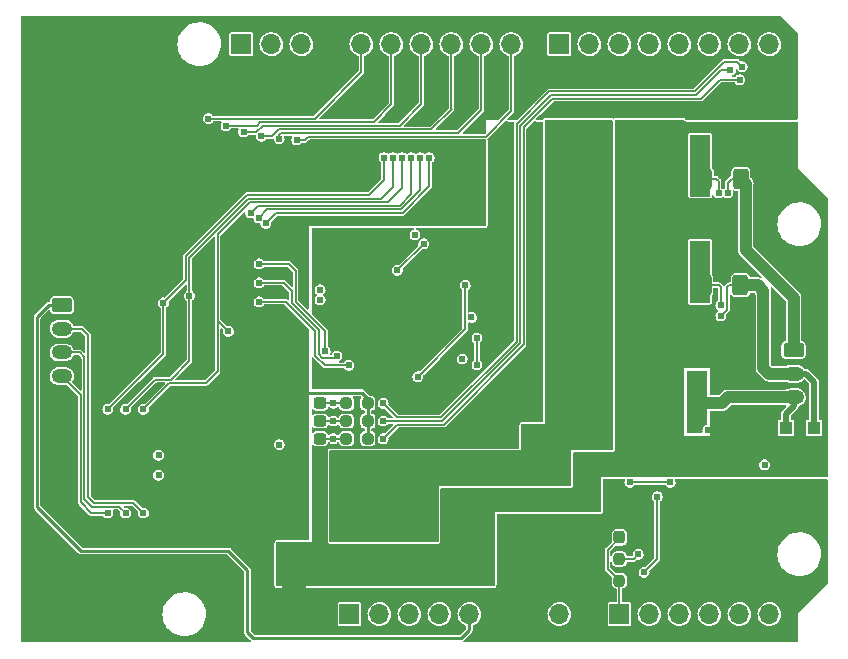
<source format=gbl>
G04 #@! TF.GenerationSoftware,KiCad,Pcbnew,(6.0.0)*
G04 #@! TF.CreationDate,2022-07-16T19:13:52+12:00*
G04 #@! TF.ProjectId,bldc_driver_fpga,626c6463-5f64-4726-9976-65725f667067,rev?*
G04 #@! TF.SameCoordinates,Original*
G04 #@! TF.FileFunction,Copper,L4,Bot*
G04 #@! TF.FilePolarity,Positive*
%FSLAX46Y46*%
G04 Gerber Fmt 4.6, Leading zero omitted, Abs format (unit mm)*
G04 Created by KiCad (PCBNEW (6.0.0)) date 2022-07-16 19:13:52*
%MOMM*%
%LPD*%
G01*
G04 APERTURE LIST*
G04 Aperture macros list*
%AMRoundRect*
0 Rectangle with rounded corners*
0 $1 Rounding radius*
0 $2 $3 $4 $5 $6 $7 $8 $9 X,Y pos of 4 corners*
0 Add a 4 corners polygon primitive as box body*
4,1,4,$2,$3,$4,$5,$6,$7,$8,$9,$2,$3,0*
0 Add four circle primitives for the rounded corners*
1,1,$1+$1,$2,$3*
1,1,$1+$1,$4,$5*
1,1,$1+$1,$6,$7*
1,1,$1+$1,$8,$9*
0 Add four rect primitives between the rounded corners*
20,1,$1+$1,$2,$3,$4,$5,0*
20,1,$1+$1,$4,$5,$6,$7,0*
20,1,$1+$1,$6,$7,$8,$9,0*
20,1,$1+$1,$8,$9,$2,$3,0*%
G04 Aperture macros list end*
G04 #@! TA.AperFunction,SMDPad,CuDef*
%ADD10R,1.100000X1.100000*%
G04 #@! TD*
G04 #@! TA.AperFunction,ComponentPad*
%ADD11R,1.700000X1.700000*%
G04 #@! TD*
G04 #@! TA.AperFunction,ComponentPad*
%ADD12O,1.700000X1.700000*%
G04 #@! TD*
G04 #@! TA.AperFunction,ComponentPad*
%ADD13C,0.625000*%
G04 #@! TD*
G04 #@! TA.AperFunction,SMDPad,CuDef*
%ADD14R,2.450000X2.450000*%
G04 #@! TD*
G04 #@! TA.AperFunction,ComponentPad*
%ADD15C,0.650000*%
G04 #@! TD*
G04 #@! TA.AperFunction,ComponentPad*
%ADD16RoundRect,0.250000X-0.625000X0.350000X-0.625000X-0.350000X0.625000X-0.350000X0.625000X0.350000X0*%
G04 #@! TD*
G04 #@! TA.AperFunction,ComponentPad*
%ADD17O,1.750000X1.200000*%
G04 #@! TD*
G04 #@! TA.AperFunction,SMDPad,CuDef*
%ADD18RoundRect,0.237500X0.250000X0.237500X-0.250000X0.237500X-0.250000X-0.237500X0.250000X-0.237500X0*%
G04 #@! TD*
G04 #@! TA.AperFunction,SMDPad,CuDef*
%ADD19RoundRect,0.250000X-1.500000X-0.550000X1.500000X-0.550000X1.500000X0.550000X-1.500000X0.550000X0*%
G04 #@! TD*
G04 #@! TA.AperFunction,SMDPad,CuDef*
%ADD20RoundRect,0.250000X-0.400000X-0.625000X0.400000X-0.625000X0.400000X0.625000X-0.400000X0.625000X0*%
G04 #@! TD*
G04 #@! TA.AperFunction,SMDPad,CuDef*
%ADD21RoundRect,0.237500X0.237500X-0.300000X0.237500X0.300000X-0.237500X0.300000X-0.237500X-0.300000X0*%
G04 #@! TD*
G04 #@! TA.AperFunction,SMDPad,CuDef*
%ADD22RoundRect,0.237500X-0.237500X0.250000X-0.237500X-0.250000X0.237500X-0.250000X0.237500X0.250000X0*%
G04 #@! TD*
G04 #@! TA.AperFunction,SMDPad,CuDef*
%ADD23RoundRect,0.237500X0.300000X0.237500X-0.300000X0.237500X-0.300000X-0.237500X0.300000X-0.237500X0*%
G04 #@! TD*
G04 #@! TA.AperFunction,SMDPad,CuDef*
%ADD24C,2.000000*%
G04 #@! TD*
G04 #@! TA.AperFunction,ViaPad*
%ADD25C,0.609600*%
G04 #@! TD*
G04 #@! TA.AperFunction,Conductor*
%ADD26C,0.508000*%
G04 #@! TD*
G04 #@! TA.AperFunction,Conductor*
%ADD27C,0.254000*%
G04 #@! TD*
G04 #@! TA.AperFunction,Conductor*
%ADD28C,0.152400*%
G04 #@! TD*
G04 #@! TA.AperFunction,Conductor*
%ADD29C,1.016000*%
G04 #@! TD*
G04 APERTURE END LIST*
G36*
X84249999Y-66250011D02*
G01*
X82249999Y-66250011D01*
X82249999Y-62250011D01*
X84249999Y-62250011D01*
X84249999Y-66250011D01*
G37*
D10*
X127300000Y-50600000D03*
X127300000Y-53400000D03*
X124900000Y-50600000D03*
X124900000Y-53400000D03*
D11*
X87947500Y-66357500D03*
D12*
X90487500Y-66357500D03*
X93027500Y-66357500D03*
X95567500Y-66357500D03*
X98107500Y-66357500D03*
X100647500Y-66357500D03*
X103187500Y-66357500D03*
X105727500Y-66357500D03*
D11*
X78796000Y-18100000D03*
D12*
X81336000Y-18100000D03*
X83876000Y-18100000D03*
X86416000Y-18100000D03*
X88956000Y-18100000D03*
X91496000Y-18100000D03*
X94036000Y-18100000D03*
X96576000Y-18100000D03*
X99116000Y-18100000D03*
X101656000Y-18100000D03*
D11*
X105720000Y-18100000D03*
D12*
X108260000Y-18100000D03*
X110800000Y-18100000D03*
X113340000Y-18100000D03*
X115880000Y-18100000D03*
X118420000Y-18100000D03*
X120960000Y-18100000D03*
X123500000Y-18100000D03*
D11*
X110807500Y-66357500D03*
D12*
X113347500Y-66357500D03*
X115887500Y-66357500D03*
X118427500Y-66357500D03*
X120967500Y-66357500D03*
X123507500Y-66357500D03*
D13*
X90000000Y-41975000D03*
X90975000Y-41000000D03*
X90000000Y-40025000D03*
X90975000Y-41975000D03*
D14*
X90000000Y-41000000D03*
D13*
X89025000Y-41000000D03*
X89025000Y-40025000D03*
X89025000Y-41975000D03*
X90000000Y-41000000D03*
X90975000Y-40025000D03*
D15*
X105699988Y-27299994D03*
X109299988Y-27299994D03*
X108099988Y-30799994D03*
X106899988Y-27299994D03*
X108099988Y-28499994D03*
X108099988Y-29699994D03*
X108099988Y-27299994D03*
X106899988Y-28499994D03*
X106899988Y-29699994D03*
X109299988Y-29699994D03*
X109299988Y-30799994D03*
X105699988Y-29699994D03*
X106899988Y-30799994D03*
X109299988Y-28499994D03*
X105699988Y-28499994D03*
X105699988Y-30799994D03*
D16*
X125550000Y-44000000D03*
D17*
X125550000Y-46000000D03*
X125550000Y-48000000D03*
D16*
X88000000Y-59500000D03*
D17*
X88000000Y-61500000D03*
D15*
X106900000Y-50800000D03*
X108100000Y-49700000D03*
X105700000Y-48500000D03*
X108100000Y-50800000D03*
X108100000Y-47300000D03*
X108100000Y-48500000D03*
X109300000Y-47300000D03*
X106900000Y-48500000D03*
X109300000Y-49700000D03*
X106900000Y-47300000D03*
X105700000Y-47300000D03*
X105700000Y-49700000D03*
X109300000Y-48500000D03*
X109300000Y-50800000D03*
X105700000Y-50800000D03*
X106900000Y-49700000D03*
X108100000Y-38500000D03*
X108100000Y-39700000D03*
X105700000Y-40800000D03*
X105700000Y-37300000D03*
X109300000Y-39700000D03*
X106900000Y-39700000D03*
X105700000Y-38500000D03*
X109300000Y-38500000D03*
X105700000Y-39700000D03*
X109300000Y-37300000D03*
X106900000Y-38500000D03*
X108100000Y-40800000D03*
X106900000Y-37300000D03*
X109300000Y-40800000D03*
X108100000Y-37300000D03*
X106900000Y-40800000D03*
D16*
X63600000Y-40200000D03*
D17*
X63600000Y-42200000D03*
X63600000Y-44200000D03*
X63600000Y-46200000D03*
X63600000Y-48200000D03*
D18*
X89512500Y-51500000D03*
X87687500Y-51500000D03*
D19*
X107550000Y-42500000D03*
X112950000Y-42500000D03*
D18*
X89512500Y-50000000D03*
X87687500Y-50000000D03*
D20*
X117950000Y-38500000D03*
X121050000Y-38500000D03*
D21*
X110800000Y-59862500D03*
X110800000Y-58137500D03*
D22*
X110800000Y-61687500D03*
X110800000Y-63512500D03*
D19*
X107300000Y-32500000D03*
X112700000Y-32500000D03*
D23*
X85462500Y-50000000D03*
X83737500Y-50000000D03*
D19*
X107300000Y-51000000D03*
X112700000Y-51000000D03*
D20*
X118000000Y-29500000D03*
X121100000Y-29500000D03*
D24*
X83249999Y-66250011D03*
X83249999Y-62250011D03*
D23*
X85462500Y-51500000D03*
X83737500Y-51500000D03*
X85462500Y-48500000D03*
X83737500Y-48500000D03*
D18*
X89512500Y-48500000D03*
X87687500Y-48500000D03*
D25*
X97600000Y-32600000D03*
X86900000Y-38700000D03*
X95100000Y-46700000D03*
X92500000Y-44300000D03*
X74400000Y-32700000D03*
X73500000Y-54100000D03*
X87500000Y-30100000D03*
X81700000Y-43700000D03*
X75500000Y-39500000D03*
X68800000Y-43700000D03*
X75500000Y-36500000D03*
X75400000Y-32700000D03*
X121900000Y-55800000D03*
X116900000Y-52300000D03*
X118900000Y-47300000D03*
X100500000Y-27000000D03*
X118800000Y-49600000D03*
X113500000Y-52750000D03*
X94500000Y-61500000D03*
X121100000Y-52400000D03*
X112500000Y-42750000D03*
X118900000Y-44600000D03*
X121900000Y-43600000D03*
X111500000Y-52750000D03*
X121900000Y-40000000D03*
X114500000Y-52750000D03*
X121900000Y-49500000D03*
X121900000Y-54000000D03*
X89750000Y-34500000D03*
X111500000Y-42750000D03*
X118900000Y-42300000D03*
X121900000Y-41600000D03*
X114500000Y-32500000D03*
X89000000Y-34500000D03*
X94500000Y-63500000D03*
X113500000Y-32500000D03*
X121900000Y-46800000D03*
X113500000Y-42750000D03*
X112500000Y-52750000D03*
X112500000Y-32500000D03*
X114500000Y-42750000D03*
X121900000Y-51000000D03*
X86700000Y-42700000D03*
X111500000Y-32500000D03*
X118300000Y-50800000D03*
X121900000Y-45400000D03*
X94500000Y-62500000D03*
X94500000Y-57050000D03*
X85462780Y-38900000D03*
X94500000Y-58000000D03*
X98282900Y-41236760D03*
X85462780Y-39747696D03*
X97498182Y-44748182D03*
X94500000Y-56000000D03*
X93500000Y-34250000D03*
X123100000Y-53700000D03*
X71800000Y-54600000D03*
X82000000Y-52000000D03*
X112900000Y-62800000D03*
X71800000Y-52900000D03*
X114000000Y-56400000D03*
X119200000Y-30700000D03*
X118000000Y-27000000D03*
X118000000Y-27750000D03*
X117250000Y-27750000D03*
X117250000Y-27000000D03*
X117250000Y-26250000D03*
X118000000Y-26250000D03*
X118000000Y-36750000D03*
X117250000Y-36750000D03*
X119400000Y-40200000D03*
X118000000Y-35250000D03*
X117250000Y-35250000D03*
X117250000Y-36000000D03*
X118000000Y-36000000D03*
X92000000Y-37250000D03*
X94250000Y-35000000D03*
X93750000Y-46250000D03*
X97750000Y-38500000D03*
X98750000Y-43000000D03*
X98750000Y-45250000D03*
X112400000Y-61300000D03*
X90800000Y-51500000D03*
X121000000Y-21100000D03*
X119961503Y-30700000D03*
X119400000Y-41100000D03*
X90800000Y-48500000D03*
X121200000Y-20000000D03*
X111700000Y-55200000D03*
X115100000Y-55200000D03*
X120200000Y-20300000D03*
X116750000Y-49250000D03*
X90800000Y-50000000D03*
X117500000Y-48500000D03*
X116750000Y-48500000D03*
X117500000Y-47750000D03*
X117500000Y-49250000D03*
X116750000Y-47750000D03*
X70500000Y-57800000D03*
X93176994Y-27700000D03*
X79600000Y-32400000D03*
X93938497Y-27700000D03*
X69000000Y-57800000D03*
X80284231Y-32786703D03*
X80866392Y-33277595D03*
X67500000Y-57800000D03*
X94700000Y-27700000D03*
X70500000Y-49000000D03*
X77700000Y-42400000D03*
X92400000Y-27700000D03*
X69000000Y-49000000D03*
X91638497Y-27700000D03*
X74400000Y-39400000D03*
X90876994Y-27700000D03*
X72200000Y-40000000D03*
X67500000Y-49000000D03*
X80300000Y-36700000D03*
X86600000Y-51500000D03*
X85900000Y-44100000D03*
X80500000Y-25900000D03*
X82000000Y-26100000D03*
X83500000Y-26200000D03*
X76000000Y-24400000D03*
X77500000Y-25000000D03*
X79000000Y-25532900D03*
X86900000Y-44500000D03*
X86600000Y-48500000D03*
X80300000Y-38300000D03*
X87900000Y-45300000D03*
X80300000Y-39900000D03*
X86600000Y-50000000D03*
D26*
X126600000Y-46000000D02*
X125550000Y-46000000D01*
X127300000Y-46700000D02*
X126600000Y-46000000D01*
X127300000Y-50600000D02*
X127300000Y-46700000D01*
X125550000Y-48750000D02*
X125550000Y-48000000D01*
X124900000Y-49400000D02*
X125550000Y-48750000D01*
X124900000Y-50600000D02*
X124900000Y-49400000D01*
D27*
X89512500Y-51500000D02*
X89512500Y-48500000D01*
X89000000Y-47600000D02*
X83700000Y-47600000D01*
X89512500Y-48112500D02*
X89000000Y-47600000D01*
X89512500Y-48500000D02*
X89512500Y-48112500D01*
D28*
X110800000Y-63500000D02*
X109800000Y-62500000D01*
X110807500Y-63520000D02*
X110807500Y-66357500D01*
X109800000Y-60900000D02*
X110800000Y-59900000D01*
X109800000Y-60900000D02*
X109800000Y-62500000D01*
D27*
X79800000Y-68400000D02*
X97400000Y-68400000D01*
X61500000Y-57300000D02*
X65200000Y-61000000D01*
X62500000Y-40200000D02*
X61500000Y-41200000D01*
X77700000Y-61000000D02*
X79300000Y-62600000D01*
X63600000Y-40200000D02*
X62500000Y-40200000D01*
X98107500Y-67692500D02*
X98107500Y-66357500D01*
X61500000Y-41200000D02*
X61500000Y-57300000D01*
X97400000Y-68400000D02*
X98107500Y-67692500D01*
X79300000Y-62600000D02*
X79300000Y-67900000D01*
X79300000Y-67900000D02*
X79800000Y-68400000D01*
X65200000Y-61000000D02*
X77700000Y-61000000D01*
D28*
X114000000Y-56400000D02*
X114000000Y-61700000D01*
X114000000Y-61700000D02*
X112900000Y-62800000D01*
X119000000Y-29500000D02*
X119200000Y-29700000D01*
X119200000Y-29700000D02*
X119200000Y-30700000D01*
X118000000Y-29500000D02*
X119000000Y-29500000D01*
X119400000Y-38700000D02*
X119200000Y-38500000D01*
X119200000Y-38500000D02*
X117950000Y-38500000D01*
X119400000Y-40200000D02*
X119400000Y-38700000D01*
X92000000Y-37250000D02*
X94250000Y-35000000D01*
X93750000Y-46250000D02*
X97750000Y-42250000D01*
X97750000Y-42250000D02*
X97750000Y-38500000D01*
X98750000Y-43000000D02*
X98750000Y-45250000D01*
X110800000Y-61687500D02*
X112012500Y-61687500D01*
X112012500Y-61687500D02*
X112400000Y-61300000D01*
X90800000Y-51500000D02*
X91995680Y-50304320D01*
D29*
X125550000Y-44000000D02*
X125550000Y-39550000D01*
D28*
X117695680Y-22704320D02*
X119300000Y-21100000D01*
D29*
X121500000Y-35500000D02*
X121500000Y-29900000D01*
D28*
X95926054Y-50304320D02*
X102704320Y-43526053D01*
X105126054Y-22704320D02*
X117695680Y-22704320D01*
X119300000Y-21100000D02*
X121000000Y-21100000D01*
X102704320Y-43526053D02*
X102704320Y-25126054D01*
X120300000Y-29500000D02*
X119961503Y-29838497D01*
D29*
X121500000Y-29900000D02*
X121100000Y-29500000D01*
X125550000Y-39550000D02*
X121500000Y-35500000D01*
D28*
X119961503Y-29838497D02*
X119961503Y-30700000D01*
X91995680Y-50304320D02*
X95926054Y-50304320D01*
X121100000Y-29500000D02*
X120300000Y-29500000D01*
X102704320Y-25126054D02*
X105126054Y-22704320D01*
X104873947Y-22095680D02*
X117173946Y-22095680D01*
X91995680Y-49695680D02*
X95673946Y-49695680D01*
X119932911Y-38667089D02*
X119932911Y-40567089D01*
X120800000Y-19600000D02*
X121200000Y-20000000D01*
D29*
X125550000Y-46000000D02*
X123500000Y-46000000D01*
D28*
X120100000Y-38500000D02*
X119932911Y-38667089D01*
X102095680Y-43273946D02*
X102095680Y-24873946D01*
X95673946Y-49695680D02*
X102095680Y-43273946D01*
X90800000Y-48500000D02*
X91995680Y-49695680D01*
X117173946Y-22095680D02*
X119669626Y-19600000D01*
D29*
X122500000Y-38500000D02*
X121050000Y-38500000D01*
D28*
X121050000Y-38500000D02*
X120100000Y-38500000D01*
D29*
X123500000Y-46000000D02*
X123000000Y-45500000D01*
D28*
X119669626Y-19600000D02*
X120800000Y-19600000D01*
X119932911Y-40567089D02*
X119400000Y-41100000D01*
D29*
X123000000Y-45500000D02*
X123000000Y-39000000D01*
D28*
X102095680Y-24873946D02*
X104873947Y-22095680D01*
D29*
X123000000Y-39000000D02*
X122500000Y-38500000D01*
D28*
X111700000Y-55200000D02*
X115100000Y-55200000D01*
X117300000Y-22400000D02*
X119400000Y-20300000D01*
X119400000Y-20300000D02*
X120200000Y-20300000D01*
X102400000Y-43400000D02*
X102400000Y-25000000D01*
X102400000Y-25000000D02*
X105000000Y-22400000D01*
X90800000Y-50000000D02*
X95800000Y-50000000D01*
X105000000Y-22400000D02*
X117300000Y-22400000D01*
D29*
X120000000Y-48000000D02*
X119750000Y-48250000D01*
X119500000Y-48500000D02*
X117000000Y-48500000D01*
D28*
X95800000Y-50000000D02*
X102400000Y-43400000D01*
D29*
X125550000Y-48000000D02*
X120000000Y-48000000D01*
X119750000Y-48250000D02*
X119500000Y-48500000D01*
D28*
X92195784Y-31782720D02*
X93176994Y-30801510D01*
X69662769Y-56962769D02*
X66293143Y-56962769D01*
X65300000Y-42200000D02*
X63600000Y-42200000D01*
X80217280Y-31782720D02*
X92195784Y-31782720D01*
X66293143Y-56962769D02*
X65808640Y-56478266D01*
X65808640Y-56478266D02*
X65808640Y-42708640D01*
X70500000Y-57800000D02*
X69662769Y-56962769D01*
X65808640Y-42708640D02*
X65300000Y-42200000D01*
X93176994Y-30801510D02*
X93176994Y-27700000D01*
X79600000Y-32400000D02*
X80217280Y-31782720D01*
X68467089Y-57267089D02*
X66167089Y-57267089D01*
X69000000Y-57800000D02*
X68467089Y-57267089D01*
X65504320Y-44604320D02*
X65100000Y-44200000D01*
X92321838Y-32087040D02*
X93938497Y-30470381D01*
X93938497Y-30470381D02*
X93938497Y-27700000D01*
X80983894Y-32087040D02*
X92321838Y-32087040D01*
X66167089Y-57267089D02*
X65504320Y-56604320D01*
X65100000Y-44200000D02*
X63600000Y-44200000D01*
X65504320Y-56604320D02*
X65504320Y-44604320D01*
X80284231Y-32786703D02*
X80983894Y-32087040D01*
X81752627Y-32391360D02*
X92447892Y-32391360D01*
X94700000Y-30139252D02*
X94700000Y-27700000D01*
X66100000Y-57800000D02*
X65200000Y-56900000D01*
X67500000Y-57800000D02*
X66100000Y-57800000D01*
X80866392Y-33277595D02*
X81752627Y-32391360D01*
X92447892Y-32391360D02*
X94700000Y-30139252D01*
X65200000Y-56900000D02*
X65200000Y-47800000D01*
X65200000Y-47800000D02*
X63600000Y-46200000D01*
X76800000Y-41500000D02*
X76800000Y-34200000D01*
X70500000Y-49000000D02*
X72700000Y-46800000D01*
X75800000Y-46800000D02*
X76800000Y-45800000D01*
X76800000Y-41500000D02*
X76800000Y-45800000D01*
X79521600Y-31478400D02*
X91200000Y-31478400D01*
X76800000Y-34200000D02*
X79521600Y-31478400D01*
X77700000Y-42400000D02*
X76800000Y-41500000D01*
X92400000Y-30278400D02*
X92400000Y-27700000D01*
X91200000Y-31478400D02*
X92400000Y-30278400D01*
X72700000Y-46800000D02*
X75800000Y-46800000D01*
X79395547Y-31174080D02*
X90625920Y-31174080D01*
X74400000Y-39400000D02*
X74400000Y-44921734D01*
X72826054Y-46495680D02*
X74400000Y-44921734D01*
X74400000Y-39400000D02*
X74400000Y-36169626D01*
X74400000Y-36169626D02*
X79395547Y-31174080D01*
X91638497Y-30161503D02*
X91638497Y-27700000D01*
X90625920Y-31174080D02*
X91638497Y-30161503D01*
X71504320Y-46495680D02*
X72826054Y-46495680D01*
X69000000Y-49000000D02*
X71504320Y-46495680D01*
X72200000Y-44300000D02*
X72200000Y-40000000D01*
X79269494Y-30869760D02*
X89600000Y-30869760D01*
X67500000Y-49000000D02*
X72200000Y-44300000D01*
X89600000Y-30869760D02*
X90876994Y-29592766D01*
X90876994Y-29592766D02*
X90876994Y-27700000D01*
X72200000Y-40000000D02*
X74095680Y-38104320D01*
X74095680Y-36043572D02*
X79269494Y-30869760D01*
X74095680Y-38104320D02*
X74095680Y-38100000D01*
X74095680Y-38100000D02*
X74095680Y-36043572D01*
X82800000Y-36700000D02*
X80300000Y-36700000D01*
X85900000Y-44100000D02*
X85900000Y-42400000D01*
X85900000Y-42400000D02*
X83400000Y-39900000D01*
X83400000Y-37300000D02*
X82800000Y-36700000D01*
X86600000Y-51500000D02*
X85462500Y-51500000D01*
X86600000Y-51500000D02*
X87687500Y-51500000D01*
X83400000Y-39900000D02*
X83400000Y-37300000D01*
X94887040Y-25312960D02*
X96600000Y-23600000D01*
X96576000Y-23576000D02*
X96576000Y-18100000D01*
X81987040Y-25312960D02*
X94887040Y-25312960D01*
X81400000Y-25900000D02*
X81987040Y-25312960D01*
X80500000Y-25900000D02*
X81400000Y-25900000D01*
X96600000Y-23600000D02*
X96576000Y-23576000D01*
X99116000Y-23684000D02*
X99116000Y-18100000D01*
X82182720Y-25617280D02*
X97182720Y-25617280D01*
X97182720Y-25617280D02*
X99116000Y-23684000D01*
X82000000Y-25800000D02*
X82182720Y-25617280D01*
X82000000Y-26100000D02*
X82000000Y-25800000D01*
X84200000Y-26200000D02*
X84478400Y-25921600D01*
X83500000Y-26200000D02*
X84200000Y-26200000D01*
X84478400Y-25921600D02*
X99478400Y-25921600D01*
X101656000Y-18100000D02*
X101656000Y-23744000D01*
X101656000Y-23744000D02*
X99478400Y-25921600D01*
X85000000Y-24400000D02*
X88956000Y-20444000D01*
X76000000Y-24400000D02*
X85000000Y-24400000D01*
X88956000Y-18100000D02*
X88956000Y-20444000D01*
X89995680Y-24704320D02*
X91496000Y-23204000D01*
X80395680Y-24704320D02*
X80100000Y-25000000D01*
X80395680Y-24704320D02*
X89995680Y-24704320D01*
X80100000Y-25000000D02*
X77500000Y-25000000D01*
X91496000Y-18100000D02*
X91496000Y-23204000D01*
X80067100Y-25532900D02*
X80591360Y-25008640D01*
X94036000Y-23164000D02*
X94036000Y-18100000D01*
X80591360Y-25008640D02*
X92191360Y-25008640D01*
X79000000Y-25532900D02*
X80067100Y-25532900D01*
X92191360Y-25008640D02*
X94036000Y-23164000D01*
X82400000Y-38300000D02*
X80300000Y-38300000D01*
X86600000Y-48500000D02*
X87687500Y-48500000D01*
X85367089Y-42297463D02*
X83095680Y-40026053D01*
X83095680Y-38995680D02*
X82400000Y-38300000D01*
X86767089Y-44632911D02*
X85632911Y-44632911D01*
X85632911Y-44632911D02*
X85367089Y-44367089D01*
X85367089Y-44367089D02*
X85367089Y-42297463D01*
X83095680Y-40026053D02*
X83095680Y-38995680D01*
X86600000Y-48500000D02*
X85462500Y-48500000D01*
X86900000Y-44500000D02*
X86767089Y-44632911D01*
X85062769Y-42423517D02*
X82539252Y-39900000D01*
X85062769Y-44493142D02*
X85062769Y-42423517D01*
X87687500Y-50000000D02*
X86600000Y-50000000D01*
X85869626Y-45300000D02*
X85062769Y-44493142D01*
X82539252Y-39900000D02*
X80300000Y-39900000D01*
X86600000Y-50000000D02*
X85462500Y-50000000D01*
X87900000Y-45300000D02*
X85869626Y-45300000D01*
G04 #@! TA.AperFunction,Conductor*
G36*
X124470064Y-15729993D02*
G01*
X124474900Y-15734426D01*
X125865574Y-17125100D01*
X125887314Y-17171720D01*
X125887600Y-17178274D01*
X125887600Y-24424800D01*
X125870007Y-24473138D01*
X125825458Y-24498858D01*
X125812400Y-24500000D01*
X116460103Y-24500000D01*
X116411765Y-24482407D01*
X116387465Y-24444263D01*
X116384544Y-24433361D01*
X116381982Y-24423800D01*
X116326200Y-24368018D01*
X116316639Y-24365456D01*
X116254760Y-24348875D01*
X116254757Y-24348875D01*
X116250000Y-24347600D01*
X110477600Y-24347600D01*
X110476829Y-24347634D01*
X110476811Y-24347634D01*
X110466700Y-24348075D01*
X110464322Y-24348179D01*
X110463488Y-24348252D01*
X110463487Y-24348252D01*
X110456364Y-24348875D01*
X110451264Y-24349321D01*
X110447348Y-24350556D01*
X110447346Y-24350556D01*
X110392256Y-24367925D01*
X110392254Y-24367926D01*
X110388343Y-24369159D01*
X110369869Y-24379825D01*
X110363763Y-24383350D01*
X110313104Y-24392281D01*
X110283033Y-24379825D01*
X110279299Y-24377211D01*
X110279298Y-24377211D01*
X110275260Y-24374383D01*
X110226922Y-24356790D01*
X110223692Y-24356220D01*
X110223690Y-24356220D01*
X110178030Y-24348169D01*
X110178024Y-24348169D01*
X110174800Y-24347600D01*
X104575200Y-24347600D01*
X104574429Y-24347634D01*
X104574411Y-24347634D01*
X104564300Y-24348075D01*
X104561922Y-24348179D01*
X104561088Y-24348252D01*
X104561087Y-24348252D01*
X104553964Y-24348875D01*
X104548864Y-24349321D01*
X104544948Y-24350556D01*
X104544946Y-24350556D01*
X104489856Y-24367925D01*
X104489854Y-24367926D01*
X104485943Y-24369159D01*
X104482391Y-24371210D01*
X104482388Y-24371211D01*
X104451471Y-24389061D01*
X104441394Y-24394879D01*
X104419631Y-24410118D01*
X104415859Y-24415505D01*
X104415857Y-24415507D01*
X104379150Y-24467932D01*
X104337013Y-24497437D01*
X104317549Y-24500000D01*
X103835918Y-24500000D01*
X103787580Y-24482407D01*
X103761860Y-24437858D01*
X103770793Y-24387200D01*
X103782744Y-24371626D01*
X104098768Y-24055603D01*
X105198925Y-22955446D01*
X105245545Y-22933706D01*
X105252099Y-22933420D01*
X117687720Y-22933420D01*
X117691657Y-22933523D01*
X117732319Y-22935654D01*
X117755430Y-22926783D01*
X117766722Y-22923438D01*
X117790945Y-22918289D01*
X117797338Y-22913644D01*
X117797340Y-22913643D01*
X117797932Y-22913213D01*
X117815182Y-22903847D01*
X117815864Y-22903585D01*
X117815865Y-22903584D01*
X117823244Y-22900752D01*
X117840740Y-22883256D01*
X117849712Y-22875592D01*
X117863345Y-22865687D01*
X117869738Y-22861042D01*
X117874056Y-22853563D01*
X117886007Y-22837989D01*
X119372871Y-21351126D01*
X119419491Y-21329386D01*
X119426045Y-21329100D01*
X120559582Y-21329100D01*
X120607920Y-21346693D01*
X120617143Y-21355909D01*
X120691791Y-21444713D01*
X120696250Y-21447681D01*
X120696251Y-21447682D01*
X120796468Y-21514393D01*
X120796471Y-21514394D01*
X120800929Y-21517362D01*
X120926070Y-21556459D01*
X120993708Y-21557698D01*
X121051792Y-21558763D01*
X121051794Y-21558763D01*
X121057154Y-21558861D01*
X121062325Y-21557451D01*
X121062327Y-21557451D01*
X121130100Y-21538974D01*
X121183644Y-21524376D01*
X121295371Y-21455776D01*
X121298963Y-21451808D01*
X121298965Y-21451806D01*
X121339362Y-21407175D01*
X121383353Y-21358575D01*
X121440517Y-21240587D01*
X121462269Y-21111298D01*
X121462407Y-21100000D01*
X121443821Y-20970218D01*
X121398664Y-20870900D01*
X121391775Y-20855749D01*
X121391774Y-20855748D01*
X121389556Y-20850869D01*
X121350310Y-20805321D01*
X121307470Y-20755603D01*
X121307469Y-20755603D01*
X121303975Y-20751547D01*
X121293877Y-20745002D01*
X121198454Y-20683151D01*
X121198453Y-20683151D01*
X121193958Y-20680237D01*
X121068348Y-20642672D01*
X121062992Y-20642639D01*
X121062990Y-20642639D01*
X121005452Y-20642288D01*
X120937244Y-20641871D01*
X120811185Y-20677899D01*
X120700305Y-20747859D01*
X120668535Y-20783832D01*
X120614089Y-20845480D01*
X120568904Y-20870064D01*
X120557724Y-20870900D01*
X120406262Y-20870900D01*
X120357924Y-20853307D01*
X120332204Y-20808758D01*
X120341137Y-20758100D01*
X120376395Y-20726685D01*
X120378473Y-20725786D01*
X120383644Y-20724376D01*
X120388211Y-20721572D01*
X120388213Y-20721571D01*
X120490806Y-20658579D01*
X120495371Y-20655776D01*
X120498963Y-20651808D01*
X120498965Y-20651806D01*
X120562448Y-20581670D01*
X120583353Y-20558575D01*
X120640517Y-20440587D01*
X120655454Y-20351806D01*
X120661787Y-20314165D01*
X120661787Y-20314161D01*
X120662269Y-20311298D01*
X120662407Y-20300000D01*
X120661996Y-20297130D01*
X120658442Y-20272308D01*
X120669006Y-20221965D01*
X120709459Y-20190190D01*
X120760872Y-20191852D01*
X120799189Y-20226172D01*
X120801702Y-20231337D01*
X120807430Y-20244354D01*
X120891791Y-20344713D01*
X120896250Y-20347681D01*
X120896251Y-20347682D01*
X120996468Y-20414393D01*
X120996471Y-20414394D01*
X121000929Y-20417362D01*
X121126070Y-20456459D01*
X121193708Y-20457698D01*
X121251792Y-20458763D01*
X121251794Y-20458763D01*
X121257154Y-20458861D01*
X121262325Y-20457451D01*
X121262327Y-20457451D01*
X121356629Y-20431741D01*
X121383644Y-20424376D01*
X121416933Y-20403937D01*
X121490806Y-20358579D01*
X121495371Y-20355776D01*
X121498963Y-20351808D01*
X121498965Y-20351806D01*
X121548455Y-20297130D01*
X121583353Y-20258575D01*
X121640517Y-20140587D01*
X121655201Y-20053307D01*
X121661787Y-20014165D01*
X121661787Y-20014161D01*
X121662269Y-20011298D01*
X121662407Y-20000000D01*
X121660841Y-19989061D01*
X121644580Y-19875515D01*
X121644579Y-19875512D01*
X121643821Y-19870218D01*
X121589556Y-19750869D01*
X121503975Y-19651547D01*
X121393958Y-19580237D01*
X121268348Y-19542672D01*
X121262992Y-19542639D01*
X121262990Y-19542639D01*
X121205452Y-19542288D01*
X121137244Y-19541871D01*
X121124281Y-19545576D01*
X121072970Y-19541943D01*
X121050442Y-19526445D01*
X120967631Y-19443634D01*
X120964921Y-19440779D01*
X120942958Y-19416387D01*
X120937670Y-19410514D01*
X120915053Y-19400444D01*
X120904697Y-19394821D01*
X120883936Y-19381339D01*
X120875412Y-19379989D01*
X120856587Y-19374413D01*
X120855920Y-19374116D01*
X120848697Y-19370900D01*
X120823946Y-19370900D01*
X120812182Y-19369974D01*
X120795548Y-19367339D01*
X120795546Y-19367339D01*
X120787742Y-19366103D01*
X120780110Y-19368148D01*
X120780109Y-19368148D01*
X120779401Y-19368338D01*
X120759938Y-19370900D01*
X119677606Y-19370900D01*
X119673671Y-19370797D01*
X119640878Y-19369078D01*
X119640875Y-19369078D01*
X119632987Y-19368665D01*
X119625610Y-19371497D01*
X119625608Y-19371497D01*
X119609883Y-19377533D01*
X119598571Y-19380885D01*
X119574361Y-19386031D01*
X119567964Y-19390679D01*
X119567374Y-19391107D01*
X119550124Y-19400473D01*
X119549442Y-19400735D01*
X119549441Y-19400736D01*
X119542062Y-19403568D01*
X119524566Y-19421064D01*
X119515594Y-19428728D01*
X119495568Y-19443278D01*
X119491616Y-19450123D01*
X119491250Y-19450757D01*
X119479299Y-19466331D01*
X117101075Y-21844554D01*
X117054455Y-21866294D01*
X117047901Y-21866580D01*
X104881907Y-21866580D01*
X104877972Y-21866477D01*
X104872331Y-21866181D01*
X104837307Y-21864346D01*
X104829927Y-21867179D01*
X104814208Y-21873213D01*
X104802894Y-21876565D01*
X104778682Y-21881711D01*
X104772289Y-21886356D01*
X104772287Y-21886357D01*
X104771695Y-21886787D01*
X104754445Y-21896153D01*
X104753763Y-21896415D01*
X104753762Y-21896416D01*
X104746383Y-21899248D01*
X104728887Y-21916744D01*
X104719915Y-21924408D01*
X104699889Y-21938958D01*
X104695937Y-21945803D01*
X104695571Y-21946437D01*
X104683620Y-21962011D01*
X102167655Y-24477974D01*
X102121035Y-24499714D01*
X102114481Y-24500000D01*
X101405544Y-24500000D01*
X101357206Y-24482407D01*
X101331486Y-24437858D01*
X101340419Y-24387200D01*
X101352370Y-24371626D01*
X101812357Y-23911639D01*
X101815212Y-23908929D01*
X101839613Y-23886958D01*
X101845486Y-23881670D01*
X101855553Y-23859060D01*
X101861184Y-23848689D01*
X101870356Y-23834566D01*
X101874661Y-23827937D01*
X101876011Y-23819412D01*
X101881587Y-23800587D01*
X101881884Y-23799920D01*
X101885100Y-23792697D01*
X101885100Y-23767936D01*
X101886026Y-23756176D01*
X101886629Y-23752373D01*
X101887065Y-23749619D01*
X101888660Y-23739548D01*
X101888660Y-23739547D01*
X101889896Y-23731742D01*
X101887662Y-23723404D01*
X101885100Y-23703942D01*
X101885100Y-19134416D01*
X101902693Y-19086078D01*
X101940078Y-19061986D01*
X102016881Y-19040543D01*
X102016887Y-19040541D01*
X102020428Y-19039552D01*
X102160727Y-18968682D01*
X102192697Y-18952533D01*
X102192698Y-18952532D01*
X102195981Y-18950874D01*
X102350966Y-18829786D01*
X102479480Y-18680901D01*
X102576628Y-18509890D01*
X102610949Y-18406719D01*
X102637548Y-18326760D01*
X102637549Y-18326757D01*
X102638710Y-18323266D01*
X102663360Y-18128138D01*
X102663753Y-18100000D01*
X102663548Y-18097907D01*
X102644921Y-17907927D01*
X102644920Y-17907922D01*
X102644561Y-17904260D01*
X102587714Y-17715975D01*
X102495379Y-17542318D01*
X102371072Y-17389903D01*
X102219528Y-17264535D01*
X102164799Y-17234943D01*
X104717100Y-17234943D01*
X104717101Y-18965056D01*
X104725972Y-19009658D01*
X104759766Y-19060234D01*
X104765923Y-19064348D01*
X104804183Y-19089913D01*
X104804184Y-19089914D01*
X104810342Y-19094028D01*
X104854943Y-19102900D01*
X105719882Y-19102900D01*
X106585056Y-19102899D01*
X106629658Y-19094028D01*
X106680234Y-19060234D01*
X106704801Y-19023467D01*
X106709913Y-19015817D01*
X106709914Y-19015816D01*
X106714028Y-19009658D01*
X106722900Y-18965057D01*
X106722899Y-18085930D01*
X107252345Y-18085930D01*
X107252653Y-18089598D01*
X107252653Y-18089601D01*
X107268495Y-18278252D01*
X107268803Y-18281919D01*
X107323015Y-18470979D01*
X107412916Y-18645908D01*
X107535083Y-18800044D01*
X107537877Y-18802422D01*
X107537878Y-18802423D01*
X107637848Y-18887504D01*
X107684862Y-18927516D01*
X107688063Y-18929305D01*
X107688066Y-18929307D01*
X107726656Y-18950874D01*
X107856547Y-19023467D01*
X107860044Y-19024603D01*
X107860048Y-19024605D01*
X107950755Y-19054077D01*
X108043600Y-19084244D01*
X108150984Y-19097049D01*
X108235237Y-19107096D01*
X108235239Y-19107096D01*
X108238895Y-19107532D01*
X108434994Y-19092443D01*
X108550354Y-19060234D01*
X108620883Y-19040542D01*
X108620885Y-19040541D01*
X108624428Y-19039552D01*
X108764727Y-18968682D01*
X108796697Y-18952533D01*
X108796698Y-18952532D01*
X108799981Y-18950874D01*
X108954966Y-18829786D01*
X109083480Y-18680901D01*
X109180628Y-18509890D01*
X109214949Y-18406719D01*
X109241548Y-18326760D01*
X109241549Y-18326757D01*
X109242710Y-18323266D01*
X109267360Y-18128138D01*
X109267753Y-18100000D01*
X109267548Y-18097907D01*
X109266374Y-18085930D01*
X109792345Y-18085930D01*
X109792653Y-18089598D01*
X109792653Y-18089601D01*
X109808495Y-18278252D01*
X109808803Y-18281919D01*
X109863015Y-18470979D01*
X109952916Y-18645908D01*
X110075083Y-18800044D01*
X110077877Y-18802422D01*
X110077878Y-18802423D01*
X110177848Y-18887504D01*
X110224862Y-18927516D01*
X110228063Y-18929305D01*
X110228066Y-18929307D01*
X110266656Y-18950874D01*
X110396547Y-19023467D01*
X110400044Y-19024603D01*
X110400048Y-19024605D01*
X110490755Y-19054077D01*
X110583600Y-19084244D01*
X110690984Y-19097049D01*
X110775237Y-19107096D01*
X110775239Y-19107096D01*
X110778895Y-19107532D01*
X110974994Y-19092443D01*
X111090354Y-19060234D01*
X111160883Y-19040542D01*
X111160885Y-19040541D01*
X111164428Y-19039552D01*
X111304727Y-18968682D01*
X111336697Y-18952533D01*
X111336698Y-18952532D01*
X111339981Y-18950874D01*
X111494966Y-18829786D01*
X111623480Y-18680901D01*
X111720628Y-18509890D01*
X111754949Y-18406719D01*
X111781548Y-18326760D01*
X111781549Y-18326757D01*
X111782710Y-18323266D01*
X111807360Y-18128138D01*
X111807753Y-18100000D01*
X111807548Y-18097907D01*
X111806374Y-18085930D01*
X112332345Y-18085930D01*
X112332653Y-18089598D01*
X112332653Y-18089601D01*
X112348495Y-18278252D01*
X112348803Y-18281919D01*
X112403015Y-18470979D01*
X112492916Y-18645908D01*
X112615083Y-18800044D01*
X112617877Y-18802422D01*
X112617878Y-18802423D01*
X112717848Y-18887504D01*
X112764862Y-18927516D01*
X112768063Y-18929305D01*
X112768066Y-18929307D01*
X112806656Y-18950874D01*
X112936547Y-19023467D01*
X112940044Y-19024603D01*
X112940048Y-19024605D01*
X113030755Y-19054077D01*
X113123600Y-19084244D01*
X113230984Y-19097049D01*
X113315237Y-19107096D01*
X113315239Y-19107096D01*
X113318895Y-19107532D01*
X113514994Y-19092443D01*
X113630354Y-19060234D01*
X113700883Y-19040542D01*
X113700885Y-19040541D01*
X113704428Y-19039552D01*
X113844727Y-18968682D01*
X113876697Y-18952533D01*
X113876698Y-18952532D01*
X113879981Y-18950874D01*
X114034966Y-18829786D01*
X114163480Y-18680901D01*
X114260628Y-18509890D01*
X114294949Y-18406719D01*
X114321548Y-18326760D01*
X114321549Y-18326757D01*
X114322710Y-18323266D01*
X114347360Y-18128138D01*
X114347753Y-18100000D01*
X114347548Y-18097907D01*
X114346374Y-18085930D01*
X114872345Y-18085930D01*
X114872653Y-18089598D01*
X114872653Y-18089601D01*
X114888495Y-18278252D01*
X114888803Y-18281919D01*
X114943015Y-18470979D01*
X115032916Y-18645908D01*
X115155083Y-18800044D01*
X115157877Y-18802422D01*
X115157878Y-18802423D01*
X115257848Y-18887504D01*
X115304862Y-18927516D01*
X115308063Y-18929305D01*
X115308066Y-18929307D01*
X115346656Y-18950874D01*
X115476547Y-19023467D01*
X115480044Y-19024603D01*
X115480048Y-19024605D01*
X115570755Y-19054077D01*
X115663600Y-19084244D01*
X115770984Y-19097049D01*
X115855237Y-19107096D01*
X115855239Y-19107096D01*
X115858895Y-19107532D01*
X116054994Y-19092443D01*
X116170354Y-19060234D01*
X116240883Y-19040542D01*
X116240885Y-19040541D01*
X116244428Y-19039552D01*
X116384727Y-18968682D01*
X116416697Y-18952533D01*
X116416698Y-18952532D01*
X116419981Y-18950874D01*
X116574966Y-18829786D01*
X116703480Y-18680901D01*
X116800628Y-18509890D01*
X116834949Y-18406719D01*
X116861548Y-18326760D01*
X116861549Y-18326757D01*
X116862710Y-18323266D01*
X116887360Y-18128138D01*
X116887753Y-18100000D01*
X116887548Y-18097907D01*
X116886374Y-18085930D01*
X117412345Y-18085930D01*
X117412653Y-18089598D01*
X117412653Y-18089601D01*
X117428495Y-18278252D01*
X117428803Y-18281919D01*
X117483015Y-18470979D01*
X117572916Y-18645908D01*
X117695083Y-18800044D01*
X117697877Y-18802422D01*
X117697878Y-18802423D01*
X117797848Y-18887504D01*
X117844862Y-18927516D01*
X117848063Y-18929305D01*
X117848066Y-18929307D01*
X117886656Y-18950874D01*
X118016547Y-19023467D01*
X118020044Y-19024603D01*
X118020048Y-19024605D01*
X118110755Y-19054077D01*
X118203600Y-19084244D01*
X118310984Y-19097049D01*
X118395237Y-19107096D01*
X118395239Y-19107096D01*
X118398895Y-19107532D01*
X118594994Y-19092443D01*
X118710354Y-19060234D01*
X118780883Y-19040542D01*
X118780885Y-19040541D01*
X118784428Y-19039552D01*
X118924727Y-18968682D01*
X118956697Y-18952533D01*
X118956698Y-18952532D01*
X118959981Y-18950874D01*
X119114966Y-18829786D01*
X119243480Y-18680901D01*
X119340628Y-18509890D01*
X119374949Y-18406719D01*
X119401548Y-18326760D01*
X119401549Y-18326757D01*
X119402710Y-18323266D01*
X119427360Y-18128138D01*
X119427753Y-18100000D01*
X119427548Y-18097907D01*
X119426374Y-18085930D01*
X119952345Y-18085930D01*
X119952653Y-18089598D01*
X119952653Y-18089601D01*
X119968495Y-18278252D01*
X119968803Y-18281919D01*
X120023015Y-18470979D01*
X120112916Y-18645908D01*
X120235083Y-18800044D01*
X120237877Y-18802422D01*
X120237878Y-18802423D01*
X120337848Y-18887504D01*
X120384862Y-18927516D01*
X120388063Y-18929305D01*
X120388066Y-18929307D01*
X120426656Y-18950874D01*
X120556547Y-19023467D01*
X120560044Y-19024603D01*
X120560048Y-19024605D01*
X120650755Y-19054077D01*
X120743600Y-19084244D01*
X120850984Y-19097049D01*
X120935237Y-19107096D01*
X120935239Y-19107096D01*
X120938895Y-19107532D01*
X121134994Y-19092443D01*
X121250354Y-19060234D01*
X121320883Y-19040542D01*
X121320885Y-19040541D01*
X121324428Y-19039552D01*
X121464727Y-18968682D01*
X121496697Y-18952533D01*
X121496698Y-18952532D01*
X121499981Y-18950874D01*
X121654966Y-18829786D01*
X121783480Y-18680901D01*
X121880628Y-18509890D01*
X121914949Y-18406719D01*
X121941548Y-18326760D01*
X121941549Y-18326757D01*
X121942710Y-18323266D01*
X121967360Y-18128138D01*
X121967753Y-18100000D01*
X121967548Y-18097907D01*
X121966374Y-18085930D01*
X122492345Y-18085930D01*
X122492653Y-18089598D01*
X122492653Y-18089601D01*
X122508495Y-18278252D01*
X122508803Y-18281919D01*
X122563015Y-18470979D01*
X122652916Y-18645908D01*
X122775083Y-18800044D01*
X122777877Y-18802422D01*
X122777878Y-18802423D01*
X122877848Y-18887504D01*
X122924862Y-18927516D01*
X122928063Y-18929305D01*
X122928066Y-18929307D01*
X122966656Y-18950874D01*
X123096547Y-19023467D01*
X123100044Y-19024603D01*
X123100048Y-19024605D01*
X123190755Y-19054077D01*
X123283600Y-19084244D01*
X123390984Y-19097049D01*
X123475237Y-19107096D01*
X123475239Y-19107096D01*
X123478895Y-19107532D01*
X123674994Y-19092443D01*
X123790354Y-19060234D01*
X123860883Y-19040542D01*
X123860885Y-19040541D01*
X123864428Y-19039552D01*
X124004727Y-18968682D01*
X124036697Y-18952533D01*
X124036698Y-18952532D01*
X124039981Y-18950874D01*
X124194966Y-18829786D01*
X124323480Y-18680901D01*
X124420628Y-18509890D01*
X124454949Y-18406719D01*
X124481548Y-18326760D01*
X124481549Y-18326757D01*
X124482710Y-18323266D01*
X124507360Y-18128138D01*
X124507753Y-18100000D01*
X124507548Y-18097907D01*
X124488921Y-17907927D01*
X124488920Y-17907922D01*
X124488561Y-17904260D01*
X124431714Y-17715975D01*
X124339379Y-17542318D01*
X124215072Y-17389903D01*
X124063528Y-17264535D01*
X123890520Y-17170990D01*
X123702637Y-17112830D01*
X123559832Y-17097821D01*
X123510690Y-17092656D01*
X123510689Y-17092656D01*
X123507035Y-17092272D01*
X123409101Y-17101184D01*
X123314824Y-17109764D01*
X123314823Y-17109764D01*
X123311166Y-17110097D01*
X123307641Y-17111134D01*
X123307638Y-17111135D01*
X123126019Y-17164589D01*
X123122489Y-17165628D01*
X122948192Y-17256748D01*
X122915136Y-17283326D01*
X122826286Y-17354763D01*
X122794912Y-17379988D01*
X122668489Y-17530653D01*
X122666718Y-17533875D01*
X122666717Y-17533876D01*
X122624650Y-17610397D01*
X122573739Y-17703004D01*
X122514269Y-17890476D01*
X122492345Y-18085930D01*
X121966374Y-18085930D01*
X121948921Y-17907927D01*
X121948920Y-17907922D01*
X121948561Y-17904260D01*
X121891714Y-17715975D01*
X121799379Y-17542318D01*
X121675072Y-17389903D01*
X121523528Y-17264535D01*
X121350520Y-17170990D01*
X121162637Y-17112830D01*
X121019832Y-17097821D01*
X120970690Y-17092656D01*
X120970689Y-17092656D01*
X120967035Y-17092272D01*
X120869101Y-17101184D01*
X120774824Y-17109764D01*
X120774823Y-17109764D01*
X120771166Y-17110097D01*
X120767641Y-17111134D01*
X120767638Y-17111135D01*
X120586019Y-17164589D01*
X120582489Y-17165628D01*
X120408192Y-17256748D01*
X120375136Y-17283326D01*
X120286286Y-17354763D01*
X120254912Y-17379988D01*
X120128489Y-17530653D01*
X120126718Y-17533875D01*
X120126717Y-17533876D01*
X120084650Y-17610397D01*
X120033739Y-17703004D01*
X119974269Y-17890476D01*
X119952345Y-18085930D01*
X119426374Y-18085930D01*
X119408921Y-17907927D01*
X119408920Y-17907922D01*
X119408561Y-17904260D01*
X119351714Y-17715975D01*
X119259379Y-17542318D01*
X119135072Y-17389903D01*
X118983528Y-17264535D01*
X118810520Y-17170990D01*
X118622637Y-17112830D01*
X118479832Y-17097821D01*
X118430690Y-17092656D01*
X118430689Y-17092656D01*
X118427035Y-17092272D01*
X118329101Y-17101184D01*
X118234824Y-17109764D01*
X118234823Y-17109764D01*
X118231166Y-17110097D01*
X118227641Y-17111134D01*
X118227638Y-17111135D01*
X118046019Y-17164589D01*
X118042489Y-17165628D01*
X117868192Y-17256748D01*
X117835136Y-17283326D01*
X117746286Y-17354763D01*
X117714912Y-17379988D01*
X117588489Y-17530653D01*
X117586718Y-17533875D01*
X117586717Y-17533876D01*
X117544650Y-17610397D01*
X117493739Y-17703004D01*
X117434269Y-17890476D01*
X117412345Y-18085930D01*
X116886374Y-18085930D01*
X116868921Y-17907927D01*
X116868920Y-17907922D01*
X116868561Y-17904260D01*
X116811714Y-17715975D01*
X116719379Y-17542318D01*
X116595072Y-17389903D01*
X116443528Y-17264535D01*
X116270520Y-17170990D01*
X116082637Y-17112830D01*
X115939832Y-17097821D01*
X115890690Y-17092656D01*
X115890689Y-17092656D01*
X115887035Y-17092272D01*
X115789101Y-17101184D01*
X115694824Y-17109764D01*
X115694823Y-17109764D01*
X115691166Y-17110097D01*
X115687641Y-17111134D01*
X115687638Y-17111135D01*
X115506019Y-17164589D01*
X115502489Y-17165628D01*
X115328192Y-17256748D01*
X115295136Y-17283326D01*
X115206286Y-17354763D01*
X115174912Y-17379988D01*
X115048489Y-17530653D01*
X115046718Y-17533875D01*
X115046717Y-17533876D01*
X115004650Y-17610397D01*
X114953739Y-17703004D01*
X114894269Y-17890476D01*
X114872345Y-18085930D01*
X114346374Y-18085930D01*
X114328921Y-17907927D01*
X114328920Y-17907922D01*
X114328561Y-17904260D01*
X114271714Y-17715975D01*
X114179379Y-17542318D01*
X114055072Y-17389903D01*
X113903528Y-17264535D01*
X113730520Y-17170990D01*
X113542637Y-17112830D01*
X113399832Y-17097821D01*
X113350690Y-17092656D01*
X113350689Y-17092656D01*
X113347035Y-17092272D01*
X113249101Y-17101184D01*
X113154824Y-17109764D01*
X113154823Y-17109764D01*
X113151166Y-17110097D01*
X113147641Y-17111134D01*
X113147638Y-17111135D01*
X112966019Y-17164589D01*
X112962489Y-17165628D01*
X112788192Y-17256748D01*
X112755136Y-17283326D01*
X112666286Y-17354763D01*
X112634912Y-17379988D01*
X112508489Y-17530653D01*
X112506718Y-17533875D01*
X112506717Y-17533876D01*
X112464650Y-17610397D01*
X112413739Y-17703004D01*
X112354269Y-17890476D01*
X112332345Y-18085930D01*
X111806374Y-18085930D01*
X111788921Y-17907927D01*
X111788920Y-17907922D01*
X111788561Y-17904260D01*
X111731714Y-17715975D01*
X111639379Y-17542318D01*
X111515072Y-17389903D01*
X111363528Y-17264535D01*
X111190520Y-17170990D01*
X111002637Y-17112830D01*
X110859832Y-17097821D01*
X110810690Y-17092656D01*
X110810689Y-17092656D01*
X110807035Y-17092272D01*
X110709101Y-17101184D01*
X110614824Y-17109764D01*
X110614823Y-17109764D01*
X110611166Y-17110097D01*
X110607641Y-17111134D01*
X110607638Y-17111135D01*
X110426019Y-17164589D01*
X110422489Y-17165628D01*
X110248192Y-17256748D01*
X110215136Y-17283326D01*
X110126286Y-17354763D01*
X110094912Y-17379988D01*
X109968489Y-17530653D01*
X109966718Y-17533875D01*
X109966717Y-17533876D01*
X109924650Y-17610397D01*
X109873739Y-17703004D01*
X109814269Y-17890476D01*
X109792345Y-18085930D01*
X109266374Y-18085930D01*
X109248921Y-17907927D01*
X109248920Y-17907922D01*
X109248561Y-17904260D01*
X109191714Y-17715975D01*
X109099379Y-17542318D01*
X108975072Y-17389903D01*
X108823528Y-17264535D01*
X108650520Y-17170990D01*
X108462637Y-17112830D01*
X108319832Y-17097821D01*
X108270690Y-17092656D01*
X108270689Y-17092656D01*
X108267035Y-17092272D01*
X108169101Y-17101184D01*
X108074824Y-17109764D01*
X108074823Y-17109764D01*
X108071166Y-17110097D01*
X108067641Y-17111134D01*
X108067638Y-17111135D01*
X107886019Y-17164589D01*
X107882489Y-17165628D01*
X107708192Y-17256748D01*
X107675136Y-17283326D01*
X107586286Y-17354763D01*
X107554912Y-17379988D01*
X107428489Y-17530653D01*
X107426718Y-17533875D01*
X107426717Y-17533876D01*
X107384650Y-17610397D01*
X107333739Y-17703004D01*
X107274269Y-17890476D01*
X107252345Y-18085930D01*
X106722899Y-18085930D01*
X106722899Y-17234944D01*
X106714028Y-17190342D01*
X106680234Y-17139766D01*
X106653529Y-17121922D01*
X106635817Y-17110087D01*
X106635816Y-17110086D01*
X106629658Y-17105972D01*
X106585057Y-17097100D01*
X105720118Y-17097100D01*
X104854944Y-17097101D01*
X104810342Y-17105972D01*
X104759766Y-17139766D01*
X104755652Y-17145923D01*
X104734036Y-17178274D01*
X104725972Y-17190342D01*
X104717100Y-17234943D01*
X102164799Y-17234943D01*
X102046520Y-17170990D01*
X101858637Y-17112830D01*
X101715832Y-17097821D01*
X101666690Y-17092656D01*
X101666689Y-17092656D01*
X101663035Y-17092272D01*
X101565101Y-17101184D01*
X101470824Y-17109764D01*
X101470823Y-17109764D01*
X101467166Y-17110097D01*
X101463641Y-17111134D01*
X101463638Y-17111135D01*
X101282019Y-17164589D01*
X101278489Y-17165628D01*
X101104192Y-17256748D01*
X101071136Y-17283326D01*
X100982286Y-17354763D01*
X100950912Y-17379988D01*
X100824489Y-17530653D01*
X100822718Y-17533875D01*
X100822717Y-17533876D01*
X100780650Y-17610397D01*
X100729739Y-17703004D01*
X100670269Y-17890476D01*
X100648345Y-18085930D01*
X100648653Y-18089598D01*
X100648653Y-18089601D01*
X100664495Y-18278252D01*
X100664803Y-18281919D01*
X100719015Y-18470979D01*
X100808916Y-18645908D01*
X100931083Y-18800044D01*
X100933877Y-18802422D01*
X100933878Y-18802423D01*
X101033848Y-18887504D01*
X101080862Y-18927516D01*
X101084063Y-18929305D01*
X101084066Y-18929307D01*
X101122656Y-18950874D01*
X101252547Y-19023467D01*
X101256044Y-19024603D01*
X101256048Y-19024605D01*
X101296939Y-19037891D01*
X101374939Y-19063235D01*
X101415473Y-19094903D01*
X101426900Y-19134753D01*
X101426900Y-23617955D01*
X101409307Y-23666293D01*
X101404874Y-23671129D01*
X100598029Y-24477974D01*
X100551409Y-24499714D01*
X100544855Y-24500000D01*
X99500000Y-24500000D01*
X99500000Y-25544855D01*
X99482407Y-25593193D01*
X99477974Y-25598029D01*
X99405529Y-25670474D01*
X99358909Y-25692214D01*
X99352355Y-25692500D01*
X97613044Y-25692500D01*
X97564706Y-25674907D01*
X97538986Y-25630358D01*
X97547919Y-25579700D01*
X97559870Y-25564126D01*
X98353097Y-24770900D01*
X99272367Y-23851630D01*
X99275222Y-23848920D01*
X99299613Y-23826958D01*
X99305486Y-23821670D01*
X99315551Y-23799064D01*
X99321179Y-23788698D01*
X99330359Y-23774562D01*
X99334662Y-23767936D01*
X99335898Y-23760132D01*
X99335899Y-23760129D01*
X99336014Y-23759404D01*
X99341589Y-23740584D01*
X99341883Y-23739923D01*
X99341883Y-23739921D01*
X99345100Y-23732697D01*
X99345100Y-23707946D01*
X99346026Y-23696183D01*
X99348661Y-23679548D01*
X99348661Y-23679546D01*
X99349897Y-23671741D01*
X99347662Y-23663399D01*
X99345100Y-23643937D01*
X99345100Y-19134416D01*
X99362693Y-19086078D01*
X99400078Y-19061986D01*
X99476881Y-19040543D01*
X99476887Y-19040541D01*
X99480428Y-19039552D01*
X99620727Y-18968682D01*
X99652697Y-18952533D01*
X99652698Y-18952532D01*
X99655981Y-18950874D01*
X99810966Y-18829786D01*
X99939480Y-18680901D01*
X100036628Y-18509890D01*
X100070949Y-18406719D01*
X100097548Y-18326760D01*
X100097549Y-18326757D01*
X100098710Y-18323266D01*
X100123360Y-18128138D01*
X100123753Y-18100000D01*
X100123548Y-18097907D01*
X100104921Y-17907927D01*
X100104920Y-17907922D01*
X100104561Y-17904260D01*
X100047714Y-17715975D01*
X99955379Y-17542318D01*
X99831072Y-17389903D01*
X99679528Y-17264535D01*
X99506520Y-17170990D01*
X99318637Y-17112830D01*
X99175832Y-17097821D01*
X99126690Y-17092656D01*
X99126689Y-17092656D01*
X99123035Y-17092272D01*
X99025101Y-17101184D01*
X98930824Y-17109764D01*
X98930823Y-17109764D01*
X98927166Y-17110097D01*
X98923641Y-17111134D01*
X98923638Y-17111135D01*
X98742019Y-17164589D01*
X98738489Y-17165628D01*
X98564192Y-17256748D01*
X98531136Y-17283326D01*
X98442286Y-17354763D01*
X98410912Y-17379988D01*
X98284489Y-17530653D01*
X98282718Y-17533875D01*
X98282717Y-17533876D01*
X98240650Y-17610397D01*
X98189739Y-17703004D01*
X98130269Y-17890476D01*
X98108345Y-18085930D01*
X98108653Y-18089598D01*
X98108653Y-18089601D01*
X98124495Y-18278252D01*
X98124803Y-18281919D01*
X98179015Y-18470979D01*
X98268916Y-18645908D01*
X98391083Y-18800044D01*
X98393877Y-18802422D01*
X98393878Y-18802423D01*
X98493848Y-18887504D01*
X98540862Y-18927516D01*
X98544063Y-18929305D01*
X98544066Y-18929307D01*
X98582656Y-18950874D01*
X98712547Y-19023467D01*
X98716044Y-19024603D01*
X98716048Y-19024605D01*
X98756939Y-19037891D01*
X98834939Y-19063235D01*
X98875473Y-19094903D01*
X98886900Y-19134753D01*
X98886900Y-23557956D01*
X98869307Y-23606294D01*
X98864874Y-23611130D01*
X97109849Y-25366154D01*
X97063229Y-25387894D01*
X97056675Y-25388180D01*
X95317364Y-25388180D01*
X95269026Y-25370587D01*
X95243306Y-25326038D01*
X95252239Y-25275380D01*
X95264190Y-25259806D01*
X96750720Y-23773276D01*
X96756569Y-23768009D01*
X96775878Y-23752373D01*
X96775879Y-23752372D01*
X96782021Y-23747398D01*
X96789512Y-23732697D01*
X96796886Y-23718223D01*
X96800823Y-23711404D01*
X96810708Y-23696183D01*
X96818661Y-23683937D01*
X96819897Y-23676133D01*
X96821496Y-23671969D01*
X96822651Y-23667658D01*
X96826237Y-23660620D01*
X96827112Y-23643937D01*
X96827951Y-23627916D01*
X96828774Y-23620088D01*
X96832661Y-23595549D01*
X96832661Y-23595546D01*
X96833897Y-23587742D01*
X96831851Y-23580106D01*
X96831618Y-23575659D01*
X96830921Y-23571256D01*
X96831334Y-23563360D01*
X96819600Y-23532792D01*
X96817170Y-23525310D01*
X96808691Y-23493668D01*
X96810164Y-23493273D01*
X96805100Y-23472187D01*
X96805100Y-19134416D01*
X96822693Y-19086078D01*
X96860078Y-19061986D01*
X96936881Y-19040543D01*
X96936887Y-19040541D01*
X96940428Y-19039552D01*
X97080727Y-18968682D01*
X97112697Y-18952533D01*
X97112698Y-18952532D01*
X97115981Y-18950874D01*
X97270966Y-18829786D01*
X97399480Y-18680901D01*
X97496628Y-18509890D01*
X97530949Y-18406719D01*
X97557548Y-18326760D01*
X97557549Y-18326757D01*
X97558710Y-18323266D01*
X97583360Y-18128138D01*
X97583753Y-18100000D01*
X97583548Y-18097907D01*
X97564921Y-17907927D01*
X97564920Y-17907922D01*
X97564561Y-17904260D01*
X97507714Y-17715975D01*
X97415379Y-17542318D01*
X97291072Y-17389903D01*
X97139528Y-17264535D01*
X96966520Y-17170990D01*
X96778637Y-17112830D01*
X96635832Y-17097821D01*
X96586690Y-17092656D01*
X96586689Y-17092656D01*
X96583035Y-17092272D01*
X96485101Y-17101184D01*
X96390824Y-17109764D01*
X96390823Y-17109764D01*
X96387166Y-17110097D01*
X96383641Y-17111134D01*
X96383638Y-17111135D01*
X96202019Y-17164589D01*
X96198489Y-17165628D01*
X96024192Y-17256748D01*
X95991136Y-17283326D01*
X95902286Y-17354763D01*
X95870912Y-17379988D01*
X95744489Y-17530653D01*
X95742718Y-17533875D01*
X95742717Y-17533876D01*
X95700650Y-17610397D01*
X95649739Y-17703004D01*
X95590269Y-17890476D01*
X95568345Y-18085930D01*
X95568653Y-18089598D01*
X95568653Y-18089601D01*
X95584495Y-18278252D01*
X95584803Y-18281919D01*
X95639015Y-18470979D01*
X95728916Y-18645908D01*
X95851083Y-18800044D01*
X95853877Y-18802422D01*
X95853878Y-18802423D01*
X95953848Y-18887504D01*
X96000862Y-18927516D01*
X96004063Y-18929305D01*
X96004066Y-18929307D01*
X96042656Y-18950874D01*
X96172547Y-19023467D01*
X96176044Y-19024603D01*
X96176048Y-19024605D01*
X96216939Y-19037891D01*
X96294939Y-19063235D01*
X96335473Y-19094903D01*
X96346900Y-19134753D01*
X96346900Y-23497956D01*
X96329307Y-23546294D01*
X96324874Y-23551130D01*
X94814169Y-25061834D01*
X94767549Y-25083574D01*
X94760995Y-25083860D01*
X92621684Y-25083860D01*
X92573346Y-25066267D01*
X92547626Y-25021718D01*
X92556559Y-24971060D01*
X92568510Y-24955486D01*
X93353097Y-24170900D01*
X94192367Y-23331630D01*
X94195222Y-23328920D01*
X94219613Y-23306958D01*
X94225486Y-23301670D01*
X94235551Y-23279064D01*
X94241179Y-23268698D01*
X94250358Y-23254564D01*
X94250358Y-23254563D01*
X94254662Y-23247936D01*
X94255898Y-23240132D01*
X94255899Y-23240130D01*
X94256013Y-23239407D01*
X94261587Y-23220588D01*
X94265100Y-23212697D01*
X94265100Y-23187947D01*
X94266026Y-23176183D01*
X94268661Y-23159549D01*
X94268661Y-23159547D01*
X94269897Y-23151742D01*
X94267662Y-23143400D01*
X94265100Y-23123938D01*
X94265100Y-19134416D01*
X94282693Y-19086078D01*
X94320078Y-19061986D01*
X94396881Y-19040543D01*
X94396887Y-19040541D01*
X94400428Y-19039552D01*
X94540727Y-18968682D01*
X94572697Y-18952533D01*
X94572698Y-18952532D01*
X94575981Y-18950874D01*
X94730966Y-18829786D01*
X94859480Y-18680901D01*
X94956628Y-18509890D01*
X94990949Y-18406719D01*
X95017548Y-18326760D01*
X95017549Y-18326757D01*
X95018710Y-18323266D01*
X95043360Y-18128138D01*
X95043753Y-18100000D01*
X95043548Y-18097907D01*
X95024921Y-17907927D01*
X95024920Y-17907922D01*
X95024561Y-17904260D01*
X94967714Y-17715975D01*
X94875379Y-17542318D01*
X94751072Y-17389903D01*
X94599528Y-17264535D01*
X94426520Y-17170990D01*
X94238637Y-17112830D01*
X94095832Y-17097821D01*
X94046690Y-17092656D01*
X94046689Y-17092656D01*
X94043035Y-17092272D01*
X93945101Y-17101184D01*
X93850824Y-17109764D01*
X93850823Y-17109764D01*
X93847166Y-17110097D01*
X93843641Y-17111134D01*
X93843638Y-17111135D01*
X93662019Y-17164589D01*
X93658489Y-17165628D01*
X93484192Y-17256748D01*
X93451136Y-17283326D01*
X93362286Y-17354763D01*
X93330912Y-17379988D01*
X93204489Y-17530653D01*
X93202718Y-17533875D01*
X93202717Y-17533876D01*
X93160650Y-17610397D01*
X93109739Y-17703004D01*
X93050269Y-17890476D01*
X93028345Y-18085930D01*
X93028653Y-18089598D01*
X93028653Y-18089601D01*
X93044495Y-18278252D01*
X93044803Y-18281919D01*
X93099015Y-18470979D01*
X93188916Y-18645908D01*
X93311083Y-18800044D01*
X93313877Y-18802422D01*
X93313878Y-18802423D01*
X93413848Y-18887504D01*
X93460862Y-18927516D01*
X93464063Y-18929305D01*
X93464066Y-18929307D01*
X93502656Y-18950874D01*
X93632547Y-19023467D01*
X93636044Y-19024603D01*
X93636048Y-19024605D01*
X93676939Y-19037891D01*
X93754939Y-19063235D01*
X93795473Y-19094903D01*
X93806900Y-19134753D01*
X93806900Y-23037956D01*
X93789307Y-23086294D01*
X93784874Y-23091130D01*
X92118489Y-24757514D01*
X92071869Y-24779254D01*
X92065315Y-24779540D01*
X90426004Y-24779540D01*
X90377666Y-24761947D01*
X90351946Y-24717398D01*
X90360879Y-24666740D01*
X90372830Y-24651166D01*
X90968394Y-24055603D01*
X91652367Y-23371630D01*
X91655222Y-23368920D01*
X91679613Y-23346958D01*
X91685486Y-23341670D01*
X91695551Y-23319064D01*
X91701179Y-23308698D01*
X91710358Y-23294564D01*
X91710358Y-23294563D01*
X91714662Y-23287936D01*
X91715898Y-23280132D01*
X91715899Y-23280130D01*
X91716013Y-23279407D01*
X91721587Y-23260588D01*
X91725100Y-23252697D01*
X91725100Y-23227947D01*
X91726026Y-23216183D01*
X91728661Y-23199549D01*
X91728661Y-23199547D01*
X91729897Y-23191742D01*
X91727662Y-23183400D01*
X91725100Y-23163938D01*
X91725100Y-19134416D01*
X91742693Y-19086078D01*
X91780078Y-19061986D01*
X91856881Y-19040543D01*
X91856887Y-19040541D01*
X91860428Y-19039552D01*
X92000727Y-18968682D01*
X92032697Y-18952533D01*
X92032698Y-18952532D01*
X92035981Y-18950874D01*
X92190966Y-18829786D01*
X92319480Y-18680901D01*
X92416628Y-18509890D01*
X92450949Y-18406719D01*
X92477548Y-18326760D01*
X92477549Y-18326757D01*
X92478710Y-18323266D01*
X92503360Y-18128138D01*
X92503753Y-18100000D01*
X92503548Y-18097907D01*
X92484921Y-17907927D01*
X92484920Y-17907922D01*
X92484561Y-17904260D01*
X92427714Y-17715975D01*
X92335379Y-17542318D01*
X92211072Y-17389903D01*
X92059528Y-17264535D01*
X91886520Y-17170990D01*
X91698637Y-17112830D01*
X91555832Y-17097821D01*
X91506690Y-17092656D01*
X91506689Y-17092656D01*
X91503035Y-17092272D01*
X91405101Y-17101184D01*
X91310824Y-17109764D01*
X91310823Y-17109764D01*
X91307166Y-17110097D01*
X91303641Y-17111134D01*
X91303638Y-17111135D01*
X91122019Y-17164589D01*
X91118489Y-17165628D01*
X90944192Y-17256748D01*
X90911136Y-17283326D01*
X90822286Y-17354763D01*
X90790912Y-17379988D01*
X90664489Y-17530653D01*
X90662718Y-17533875D01*
X90662717Y-17533876D01*
X90620650Y-17610397D01*
X90569739Y-17703004D01*
X90510269Y-17890476D01*
X90488345Y-18085930D01*
X90488653Y-18089598D01*
X90488653Y-18089601D01*
X90504495Y-18278252D01*
X90504803Y-18281919D01*
X90559015Y-18470979D01*
X90648916Y-18645908D01*
X90771083Y-18800044D01*
X90773877Y-18802422D01*
X90773878Y-18802423D01*
X90873848Y-18887504D01*
X90920862Y-18927516D01*
X90924063Y-18929305D01*
X90924066Y-18929307D01*
X90962656Y-18950874D01*
X91092547Y-19023467D01*
X91096044Y-19024603D01*
X91096048Y-19024605D01*
X91136939Y-19037891D01*
X91214939Y-19063235D01*
X91255473Y-19094903D01*
X91266900Y-19134753D01*
X91266900Y-23077956D01*
X91249307Y-23126294D01*
X91244874Y-23131130D01*
X89922809Y-24453194D01*
X89876189Y-24474934D01*
X89869635Y-24475220D01*
X85430324Y-24475220D01*
X85381986Y-24457627D01*
X85356266Y-24413078D01*
X85365199Y-24362420D01*
X85377150Y-24346846D01*
X89112367Y-20611630D01*
X89115222Y-20608920D01*
X89139613Y-20586958D01*
X89145486Y-20581670D01*
X89155551Y-20559064D01*
X89161179Y-20548698D01*
X89170359Y-20534562D01*
X89174662Y-20527936D01*
X89175898Y-20520132D01*
X89175899Y-20520129D01*
X89176014Y-20519404D01*
X89181589Y-20500584D01*
X89181883Y-20499923D01*
X89181883Y-20499921D01*
X89185100Y-20492697D01*
X89185100Y-20467946D01*
X89186026Y-20456183D01*
X89188661Y-20439548D01*
X89188661Y-20439546D01*
X89189897Y-20431741D01*
X89187662Y-20423399D01*
X89185100Y-20403937D01*
X89185100Y-19134416D01*
X89202693Y-19086078D01*
X89240078Y-19061986D01*
X89316881Y-19040543D01*
X89316887Y-19040541D01*
X89320428Y-19039552D01*
X89460727Y-18968682D01*
X89492697Y-18952533D01*
X89492698Y-18952532D01*
X89495981Y-18950874D01*
X89650966Y-18829786D01*
X89779480Y-18680901D01*
X89876628Y-18509890D01*
X89910949Y-18406719D01*
X89937548Y-18326760D01*
X89937549Y-18326757D01*
X89938710Y-18323266D01*
X89963360Y-18128138D01*
X89963753Y-18100000D01*
X89963548Y-18097907D01*
X89944921Y-17907927D01*
X89944920Y-17907922D01*
X89944561Y-17904260D01*
X89887714Y-17715975D01*
X89795379Y-17542318D01*
X89671072Y-17389903D01*
X89519528Y-17264535D01*
X89346520Y-17170990D01*
X89158637Y-17112830D01*
X89015832Y-17097821D01*
X88966690Y-17092656D01*
X88966689Y-17092656D01*
X88963035Y-17092272D01*
X88865101Y-17101184D01*
X88770824Y-17109764D01*
X88770823Y-17109764D01*
X88767166Y-17110097D01*
X88763641Y-17111134D01*
X88763638Y-17111135D01*
X88582019Y-17164589D01*
X88578489Y-17165628D01*
X88404192Y-17256748D01*
X88371136Y-17283326D01*
X88282286Y-17354763D01*
X88250912Y-17379988D01*
X88124489Y-17530653D01*
X88122718Y-17533875D01*
X88122717Y-17533876D01*
X88080650Y-17610397D01*
X88029739Y-17703004D01*
X87970269Y-17890476D01*
X87948345Y-18085930D01*
X87948653Y-18089598D01*
X87948653Y-18089601D01*
X87964495Y-18278252D01*
X87964803Y-18281919D01*
X88019015Y-18470979D01*
X88108916Y-18645908D01*
X88231083Y-18800044D01*
X88233877Y-18802422D01*
X88233878Y-18802423D01*
X88333848Y-18887504D01*
X88380862Y-18927516D01*
X88384063Y-18929305D01*
X88384066Y-18929307D01*
X88422656Y-18950874D01*
X88552547Y-19023467D01*
X88556044Y-19024603D01*
X88556048Y-19024605D01*
X88596939Y-19037891D01*
X88674939Y-19063235D01*
X88715473Y-19094903D01*
X88726900Y-19134753D01*
X88726900Y-20317956D01*
X88709307Y-20366294D01*
X88704874Y-20371130D01*
X84927129Y-24148874D01*
X84880509Y-24170614D01*
X84873955Y-24170900D01*
X76441284Y-24170900D01*
X76392946Y-24153307D01*
X76384315Y-24144787D01*
X76307470Y-24055603D01*
X76307469Y-24055603D01*
X76303975Y-24051547D01*
X76193958Y-23980237D01*
X76068348Y-23942672D01*
X76062992Y-23942639D01*
X76062990Y-23942639D01*
X76005452Y-23942288D01*
X75937244Y-23941871D01*
X75811185Y-23977899D01*
X75700305Y-24047859D01*
X75613517Y-24146128D01*
X75611241Y-24150975D01*
X75611240Y-24150977D01*
X75560075Y-24259955D01*
X75557798Y-24264805D01*
X75537628Y-24394351D01*
X75538322Y-24399659D01*
X75538322Y-24399661D01*
X75545322Y-24453194D01*
X75554627Y-24524350D01*
X75556786Y-24529256D01*
X75556786Y-24529257D01*
X75600718Y-24629100D01*
X75607430Y-24644354D01*
X75691791Y-24744713D01*
X75696250Y-24747681D01*
X75696251Y-24747682D01*
X75796468Y-24814393D01*
X75796471Y-24814394D01*
X75800929Y-24817362D01*
X75926070Y-24856459D01*
X75993708Y-24857698D01*
X76051792Y-24858763D01*
X76051794Y-24858763D01*
X76057154Y-24858861D01*
X76062325Y-24857451D01*
X76062327Y-24857451D01*
X76130100Y-24838974D01*
X76183644Y-24824376D01*
X76281505Y-24764290D01*
X76290806Y-24758579D01*
X76295371Y-24755776D01*
X76298963Y-24751808D01*
X76298965Y-24751806D01*
X76379758Y-24662547D01*
X76379759Y-24662546D01*
X76383353Y-24658575D01*
X76384094Y-24659245D01*
X76421573Y-24632014D01*
X76442303Y-24629100D01*
X77051929Y-24629100D01*
X77100267Y-24646693D01*
X77125987Y-24691242D01*
X77115021Y-24744425D01*
X77113517Y-24746128D01*
X77057798Y-24864805D01*
X77037628Y-24994351D01*
X77038322Y-24999659D01*
X77038322Y-24999661D01*
X77046452Y-25061834D01*
X77054627Y-25124350D01*
X77107430Y-25244354D01*
X77191791Y-25344713D01*
X77196250Y-25347681D01*
X77196251Y-25347682D01*
X77296468Y-25414393D01*
X77296471Y-25414394D01*
X77300929Y-25417362D01*
X77426070Y-25456459D01*
X77493708Y-25457698D01*
X77551792Y-25458763D01*
X77551794Y-25458763D01*
X77557154Y-25458861D01*
X77562325Y-25457451D01*
X77562327Y-25457451D01*
X77670197Y-25428042D01*
X77683644Y-25424376D01*
X77727083Y-25397705D01*
X77790806Y-25358579D01*
X77795371Y-25355776D01*
X77798963Y-25351808D01*
X77798965Y-25351806D01*
X77879758Y-25262547D01*
X77879759Y-25262546D01*
X77883353Y-25258575D01*
X77884094Y-25259245D01*
X77921573Y-25232014D01*
X77942303Y-25229100D01*
X78518576Y-25229100D01*
X78566914Y-25246693D01*
X78592634Y-25291242D01*
X78586647Y-25336259D01*
X78557798Y-25397705D01*
X78537628Y-25527251D01*
X78554627Y-25657250D01*
X78556786Y-25662156D01*
X78556786Y-25662157D01*
X78570137Y-25692500D01*
X78607430Y-25777254D01*
X78691791Y-25877613D01*
X78696250Y-25880581D01*
X78696251Y-25880582D01*
X78796468Y-25947293D01*
X78796471Y-25947294D01*
X78800929Y-25950262D01*
X78926070Y-25989359D01*
X78993708Y-25990598D01*
X79051792Y-25991663D01*
X79051794Y-25991663D01*
X79057154Y-25991761D01*
X79062325Y-25990351D01*
X79062327Y-25990351D01*
X79130100Y-25971874D01*
X79183644Y-25957276D01*
X79201801Y-25946128D01*
X79290806Y-25891479D01*
X79295371Y-25888676D01*
X79298963Y-25884708D01*
X79298965Y-25884706D01*
X79379758Y-25795447D01*
X79379759Y-25795446D01*
X79383353Y-25791475D01*
X79384094Y-25792145D01*
X79421573Y-25764914D01*
X79442303Y-25762000D01*
X79970420Y-25762000D01*
X80018758Y-25779593D01*
X80044478Y-25824142D01*
X80044725Y-25848769D01*
X80037628Y-25894351D01*
X80038322Y-25899659D01*
X80038322Y-25899661D01*
X80047638Y-25970900D01*
X80054627Y-26024350D01*
X80056786Y-26029256D01*
X80056786Y-26029257D01*
X80105273Y-26139452D01*
X80107430Y-26144354D01*
X80191791Y-26244713D01*
X80196250Y-26247681D01*
X80196251Y-26247682D01*
X80296468Y-26314393D01*
X80296471Y-26314394D01*
X80300929Y-26317362D01*
X80426070Y-26356459D01*
X80493708Y-26357698D01*
X80551792Y-26358763D01*
X80551794Y-26358763D01*
X80557154Y-26358861D01*
X80562325Y-26357451D01*
X80562327Y-26357451D01*
X80630100Y-26338974D01*
X80683644Y-26324376D01*
X80692345Y-26319034D01*
X80790806Y-26258579D01*
X80795371Y-26255776D01*
X80798963Y-26251808D01*
X80798965Y-26251806D01*
X80879758Y-26162547D01*
X80879759Y-26162546D01*
X80883353Y-26158575D01*
X80884094Y-26159245D01*
X80921573Y-26132014D01*
X80942303Y-26129100D01*
X81392040Y-26129100D01*
X81395977Y-26129203D01*
X81436639Y-26131334D01*
X81448272Y-26126869D01*
X81499702Y-26125971D01*
X81539679Y-26158343D01*
X81549785Y-26187323D01*
X81553122Y-26212842D01*
X81554627Y-26224350D01*
X81607430Y-26344354D01*
X81691791Y-26444713D01*
X81696250Y-26447681D01*
X81696251Y-26447682D01*
X81796468Y-26514393D01*
X81796471Y-26514394D01*
X81800929Y-26517362D01*
X81926070Y-26556459D01*
X81993708Y-26557698D01*
X82051792Y-26558763D01*
X82051794Y-26558763D01*
X82057154Y-26558861D01*
X82062325Y-26557451D01*
X82062327Y-26557451D01*
X82130100Y-26538974D01*
X82183644Y-26524376D01*
X82295371Y-26455776D01*
X82298963Y-26451808D01*
X82298965Y-26451806D01*
X82346522Y-26399265D01*
X82383353Y-26358575D01*
X82440517Y-26240587D01*
X82457113Y-26141946D01*
X82461787Y-26114165D01*
X82461787Y-26114161D01*
X82462269Y-26111298D01*
X82462305Y-26108386D01*
X82462372Y-26102901D01*
X82462372Y-26102895D01*
X82462407Y-26100000D01*
X82451574Y-26024350D01*
X82444580Y-25975515D01*
X82444579Y-25975512D01*
X82443821Y-25970218D01*
X82435858Y-25952704D01*
X82431866Y-25901422D01*
X82461773Y-25859569D01*
X82504314Y-25846380D01*
X83041967Y-25846380D01*
X83090305Y-25863973D01*
X83116025Y-25908522D01*
X83110038Y-25953537D01*
X83057798Y-26064805D01*
X83037628Y-26194351D01*
X83038322Y-26199659D01*
X83038322Y-26199661D01*
X83043674Y-26240587D01*
X83054627Y-26324350D01*
X83056786Y-26329256D01*
X83056786Y-26329257D01*
X83068051Y-26354859D01*
X83107430Y-26444354D01*
X83191791Y-26544713D01*
X83196250Y-26547681D01*
X83196251Y-26547682D01*
X83296468Y-26614393D01*
X83296471Y-26614394D01*
X83300929Y-26617362D01*
X83426070Y-26656459D01*
X83493708Y-26657698D01*
X83551792Y-26658763D01*
X83551794Y-26658763D01*
X83557154Y-26658861D01*
X83562325Y-26657451D01*
X83562327Y-26657451D01*
X83630100Y-26638974D01*
X83683644Y-26624376D01*
X83795371Y-26555776D01*
X83798963Y-26551808D01*
X83798965Y-26551806D01*
X83879758Y-26462547D01*
X83879759Y-26462546D01*
X83883353Y-26458575D01*
X83884094Y-26459245D01*
X83921573Y-26432014D01*
X83942303Y-26429100D01*
X84192040Y-26429100D01*
X84195977Y-26429203D01*
X84236639Y-26431334D01*
X84259750Y-26422463D01*
X84271042Y-26419118D01*
X84295265Y-26413969D01*
X84301658Y-26409324D01*
X84301660Y-26409323D01*
X84302252Y-26408893D01*
X84319502Y-26399527D01*
X84320184Y-26399265D01*
X84320185Y-26399264D01*
X84327564Y-26396432D01*
X84345060Y-26378936D01*
X84354032Y-26371272D01*
X84367665Y-26361367D01*
X84374058Y-26356722D01*
X84378009Y-26349878D01*
X84378012Y-26349875D01*
X84378378Y-26349241D01*
X84390326Y-26333672D01*
X84551272Y-26172726D01*
X84597892Y-26150986D01*
X84604446Y-26150700D01*
X99424800Y-26150700D01*
X99473138Y-26168293D01*
X99498858Y-26212842D01*
X99500000Y-26225900D01*
X99500000Y-33424800D01*
X99482407Y-33473138D01*
X99437858Y-33498858D01*
X99424800Y-33500000D01*
X84500000Y-33500000D01*
X84500000Y-40494455D01*
X84482407Y-40542793D01*
X84437858Y-40568513D01*
X84387200Y-40559580D01*
X84371626Y-40547629D01*
X83651126Y-39827129D01*
X83629386Y-39780509D01*
X83629100Y-39773955D01*
X83629100Y-37307960D01*
X83629203Y-37304025D01*
X83630920Y-37271253D01*
X83631334Y-37263360D01*
X83622467Y-37240261D01*
X83619114Y-37228943D01*
X83615612Y-37212465D01*
X83613969Y-37204735D01*
X83609323Y-37198340D01*
X83608893Y-37197748D01*
X83599527Y-37180498D01*
X83599265Y-37179816D01*
X83599264Y-37179815D01*
X83596432Y-37172436D01*
X83578936Y-37154940D01*
X83571272Y-37145968D01*
X83561367Y-37132335D01*
X83556722Y-37125942D01*
X83549243Y-37121624D01*
X83533669Y-37109673D01*
X83253254Y-36829257D01*
X82967630Y-36543633D01*
X82964920Y-36540778D01*
X82942958Y-36516387D01*
X82937670Y-36510514D01*
X82915053Y-36500444D01*
X82904697Y-36494821D01*
X82883936Y-36481339D01*
X82875412Y-36479989D01*
X82856587Y-36474413D01*
X82855920Y-36474116D01*
X82848697Y-36470900D01*
X82823946Y-36470900D01*
X82812182Y-36469974D01*
X82795548Y-36467339D01*
X82795546Y-36467339D01*
X82787742Y-36466103D01*
X82780110Y-36468148D01*
X82780109Y-36468148D01*
X82779401Y-36468338D01*
X82759938Y-36470900D01*
X80741284Y-36470900D01*
X80692946Y-36453307D01*
X80684315Y-36444787D01*
X80607470Y-36355603D01*
X80607469Y-36355603D01*
X80603975Y-36351547D01*
X80493958Y-36280237D01*
X80368348Y-36242672D01*
X80362992Y-36242639D01*
X80362990Y-36242639D01*
X80305452Y-36242288D01*
X80237244Y-36241871D01*
X80111185Y-36277899D01*
X80000305Y-36347859D01*
X79913517Y-36446128D01*
X79911241Y-36450975D01*
X79911240Y-36450977D01*
X79880530Y-36516387D01*
X79857798Y-36564805D01*
X79837628Y-36694351D01*
X79854627Y-36824350D01*
X79907430Y-36944354D01*
X79991791Y-37044713D01*
X79996250Y-37047681D01*
X79996251Y-37047682D01*
X80096468Y-37114393D01*
X80096471Y-37114394D01*
X80100929Y-37117362D01*
X80226070Y-37156459D01*
X80293708Y-37157698D01*
X80351792Y-37158763D01*
X80351794Y-37158763D01*
X80357154Y-37158861D01*
X80362325Y-37157451D01*
X80362327Y-37157451D01*
X80430100Y-37138974D01*
X80483644Y-37124376D01*
X80496187Y-37116675D01*
X80590806Y-37058579D01*
X80595371Y-37055776D01*
X80598963Y-37051808D01*
X80598965Y-37051806D01*
X80679758Y-36962547D01*
X80679759Y-36962546D01*
X80683353Y-36958575D01*
X80684094Y-36959245D01*
X80721573Y-36932014D01*
X80742303Y-36929100D01*
X82673956Y-36929100D01*
X82722294Y-36946693D01*
X82727130Y-36951126D01*
X83148874Y-37372870D01*
X83170614Y-37419490D01*
X83170900Y-37426044D01*
X83170900Y-38565356D01*
X83153307Y-38613694D01*
X83108758Y-38639414D01*
X83058100Y-38630481D01*
X83042526Y-38618530D01*
X82866669Y-38442672D01*
X82567630Y-38143633D01*
X82564920Y-38140778D01*
X82542958Y-38116387D01*
X82537670Y-38110514D01*
X82515053Y-38100444D01*
X82504697Y-38094821D01*
X82483936Y-38081339D01*
X82475412Y-38079989D01*
X82456587Y-38074413D01*
X82455920Y-38074116D01*
X82448697Y-38070900D01*
X82423946Y-38070900D01*
X82412182Y-38069974D01*
X82395548Y-38067339D01*
X82395546Y-38067339D01*
X82387742Y-38066103D01*
X82380110Y-38068148D01*
X82380109Y-38068148D01*
X82379401Y-38068338D01*
X82359938Y-38070900D01*
X80741284Y-38070900D01*
X80692946Y-38053307D01*
X80684315Y-38044787D01*
X80681803Y-38041871D01*
X80603975Y-37951547D01*
X80544920Y-37913269D01*
X80498454Y-37883151D01*
X80498453Y-37883151D01*
X80493958Y-37880237D01*
X80368348Y-37842672D01*
X80362992Y-37842639D01*
X80362990Y-37842639D01*
X80305452Y-37842288D01*
X80237244Y-37841871D01*
X80111185Y-37877899D01*
X80000305Y-37947859D01*
X79913517Y-38046128D01*
X79911241Y-38050975D01*
X79911240Y-38050977D01*
X79880530Y-38116387D01*
X79857798Y-38164805D01*
X79837628Y-38294351D01*
X79838322Y-38299659D01*
X79838322Y-38299661D01*
X79849610Y-38385980D01*
X79854627Y-38424350D01*
X79856786Y-38429256D01*
X79856786Y-38429257D01*
X79900718Y-38529100D01*
X79907430Y-38544354D01*
X79991791Y-38644713D01*
X79996250Y-38647681D01*
X79996251Y-38647682D01*
X80096468Y-38714393D01*
X80096471Y-38714394D01*
X80100929Y-38717362D01*
X80226070Y-38756459D01*
X80293708Y-38757698D01*
X80351792Y-38758763D01*
X80351794Y-38758763D01*
X80357154Y-38758861D01*
X80362325Y-38757451D01*
X80362327Y-38757451D01*
X80430100Y-38738974D01*
X80483644Y-38724376D01*
X80527824Y-38697250D01*
X80590806Y-38658579D01*
X80595371Y-38655776D01*
X80598963Y-38651808D01*
X80598965Y-38651806D01*
X80679758Y-38562547D01*
X80679759Y-38562546D01*
X80682309Y-38559729D01*
X80683353Y-38558575D01*
X80684094Y-38559245D01*
X80721573Y-38532014D01*
X80742303Y-38529100D01*
X82273956Y-38529100D01*
X82322294Y-38546693D01*
X82327130Y-38551126D01*
X82844554Y-39068551D01*
X82866294Y-39115171D01*
X82866580Y-39121725D01*
X82866580Y-39721783D01*
X82848987Y-39770121D01*
X82804438Y-39795841D01*
X82753780Y-39786908D01*
X82738206Y-39774957D01*
X82706882Y-39743633D01*
X82704172Y-39740778D01*
X82687069Y-39721783D01*
X82676922Y-39710514D01*
X82654305Y-39700444D01*
X82643949Y-39694821D01*
X82623188Y-39681339D01*
X82614664Y-39679989D01*
X82595839Y-39674413D01*
X82595172Y-39674116D01*
X82587949Y-39670900D01*
X82563198Y-39670900D01*
X82551434Y-39669974D01*
X82534800Y-39667339D01*
X82534798Y-39667339D01*
X82526994Y-39666103D01*
X82519362Y-39668148D01*
X82519361Y-39668148D01*
X82518653Y-39668338D01*
X82499190Y-39670900D01*
X80741284Y-39670900D01*
X80692946Y-39653307D01*
X80684315Y-39644787D01*
X80679719Y-39639452D01*
X80625414Y-39576428D01*
X80607470Y-39555603D01*
X80607469Y-39555603D01*
X80603975Y-39551547D01*
X80587066Y-39540587D01*
X80498454Y-39483151D01*
X80498453Y-39483151D01*
X80493958Y-39480237D01*
X80368348Y-39442672D01*
X80362992Y-39442639D01*
X80362990Y-39442639D01*
X80305452Y-39442288D01*
X80237244Y-39441871D01*
X80111185Y-39477899D01*
X80000305Y-39547859D01*
X79913517Y-39646128D01*
X79911241Y-39650975D01*
X79911240Y-39650977D01*
X79862037Y-39755776D01*
X79857798Y-39764805D01*
X79837628Y-39894351D01*
X79838322Y-39899659D01*
X79838322Y-39899661D01*
X79842691Y-39933072D01*
X79854627Y-40024350D01*
X79856786Y-40029256D01*
X79856786Y-40029257D01*
X79900718Y-40129100D01*
X79907430Y-40144354D01*
X79991791Y-40244713D01*
X79996250Y-40247681D01*
X79996251Y-40247682D01*
X80096468Y-40314393D01*
X80096471Y-40314394D01*
X80100929Y-40317362D01*
X80226070Y-40356459D01*
X80293708Y-40357698D01*
X80351792Y-40358763D01*
X80351794Y-40358763D01*
X80357154Y-40358861D01*
X80362325Y-40357451D01*
X80362327Y-40357451D01*
X80430100Y-40338974D01*
X80483644Y-40324376D01*
X80595371Y-40255776D01*
X80598963Y-40251808D01*
X80598965Y-40251806D01*
X80679758Y-40162547D01*
X80679759Y-40162546D01*
X80683353Y-40158575D01*
X80684094Y-40159245D01*
X80721573Y-40132014D01*
X80742303Y-40129100D01*
X82413208Y-40129100D01*
X82461546Y-40146693D01*
X82466382Y-40151126D01*
X84477974Y-42162719D01*
X84499714Y-42209339D01*
X84500000Y-42215893D01*
X84500000Y-60022400D01*
X84482407Y-60070738D01*
X84437858Y-60096458D01*
X84424800Y-60097600D01*
X81825200Y-60097600D01*
X81824429Y-60097634D01*
X81824411Y-60097634D01*
X81814300Y-60098075D01*
X81811922Y-60098179D01*
X81798864Y-60099321D01*
X81794948Y-60100556D01*
X81794946Y-60100556D01*
X81739856Y-60117925D01*
X81739854Y-60117926D01*
X81735943Y-60119159D01*
X81732391Y-60121210D01*
X81732388Y-60121211D01*
X81699608Y-60140137D01*
X81691394Y-60144879D01*
X81669631Y-60160118D01*
X81665859Y-60165505D01*
X81665857Y-60165507D01*
X81639995Y-60202443D01*
X81624383Y-60224740D01*
X81606790Y-60273078D01*
X81606220Y-60276308D01*
X81606220Y-60276310D01*
X81598169Y-60321970D01*
X81598169Y-60321976D01*
X81597600Y-60325200D01*
X81597600Y-63924800D01*
X81598179Y-63938078D01*
X81599321Y-63951136D01*
X81600556Y-63955052D01*
X81600556Y-63955054D01*
X81614419Y-63999022D01*
X81619159Y-64014057D01*
X81621210Y-64017609D01*
X81621211Y-64017612D01*
X81640137Y-64050392D01*
X81644879Y-64058606D01*
X81660118Y-64080369D01*
X81665505Y-64084141D01*
X81665507Y-64084143D01*
X81694131Y-64104185D01*
X81724740Y-64125617D01*
X81773078Y-64143210D01*
X81776308Y-64143780D01*
X81776310Y-64143780D01*
X81821970Y-64151831D01*
X81821976Y-64151831D01*
X81825200Y-64152400D01*
X100174800Y-64152400D01*
X100175571Y-64152366D01*
X100175589Y-64152366D01*
X100185700Y-64151925D01*
X100188078Y-64151821D01*
X100201136Y-64150679D01*
X100205052Y-64149444D01*
X100205054Y-64149444D01*
X100260144Y-64132075D01*
X100260146Y-64132074D01*
X100264057Y-64130841D01*
X100267609Y-64128790D01*
X100267612Y-64128789D01*
X100307189Y-64105939D01*
X100308606Y-64105121D01*
X100330369Y-64089882D01*
X100334141Y-64084495D01*
X100334143Y-64084493D01*
X100372790Y-64029297D01*
X100375617Y-64025260D01*
X100393210Y-63976922D01*
X100397757Y-63951136D01*
X100401831Y-63928030D01*
X100401831Y-63928024D01*
X100402400Y-63924800D01*
X100402400Y-60912258D01*
X109566103Y-60912258D01*
X109568148Y-60919890D01*
X109568148Y-60919891D01*
X109568338Y-60920599D01*
X109570900Y-60940062D01*
X109570900Y-62492040D01*
X109570797Y-62495976D01*
X109568666Y-62536639D01*
X109577537Y-62559750D01*
X109580882Y-62571042D01*
X109586031Y-62595265D01*
X109590676Y-62601658D01*
X109590677Y-62601660D01*
X109591107Y-62602252D01*
X109600473Y-62619502D01*
X109603568Y-62627564D01*
X109621064Y-62645060D01*
X109628728Y-62654032D01*
X109643278Y-62674058D01*
X109650123Y-62678010D01*
X109650757Y-62678376D01*
X109666331Y-62690327D01*
X110150405Y-63174401D01*
X110172145Y-63221021D01*
X110172189Y-63231215D01*
X110172100Y-63231778D01*
X110172100Y-63793222D01*
X110186580Y-63884644D01*
X110189267Y-63889917D01*
X110189267Y-63889918D01*
X110231951Y-63973690D01*
X110242723Y-63994832D01*
X110330168Y-64082277D01*
X110335444Y-64084965D01*
X110335445Y-64084966D01*
X110425481Y-64130841D01*
X110440356Y-64138420D01*
X110474197Y-64143780D01*
X110514964Y-64150237D01*
X110559954Y-64175176D01*
X110578400Y-64224511D01*
X110578400Y-65279401D01*
X110560807Y-65327739D01*
X110516258Y-65353459D01*
X110503200Y-65354601D01*
X109942444Y-65354601D01*
X109897842Y-65363472D01*
X109847266Y-65397266D01*
X109843152Y-65403423D01*
X109825235Y-65430238D01*
X109813472Y-65447842D01*
X109804600Y-65492443D01*
X109804601Y-67222556D01*
X109813472Y-67267158D01*
X109847266Y-67317734D01*
X109853423Y-67321848D01*
X109891683Y-67347413D01*
X109891684Y-67347414D01*
X109897842Y-67351528D01*
X109942443Y-67360400D01*
X110807382Y-67360400D01*
X111672556Y-67360399D01*
X111717158Y-67351528D01*
X111767734Y-67317734D01*
X111791541Y-67282105D01*
X111797413Y-67273317D01*
X111797414Y-67273316D01*
X111801528Y-67267158D01*
X111810400Y-67222557D01*
X111810399Y-66343430D01*
X112339845Y-66343430D01*
X112340153Y-66347098D01*
X112340153Y-66347101D01*
X112346537Y-66423126D01*
X112356303Y-66539419D01*
X112410515Y-66728479D01*
X112500416Y-66903408D01*
X112502701Y-66906291D01*
X112523715Y-66932804D01*
X112622583Y-67057544D01*
X112625377Y-67059922D01*
X112625378Y-67059923D01*
X112660191Y-67089551D01*
X112772362Y-67185016D01*
X112775563Y-67186805D01*
X112775566Y-67186807D01*
X112814156Y-67208374D01*
X112944047Y-67280967D01*
X112947544Y-67282103D01*
X112947548Y-67282105D01*
X113038255Y-67311577D01*
X113131100Y-67341744D01*
X113238484Y-67354549D01*
X113322737Y-67364596D01*
X113322739Y-67364596D01*
X113326395Y-67365032D01*
X113522494Y-67349943D01*
X113637854Y-67317734D01*
X113708383Y-67298042D01*
X113708385Y-67298041D01*
X113711928Y-67297052D01*
X113852227Y-67226182D01*
X113884197Y-67210033D01*
X113884198Y-67210032D01*
X113887481Y-67208374D01*
X114042466Y-67087286D01*
X114170980Y-66938401D01*
X114192718Y-66900136D01*
X114266310Y-66770591D01*
X114266312Y-66770588D01*
X114268128Y-66767390D01*
X114327540Y-66588793D01*
X114329048Y-66584260D01*
X114329049Y-66584257D01*
X114330210Y-66580766D01*
X114354860Y-66385638D01*
X114355253Y-66357500D01*
X114355048Y-66355407D01*
X114353874Y-66343430D01*
X114879845Y-66343430D01*
X114880153Y-66347098D01*
X114880153Y-66347101D01*
X114886537Y-66423126D01*
X114896303Y-66539419D01*
X114950515Y-66728479D01*
X115040416Y-66903408D01*
X115042701Y-66906291D01*
X115063715Y-66932804D01*
X115162583Y-67057544D01*
X115165377Y-67059922D01*
X115165378Y-67059923D01*
X115200191Y-67089551D01*
X115312362Y-67185016D01*
X115315563Y-67186805D01*
X115315566Y-67186807D01*
X115354156Y-67208374D01*
X115484047Y-67280967D01*
X115487544Y-67282103D01*
X115487548Y-67282105D01*
X115578255Y-67311577D01*
X115671100Y-67341744D01*
X115778484Y-67354549D01*
X115862737Y-67364596D01*
X115862739Y-67364596D01*
X115866395Y-67365032D01*
X116062494Y-67349943D01*
X116177854Y-67317734D01*
X116248383Y-67298042D01*
X116248385Y-67298041D01*
X116251928Y-67297052D01*
X116392227Y-67226182D01*
X116424197Y-67210033D01*
X116424198Y-67210032D01*
X116427481Y-67208374D01*
X116582466Y-67087286D01*
X116710980Y-66938401D01*
X116732718Y-66900136D01*
X116806310Y-66770591D01*
X116806312Y-66770588D01*
X116808128Y-66767390D01*
X116867540Y-66588793D01*
X116869048Y-66584260D01*
X116869049Y-66584257D01*
X116870210Y-66580766D01*
X116894860Y-66385638D01*
X116895253Y-66357500D01*
X116895048Y-66355407D01*
X116893874Y-66343430D01*
X117419845Y-66343430D01*
X117420153Y-66347098D01*
X117420153Y-66347101D01*
X117426537Y-66423126D01*
X117436303Y-66539419D01*
X117490515Y-66728479D01*
X117580416Y-66903408D01*
X117582701Y-66906291D01*
X117603715Y-66932804D01*
X117702583Y-67057544D01*
X117705377Y-67059922D01*
X117705378Y-67059923D01*
X117740191Y-67089551D01*
X117852362Y-67185016D01*
X117855563Y-67186805D01*
X117855566Y-67186807D01*
X117894156Y-67208374D01*
X118024047Y-67280967D01*
X118027544Y-67282103D01*
X118027548Y-67282105D01*
X118118255Y-67311577D01*
X118211100Y-67341744D01*
X118318484Y-67354549D01*
X118402737Y-67364596D01*
X118402739Y-67364596D01*
X118406395Y-67365032D01*
X118602494Y-67349943D01*
X118717854Y-67317734D01*
X118788383Y-67298042D01*
X118788385Y-67298041D01*
X118791928Y-67297052D01*
X118932227Y-67226182D01*
X118964197Y-67210033D01*
X118964198Y-67210032D01*
X118967481Y-67208374D01*
X119122466Y-67087286D01*
X119250980Y-66938401D01*
X119272718Y-66900136D01*
X119346310Y-66770591D01*
X119346312Y-66770588D01*
X119348128Y-66767390D01*
X119407540Y-66588793D01*
X119409048Y-66584260D01*
X119409049Y-66584257D01*
X119410210Y-66580766D01*
X119434860Y-66385638D01*
X119435253Y-66357500D01*
X119435048Y-66355407D01*
X119433874Y-66343430D01*
X119959845Y-66343430D01*
X119960153Y-66347098D01*
X119960153Y-66347101D01*
X119966537Y-66423126D01*
X119976303Y-66539419D01*
X120030515Y-66728479D01*
X120120416Y-66903408D01*
X120122701Y-66906291D01*
X120143715Y-66932804D01*
X120242583Y-67057544D01*
X120245377Y-67059922D01*
X120245378Y-67059923D01*
X120280191Y-67089551D01*
X120392362Y-67185016D01*
X120395563Y-67186805D01*
X120395566Y-67186807D01*
X120434156Y-67208374D01*
X120564047Y-67280967D01*
X120567544Y-67282103D01*
X120567548Y-67282105D01*
X120658255Y-67311577D01*
X120751100Y-67341744D01*
X120858484Y-67354549D01*
X120942737Y-67364596D01*
X120942739Y-67364596D01*
X120946395Y-67365032D01*
X121142494Y-67349943D01*
X121257854Y-67317734D01*
X121328383Y-67298042D01*
X121328385Y-67298041D01*
X121331928Y-67297052D01*
X121472227Y-67226182D01*
X121504197Y-67210033D01*
X121504198Y-67210032D01*
X121507481Y-67208374D01*
X121662466Y-67087286D01*
X121790980Y-66938401D01*
X121812718Y-66900136D01*
X121886310Y-66770591D01*
X121886312Y-66770588D01*
X121888128Y-66767390D01*
X121947540Y-66588793D01*
X121949048Y-66584260D01*
X121949049Y-66584257D01*
X121950210Y-66580766D01*
X121974860Y-66385638D01*
X121975253Y-66357500D01*
X121975048Y-66355407D01*
X121973874Y-66343430D01*
X122499845Y-66343430D01*
X122500153Y-66347098D01*
X122500153Y-66347101D01*
X122506537Y-66423126D01*
X122516303Y-66539419D01*
X122570515Y-66728479D01*
X122660416Y-66903408D01*
X122662701Y-66906291D01*
X122683715Y-66932804D01*
X122782583Y-67057544D01*
X122785377Y-67059922D01*
X122785378Y-67059923D01*
X122820191Y-67089551D01*
X122932362Y-67185016D01*
X122935563Y-67186805D01*
X122935566Y-67186807D01*
X122974156Y-67208374D01*
X123104047Y-67280967D01*
X123107544Y-67282103D01*
X123107548Y-67282105D01*
X123198255Y-67311577D01*
X123291100Y-67341744D01*
X123398484Y-67354549D01*
X123482737Y-67364596D01*
X123482739Y-67364596D01*
X123486395Y-67365032D01*
X123682494Y-67349943D01*
X123797854Y-67317734D01*
X123868383Y-67298042D01*
X123868385Y-67298041D01*
X123871928Y-67297052D01*
X124012227Y-67226182D01*
X124044197Y-67210033D01*
X124044198Y-67210032D01*
X124047481Y-67208374D01*
X124202466Y-67087286D01*
X124330980Y-66938401D01*
X124352718Y-66900136D01*
X124426310Y-66770591D01*
X124426312Y-66770588D01*
X124428128Y-66767390D01*
X124487540Y-66588793D01*
X124489048Y-66584260D01*
X124489049Y-66584257D01*
X124490210Y-66580766D01*
X124514860Y-66385638D01*
X124515253Y-66357500D01*
X124515048Y-66355407D01*
X124496421Y-66165427D01*
X124496420Y-66165422D01*
X124496061Y-66161760D01*
X124439214Y-65973475D01*
X124346879Y-65799818D01*
X124222572Y-65647403D01*
X124071028Y-65522035D01*
X123898020Y-65428490D01*
X123710137Y-65370330D01*
X123567332Y-65355321D01*
X123518190Y-65350156D01*
X123518189Y-65350156D01*
X123514535Y-65349772D01*
X123416601Y-65358684D01*
X123322324Y-65367264D01*
X123322323Y-65367264D01*
X123318666Y-65367597D01*
X123315141Y-65368634D01*
X123315138Y-65368635D01*
X123196940Y-65403423D01*
X123129989Y-65423128D01*
X122955692Y-65514248D01*
X122802412Y-65637488D01*
X122675989Y-65788153D01*
X122581239Y-65960504D01*
X122521769Y-66147976D01*
X122499845Y-66343430D01*
X121973874Y-66343430D01*
X121956421Y-66165427D01*
X121956420Y-66165422D01*
X121956061Y-66161760D01*
X121899214Y-65973475D01*
X121806879Y-65799818D01*
X121682572Y-65647403D01*
X121531028Y-65522035D01*
X121358020Y-65428490D01*
X121170137Y-65370330D01*
X121027332Y-65355321D01*
X120978190Y-65350156D01*
X120978189Y-65350156D01*
X120974535Y-65349772D01*
X120876601Y-65358684D01*
X120782324Y-65367264D01*
X120782323Y-65367264D01*
X120778666Y-65367597D01*
X120775141Y-65368634D01*
X120775138Y-65368635D01*
X120656940Y-65403423D01*
X120589989Y-65423128D01*
X120415692Y-65514248D01*
X120262412Y-65637488D01*
X120135989Y-65788153D01*
X120041239Y-65960504D01*
X119981769Y-66147976D01*
X119959845Y-66343430D01*
X119433874Y-66343430D01*
X119416421Y-66165427D01*
X119416420Y-66165422D01*
X119416061Y-66161760D01*
X119359214Y-65973475D01*
X119266879Y-65799818D01*
X119142572Y-65647403D01*
X118991028Y-65522035D01*
X118818020Y-65428490D01*
X118630137Y-65370330D01*
X118487332Y-65355321D01*
X118438190Y-65350156D01*
X118438189Y-65350156D01*
X118434535Y-65349772D01*
X118336601Y-65358684D01*
X118242324Y-65367264D01*
X118242323Y-65367264D01*
X118238666Y-65367597D01*
X118235141Y-65368634D01*
X118235138Y-65368635D01*
X118116940Y-65403423D01*
X118049989Y-65423128D01*
X117875692Y-65514248D01*
X117722412Y-65637488D01*
X117595989Y-65788153D01*
X117501239Y-65960504D01*
X117441769Y-66147976D01*
X117419845Y-66343430D01*
X116893874Y-66343430D01*
X116876421Y-66165427D01*
X116876420Y-66165422D01*
X116876061Y-66161760D01*
X116819214Y-65973475D01*
X116726879Y-65799818D01*
X116602572Y-65647403D01*
X116451028Y-65522035D01*
X116278020Y-65428490D01*
X116090137Y-65370330D01*
X115947332Y-65355321D01*
X115898190Y-65350156D01*
X115898189Y-65350156D01*
X115894535Y-65349772D01*
X115796601Y-65358684D01*
X115702324Y-65367264D01*
X115702323Y-65367264D01*
X115698666Y-65367597D01*
X115695141Y-65368634D01*
X115695138Y-65368635D01*
X115576940Y-65403423D01*
X115509989Y-65423128D01*
X115335692Y-65514248D01*
X115182412Y-65637488D01*
X115055989Y-65788153D01*
X114961239Y-65960504D01*
X114901769Y-66147976D01*
X114879845Y-66343430D01*
X114353874Y-66343430D01*
X114336421Y-66165427D01*
X114336420Y-66165422D01*
X114336061Y-66161760D01*
X114279214Y-65973475D01*
X114186879Y-65799818D01*
X114062572Y-65647403D01*
X113911028Y-65522035D01*
X113738020Y-65428490D01*
X113550137Y-65370330D01*
X113407332Y-65355321D01*
X113358190Y-65350156D01*
X113358189Y-65350156D01*
X113354535Y-65349772D01*
X113256601Y-65358684D01*
X113162324Y-65367264D01*
X113162323Y-65367264D01*
X113158666Y-65367597D01*
X113155141Y-65368634D01*
X113155138Y-65368635D01*
X113036940Y-65403423D01*
X112969989Y-65423128D01*
X112795692Y-65514248D01*
X112642412Y-65637488D01*
X112515989Y-65788153D01*
X112421239Y-65960504D01*
X112361769Y-66147976D01*
X112339845Y-66343430D01*
X111810399Y-66343430D01*
X111810399Y-65492444D01*
X111801528Y-65447842D01*
X111767734Y-65397266D01*
X111741159Y-65379509D01*
X111723317Y-65367587D01*
X111723316Y-65367586D01*
X111717158Y-65363472D01*
X111672557Y-65354600D01*
X111111800Y-65354600D01*
X111063462Y-65337007D01*
X111037742Y-65292458D01*
X111036600Y-65279400D01*
X111036600Y-64222135D01*
X111054193Y-64173797D01*
X111100036Y-64147861D01*
X111159644Y-64138420D01*
X111174519Y-64130841D01*
X111264555Y-64084966D01*
X111264556Y-64084965D01*
X111269832Y-64082277D01*
X111357277Y-63994832D01*
X111368050Y-63973690D01*
X111410733Y-63889918D01*
X111410733Y-63889917D01*
X111413420Y-63884644D01*
X111427900Y-63793222D01*
X111427900Y-63231778D01*
X111425147Y-63214393D01*
X111415862Y-63155776D01*
X111413420Y-63140356D01*
X111401119Y-63116213D01*
X111359966Y-63035445D01*
X111359965Y-63035444D01*
X111357277Y-63030168D01*
X111269832Y-62942723D01*
X111264556Y-62940035D01*
X111264555Y-62940034D01*
X111164918Y-62889267D01*
X111164917Y-62889267D01*
X111159644Y-62886580D01*
X111126362Y-62881309D01*
X111071140Y-62872562D01*
X111071138Y-62872562D01*
X111068222Y-62872100D01*
X110531778Y-62872100D01*
X110531778Y-62871727D01*
X110483909Y-62858455D01*
X110474401Y-62850405D01*
X110418347Y-62794351D01*
X112437628Y-62794351D01*
X112438322Y-62799659D01*
X112438322Y-62799661D01*
X112444958Y-62850405D01*
X112454627Y-62924350D01*
X112507430Y-63044354D01*
X112591791Y-63144713D01*
X112596250Y-63147681D01*
X112596251Y-63147682D01*
X112696468Y-63214393D01*
X112696471Y-63214394D01*
X112700929Y-63217362D01*
X112826070Y-63256459D01*
X112893708Y-63257698D01*
X112951792Y-63258763D01*
X112951794Y-63258763D01*
X112957154Y-63258861D01*
X112962325Y-63257451D01*
X112962327Y-63257451D01*
X113050254Y-63233479D01*
X113083644Y-63224376D01*
X113195371Y-63155776D01*
X113198963Y-63151808D01*
X113198965Y-63151806D01*
X113263234Y-63080802D01*
X113283353Y-63058575D01*
X113340517Y-62940587D01*
X113351219Y-62876979D01*
X113361787Y-62814165D01*
X113361787Y-62814161D01*
X113362269Y-62811298D01*
X113362407Y-62800000D01*
X113350400Y-62716162D01*
X113360964Y-62665820D01*
X113371667Y-62652329D01*
X113761302Y-62262695D01*
X114156367Y-61867630D01*
X114159222Y-61864920D01*
X114175476Y-61850285D01*
X114189486Y-61837670D01*
X114199551Y-61815064D01*
X114205179Y-61804698D01*
X114214358Y-61790564D01*
X114214358Y-61790563D01*
X114218662Y-61783936D01*
X114219898Y-61776132D01*
X114219899Y-61776130D01*
X114220013Y-61775407D01*
X114225587Y-61756588D01*
X114229100Y-61748697D01*
X114229100Y-61723947D01*
X114230026Y-61712183D01*
X114232661Y-61695549D01*
X114232661Y-61695547D01*
X114233897Y-61687742D01*
X114231662Y-61679400D01*
X114229100Y-61659938D01*
X114229100Y-61322095D01*
X124185028Y-61322095D01*
X124185287Y-61324809D01*
X124185287Y-61324813D01*
X124210275Y-61586719D01*
X124210534Y-61589431D01*
X124211181Y-61592073D01*
X124211181Y-61592076D01*
X124232549Y-61679401D01*
X124274364Y-61850285D01*
X124275383Y-61852800D01*
X124275384Y-61852804D01*
X124374162Y-62096674D01*
X124375182Y-62099192D01*
X124418997Y-62174022D01*
X124508826Y-62327438D01*
X124510875Y-62330938D01*
X124512576Y-62333064D01*
X124512578Y-62333068D01*
X124587801Y-62427129D01*
X124678601Y-62540669D01*
X124680595Y-62542531D01*
X124680598Y-62542535D01*
X124786644Y-62641597D01*
X124874846Y-62723991D01*
X125095499Y-62877064D01*
X125097933Y-62878275D01*
X125097940Y-62878279D01*
X125333491Y-62995463D01*
X125333495Y-62995465D01*
X125335938Y-62996680D01*
X125591126Y-63080335D01*
X125593810Y-63080801D01*
X125593814Y-63080802D01*
X125853452Y-63125883D01*
X125853456Y-63125883D01*
X125855717Y-63126276D01*
X125940567Y-63130500D01*
X126108223Y-63130500D01*
X126307846Y-63116016D01*
X126570080Y-63058120D01*
X126572622Y-63057157D01*
X126572625Y-63057156D01*
X126818664Y-62963940D01*
X126821211Y-62962975D01*
X126857672Y-62942723D01*
X127053587Y-62833901D01*
X127055976Y-62832574D01*
X127098658Y-62800000D01*
X127267294Y-62671302D01*
X127267298Y-62671298D01*
X127269458Y-62669650D01*
X127397632Y-62538534D01*
X127455279Y-62479564D01*
X127455281Y-62479562D01*
X127457185Y-62477614D01*
X127493932Y-62427129D01*
X127613621Y-62262695D01*
X127613622Y-62262693D01*
X127615225Y-62260491D01*
X127619121Y-62253087D01*
X127738998Y-62025237D01*
X127739000Y-62025232D01*
X127740265Y-62022828D01*
X127829688Y-61769603D01*
X127881620Y-61506122D01*
X127884872Y-61440807D01*
X127892006Y-61297493D01*
X127894972Y-61237905D01*
X127893502Y-61222489D01*
X127869725Y-60973281D01*
X127869724Y-60973278D01*
X127869466Y-60970569D01*
X127864812Y-60951547D01*
X127826033Y-60793071D01*
X127805636Y-60709715D01*
X127802717Y-60702507D01*
X127705838Y-60463326D01*
X127705837Y-60463325D01*
X127704818Y-60460808D01*
X127611786Y-60301922D01*
X127570503Y-60231415D01*
X127570501Y-60231412D01*
X127569125Y-60229062D01*
X127566620Y-60225929D01*
X127466356Y-60100556D01*
X127401399Y-60019331D01*
X127399405Y-60017469D01*
X127399402Y-60017465D01*
X127207145Y-59837869D01*
X127205154Y-59836009D01*
X126984501Y-59682936D01*
X126982067Y-59681725D01*
X126982060Y-59681721D01*
X126746509Y-59564537D01*
X126746505Y-59564535D01*
X126744062Y-59563320D01*
X126488874Y-59479665D01*
X126486190Y-59479199D01*
X126486186Y-59479198D01*
X126226548Y-59434117D01*
X126226544Y-59434117D01*
X126224283Y-59433724D01*
X126139433Y-59429500D01*
X125971777Y-59429500D01*
X125772154Y-59443984D01*
X125509920Y-59501880D01*
X125507378Y-59502843D01*
X125507375Y-59502844D01*
X125261336Y-59596060D01*
X125258789Y-59597025D01*
X125256407Y-59598348D01*
X125256405Y-59598349D01*
X125026413Y-59726099D01*
X125024024Y-59727426D01*
X125021855Y-59729081D01*
X125021854Y-59729082D01*
X124812706Y-59888698D01*
X124812702Y-59888702D01*
X124810542Y-59890350D01*
X124808640Y-59892296D01*
X124634202Y-60070738D01*
X124622815Y-60082386D01*
X124621210Y-60084591D01*
X124484014Y-60273078D01*
X124464775Y-60299509D01*
X124463508Y-60301917D01*
X124463505Y-60301922D01*
X124341002Y-60534763D01*
X124339735Y-60537172D01*
X124250312Y-60790397D01*
X124198380Y-61053878D01*
X124198245Y-61056593D01*
X124198244Y-61056600D01*
X124192325Y-61175515D01*
X124185028Y-61322095D01*
X114229100Y-61322095D01*
X114229100Y-56838536D01*
X114246693Y-56790198D01*
X114264947Y-56774456D01*
X114295371Y-56755776D01*
X114383353Y-56658575D01*
X114440517Y-56540587D01*
X114462269Y-56411298D01*
X114462305Y-56408386D01*
X114462372Y-56402901D01*
X114462372Y-56402895D01*
X114462407Y-56400000D01*
X114460841Y-56389061D01*
X114444580Y-56275515D01*
X114444579Y-56275512D01*
X114443821Y-56270218D01*
X114389556Y-56150869D01*
X114382012Y-56142113D01*
X114307470Y-56055603D01*
X114307469Y-56055603D01*
X114303975Y-56051547D01*
X114193958Y-55980237D01*
X114068348Y-55942672D01*
X114062992Y-55942639D01*
X114062990Y-55942639D01*
X114005452Y-55942288D01*
X113937244Y-55941871D01*
X113811185Y-55977899D01*
X113700305Y-56047859D01*
X113613517Y-56146128D01*
X113557798Y-56264805D01*
X113537628Y-56394351D01*
X113538322Y-56399659D01*
X113538322Y-56399661D01*
X113538746Y-56402901D01*
X113554627Y-56524350D01*
X113607430Y-56644354D01*
X113691791Y-56744713D01*
X113736466Y-56774451D01*
X113737370Y-56775053D01*
X113767859Y-56816483D01*
X113770900Y-56837652D01*
X113770900Y-61573956D01*
X113753307Y-61622294D01*
X113748874Y-61627130D01*
X113050101Y-62325902D01*
X113003481Y-62347642D01*
X112975380Y-62344775D01*
X112973482Y-62344207D01*
X112973479Y-62344207D01*
X112968348Y-62342672D01*
X112962993Y-62342639D01*
X112962991Y-62342639D01*
X112904767Y-62342284D01*
X112837244Y-62341871D01*
X112711185Y-62377899D01*
X112600305Y-62447859D01*
X112513517Y-62546128D01*
X112511241Y-62550975D01*
X112511240Y-62550977D01*
X112464484Y-62650565D01*
X112457798Y-62664805D01*
X112437628Y-62794351D01*
X110418347Y-62794351D01*
X110263576Y-62639579D01*
X110051126Y-62427129D01*
X110029386Y-62380509D01*
X110029100Y-62373955D01*
X110029100Y-62020861D01*
X110046693Y-61972523D01*
X110091242Y-61946803D01*
X110141900Y-61955736D01*
X110174965Y-61995141D01*
X110178574Y-62009097D01*
X110186580Y-62059644D01*
X110189267Y-62064917D01*
X110189267Y-62064918D01*
X110206731Y-62099192D01*
X110242723Y-62169832D01*
X110330168Y-62257277D01*
X110335444Y-62259965D01*
X110335445Y-62259966D01*
X110435082Y-62310733D01*
X110440356Y-62313420D01*
X110473638Y-62318691D01*
X110528860Y-62327438D01*
X110528862Y-62327438D01*
X110531778Y-62327900D01*
X111068222Y-62327900D01*
X111071138Y-62327438D01*
X111071140Y-62327438D01*
X111126362Y-62318691D01*
X111159644Y-62313420D01*
X111164918Y-62310733D01*
X111264555Y-62259966D01*
X111264556Y-62259965D01*
X111269832Y-62257277D01*
X111357277Y-62169832D01*
X111393270Y-62099192D01*
X111410733Y-62064918D01*
X111410733Y-62064917D01*
X111413420Y-62059644D01*
X111421426Y-62009097D01*
X111426029Y-61980036D01*
X111450968Y-61935046D01*
X111500303Y-61916600D01*
X112004540Y-61916600D01*
X112008477Y-61916703D01*
X112049139Y-61918834D01*
X112072250Y-61909963D01*
X112083542Y-61906618D01*
X112107765Y-61901469D01*
X112114158Y-61896824D01*
X112114160Y-61896823D01*
X112114752Y-61896393D01*
X112132002Y-61887027D01*
X112132684Y-61886765D01*
X112132685Y-61886764D01*
X112140064Y-61883932D01*
X112157560Y-61866436D01*
X112166532Y-61858772D01*
X112180165Y-61848867D01*
X112186558Y-61844222D01*
X112190876Y-61836743D01*
X112202827Y-61821169D01*
X112249299Y-61774697D01*
X112295919Y-61752957D01*
X112315493Y-61755076D01*
X112315667Y-61754004D01*
X112320951Y-61754860D01*
X112326070Y-61756459D01*
X112389359Y-61757619D01*
X112451792Y-61758763D01*
X112451794Y-61758763D01*
X112457154Y-61758861D01*
X112462325Y-61757451D01*
X112462327Y-61757451D01*
X112530100Y-61738974D01*
X112583644Y-61724376D01*
X112603503Y-61712183D01*
X112690806Y-61658579D01*
X112695371Y-61655776D01*
X112698963Y-61651808D01*
X112698965Y-61651806D01*
X112753029Y-61592076D01*
X112783353Y-61558575D01*
X112840517Y-61440587D01*
X112855061Y-61354139D01*
X112861787Y-61314165D01*
X112861787Y-61314161D01*
X112862269Y-61311298D01*
X112862407Y-61300000D01*
X112860841Y-61289061D01*
X112844580Y-61175515D01*
X112844579Y-61175512D01*
X112843821Y-61170218D01*
X112841605Y-61165344D01*
X112791775Y-61055749D01*
X112791774Y-61055748D01*
X112789556Y-61050869D01*
X112782012Y-61042113D01*
X112707470Y-60955603D01*
X112707469Y-60955603D01*
X112703975Y-60951547D01*
X112670981Y-60930161D01*
X112598454Y-60883151D01*
X112598453Y-60883151D01*
X112593958Y-60880237D01*
X112468348Y-60842672D01*
X112462992Y-60842639D01*
X112462990Y-60842639D01*
X112405452Y-60842288D01*
X112337244Y-60841871D01*
X112211185Y-60877899D01*
X112206657Y-60880756D01*
X112112663Y-60940062D01*
X112100305Y-60947859D01*
X112013517Y-61046128D01*
X112011241Y-61050975D01*
X112011240Y-61050977D01*
X111979903Y-61117723D01*
X111957798Y-61164805D01*
X111937628Y-61294351D01*
X111938322Y-61299659D01*
X111938322Y-61299661D01*
X111947971Y-61373450D01*
X111936794Y-61423661D01*
X111895956Y-61454939D01*
X111873406Y-61458400D01*
X111500303Y-61458400D01*
X111451965Y-61440807D01*
X111426029Y-61394964D01*
X111414346Y-61321203D01*
X111413420Y-61315356D01*
X111405423Y-61299661D01*
X111359966Y-61210445D01*
X111359965Y-61210444D01*
X111357277Y-61205168D01*
X111269832Y-61117723D01*
X111264556Y-61115035D01*
X111264555Y-61115034D01*
X111164918Y-61064267D01*
X111164917Y-61064267D01*
X111159644Y-61061580D01*
X111111016Y-61053878D01*
X111071140Y-61047562D01*
X111071138Y-61047562D01*
X111068222Y-61047100D01*
X110531778Y-61047100D01*
X110528862Y-61047562D01*
X110528860Y-61047562D01*
X110488984Y-61053878D01*
X110440356Y-61061580D01*
X110435083Y-61064267D01*
X110435082Y-61064267D01*
X110335445Y-61115034D01*
X110335444Y-61115035D01*
X110330168Y-61117723D01*
X110242723Y-61205168D01*
X110240035Y-61210444D01*
X110240034Y-61210445D01*
X110194577Y-61299661D01*
X110186580Y-61315356D01*
X110185654Y-61321203D01*
X110178574Y-61365903D01*
X110153635Y-61410893D01*
X110105612Y-61429328D01*
X110056975Y-61412580D01*
X110030482Y-61368488D01*
X110029100Y-61354139D01*
X110029100Y-61026044D01*
X110046693Y-60977706D01*
X110051126Y-60972870D01*
X110452299Y-60571697D01*
X110498919Y-60549957D01*
X110517237Y-60550597D01*
X110528860Y-60552438D01*
X110528862Y-60552438D01*
X110531778Y-60552900D01*
X111068222Y-60552900D01*
X111071138Y-60552438D01*
X111071140Y-60552438D01*
X111151335Y-60539736D01*
X111159644Y-60538420D01*
X111164918Y-60535733D01*
X111264555Y-60484966D01*
X111264556Y-60484965D01*
X111269832Y-60482277D01*
X111357277Y-60394832D01*
X111413420Y-60284644D01*
X111422174Y-60229373D01*
X111427438Y-60196140D01*
X111427438Y-60196138D01*
X111427900Y-60193222D01*
X111427900Y-59531778D01*
X111413420Y-59440356D01*
X111357277Y-59330168D01*
X111269832Y-59242723D01*
X111264556Y-59240035D01*
X111264555Y-59240034D01*
X111164918Y-59189267D01*
X111164917Y-59189267D01*
X111159644Y-59186580D01*
X111126362Y-59181309D01*
X111071140Y-59172562D01*
X111071138Y-59172562D01*
X111068222Y-59172100D01*
X110531778Y-59172100D01*
X110528862Y-59172562D01*
X110528860Y-59172562D01*
X110473638Y-59181309D01*
X110440356Y-59186580D01*
X110435083Y-59189267D01*
X110435082Y-59189267D01*
X110335445Y-59240034D01*
X110335444Y-59240035D01*
X110330168Y-59242723D01*
X110242723Y-59330168D01*
X110186580Y-59440356D01*
X110172100Y-59531778D01*
X110172100Y-60172755D01*
X110154507Y-60221093D01*
X110150074Y-60225929D01*
X109643633Y-60732370D01*
X109640778Y-60735080D01*
X109610514Y-60762330D01*
X109600444Y-60784947D01*
X109594822Y-60795301D01*
X109581339Y-60816064D01*
X109580103Y-60823871D01*
X109579989Y-60824588D01*
X109574413Y-60843413D01*
X109570900Y-60851303D01*
X109570900Y-60876054D01*
X109569974Y-60887818D01*
X109566103Y-60912258D01*
X100402400Y-60912258D01*
X100402400Y-57977600D01*
X100419993Y-57929262D01*
X100464542Y-57903542D01*
X100477600Y-57902400D01*
X109174800Y-57902400D01*
X109175571Y-57902366D01*
X109175589Y-57902366D01*
X109185700Y-57901925D01*
X109188078Y-57901821D01*
X109201136Y-57900679D01*
X109205052Y-57899444D01*
X109205054Y-57899444D01*
X109260144Y-57882075D01*
X109260146Y-57882074D01*
X109264057Y-57880841D01*
X109267609Y-57878790D01*
X109267612Y-57878789D01*
X109307189Y-57855939D01*
X109308606Y-57855121D01*
X109330369Y-57839882D01*
X109334141Y-57834495D01*
X109334143Y-57834493D01*
X109362250Y-57794351D01*
X109375617Y-57775260D01*
X109393210Y-57726922D01*
X109398112Y-57699119D01*
X109401831Y-57678030D01*
X109401831Y-57678024D01*
X109402400Y-57674800D01*
X109402400Y-54977600D01*
X109419993Y-54929262D01*
X109464542Y-54903542D01*
X109477600Y-54902400D01*
X111215665Y-54902400D01*
X111264003Y-54919993D01*
X111289723Y-54964542D01*
X111283736Y-55009559D01*
X111280073Y-55017362D01*
X111257798Y-55064805D01*
X111237628Y-55194351D01*
X111238322Y-55199659D01*
X111238322Y-55199661D01*
X111238746Y-55202901D01*
X111254627Y-55324350D01*
X111307430Y-55444354D01*
X111391791Y-55544713D01*
X111396250Y-55547681D01*
X111396251Y-55547682D01*
X111496468Y-55614393D01*
X111496471Y-55614394D01*
X111500929Y-55617362D01*
X111626070Y-55656459D01*
X111693708Y-55657698D01*
X111751792Y-55658763D01*
X111751794Y-55658763D01*
X111757154Y-55658861D01*
X111762325Y-55657451D01*
X111762327Y-55657451D01*
X111830100Y-55638974D01*
X111883644Y-55624376D01*
X111995371Y-55555776D01*
X111998963Y-55551808D01*
X111998965Y-55551806D01*
X112079758Y-55462547D01*
X112079759Y-55462546D01*
X112083353Y-55458575D01*
X112084094Y-55459245D01*
X112121573Y-55432014D01*
X112142303Y-55429100D01*
X114659582Y-55429100D01*
X114707920Y-55446693D01*
X114717143Y-55455909D01*
X114791791Y-55544713D01*
X114796250Y-55547681D01*
X114796251Y-55547682D01*
X114896468Y-55614393D01*
X114896471Y-55614394D01*
X114900929Y-55617362D01*
X115026070Y-55656459D01*
X115093708Y-55657698D01*
X115151792Y-55658763D01*
X115151794Y-55658763D01*
X115157154Y-55658861D01*
X115162325Y-55657451D01*
X115162327Y-55657451D01*
X115230100Y-55638974D01*
X115283644Y-55624376D01*
X115395371Y-55555776D01*
X115398963Y-55551808D01*
X115398965Y-55551806D01*
X115439362Y-55507175D01*
X115483353Y-55458575D01*
X115540517Y-55340587D01*
X115562269Y-55211298D01*
X115562407Y-55200000D01*
X115560841Y-55189061D01*
X115544580Y-55075515D01*
X115544579Y-55075512D01*
X115543821Y-55070218D01*
X115541606Y-55065346D01*
X115541605Y-55065343D01*
X115515862Y-55008725D01*
X115511871Y-54957440D01*
X115541779Y-54915588D01*
X115584318Y-54902400D01*
X128352400Y-54902400D01*
X128400738Y-54919993D01*
X128426458Y-54964542D01*
X128427600Y-54977600D01*
X128427600Y-63725726D01*
X128410007Y-63774064D01*
X128405574Y-63778900D01*
X125903362Y-66281112D01*
X125900800Y-66290672D01*
X125900800Y-66290673D01*
X125900548Y-66291614D01*
X125893037Y-66309749D01*
X125887600Y-66319165D01*
X125887600Y-68672400D01*
X125870007Y-68720738D01*
X125825458Y-68746458D01*
X125812400Y-68747600D01*
X97633552Y-68747600D01*
X97585214Y-68730007D01*
X97559494Y-68685458D01*
X97568427Y-68634800D01*
X97583038Y-68616692D01*
X97585360Y-68614587D01*
X97591271Y-68610943D01*
X97608426Y-68588383D01*
X97615111Y-68580727D01*
X98269664Y-67926175D01*
X98273280Y-67923053D01*
X98277274Y-67921101D01*
X98308834Y-67887079D01*
X98310791Y-67885048D01*
X98323826Y-67872013D01*
X98325786Y-67869156D01*
X98327284Y-67867353D01*
X98329989Y-67864273D01*
X98343466Y-67849746D01*
X98343468Y-67849744D01*
X98348187Y-67844656D01*
X98352862Y-67832936D01*
X98360695Y-67818268D01*
X98367832Y-67807864D01*
X98369435Y-67801110D01*
X98369436Y-67801107D01*
X98373847Y-67782515D01*
X98377166Y-67772017D01*
X98386825Y-67747808D01*
X98387400Y-67741944D01*
X98387400Y-67734207D01*
X98389432Y-67716843D01*
X98390305Y-67713163D01*
X98391908Y-67706410D01*
X98388087Y-67678334D01*
X98387400Y-67668193D01*
X98387400Y-67377733D01*
X98404993Y-67329395D01*
X98442377Y-67305303D01*
X98468383Y-67298042D01*
X98468385Y-67298041D01*
X98471928Y-67297052D01*
X98612227Y-67226182D01*
X98644197Y-67210033D01*
X98644198Y-67210032D01*
X98647481Y-67208374D01*
X98802466Y-67087286D01*
X98930980Y-66938401D01*
X98952718Y-66900136D01*
X99026310Y-66770591D01*
X99026312Y-66770588D01*
X99028128Y-66767390D01*
X99087540Y-66588793D01*
X99089048Y-66584260D01*
X99089049Y-66584257D01*
X99090210Y-66580766D01*
X99114860Y-66385638D01*
X99115253Y-66357500D01*
X99115048Y-66355407D01*
X99113874Y-66343430D01*
X104719845Y-66343430D01*
X104720153Y-66347098D01*
X104720153Y-66347101D01*
X104726537Y-66423126D01*
X104736303Y-66539419D01*
X104790515Y-66728479D01*
X104880416Y-66903408D01*
X104882701Y-66906291D01*
X104903715Y-66932804D01*
X105002583Y-67057544D01*
X105005377Y-67059922D01*
X105005378Y-67059923D01*
X105040191Y-67089551D01*
X105152362Y-67185016D01*
X105155563Y-67186805D01*
X105155566Y-67186807D01*
X105194156Y-67208374D01*
X105324047Y-67280967D01*
X105327544Y-67282103D01*
X105327548Y-67282105D01*
X105418255Y-67311577D01*
X105511100Y-67341744D01*
X105618484Y-67354549D01*
X105702737Y-67364596D01*
X105702739Y-67364596D01*
X105706395Y-67365032D01*
X105902494Y-67349943D01*
X106017854Y-67317734D01*
X106088383Y-67298042D01*
X106088385Y-67298041D01*
X106091928Y-67297052D01*
X106232227Y-67226182D01*
X106264197Y-67210033D01*
X106264198Y-67210032D01*
X106267481Y-67208374D01*
X106422466Y-67087286D01*
X106550980Y-66938401D01*
X106572718Y-66900136D01*
X106646310Y-66770591D01*
X106646312Y-66770588D01*
X106648128Y-66767390D01*
X106707540Y-66588793D01*
X106709048Y-66584260D01*
X106709049Y-66584257D01*
X106710210Y-66580766D01*
X106734860Y-66385638D01*
X106735253Y-66357500D01*
X106735048Y-66355407D01*
X106716421Y-66165427D01*
X106716420Y-66165422D01*
X106716061Y-66161760D01*
X106659214Y-65973475D01*
X106566879Y-65799818D01*
X106442572Y-65647403D01*
X106291028Y-65522035D01*
X106118020Y-65428490D01*
X105930137Y-65370330D01*
X105787332Y-65355321D01*
X105738190Y-65350156D01*
X105738189Y-65350156D01*
X105734535Y-65349772D01*
X105636601Y-65358684D01*
X105542324Y-65367264D01*
X105542323Y-65367264D01*
X105538666Y-65367597D01*
X105535141Y-65368634D01*
X105535138Y-65368635D01*
X105416940Y-65403423D01*
X105349989Y-65423128D01*
X105175692Y-65514248D01*
X105022412Y-65637488D01*
X104895989Y-65788153D01*
X104801239Y-65960504D01*
X104741769Y-66147976D01*
X104719845Y-66343430D01*
X99113874Y-66343430D01*
X99096421Y-66165427D01*
X99096420Y-66165422D01*
X99096061Y-66161760D01*
X99039214Y-65973475D01*
X98946879Y-65799818D01*
X98822572Y-65647403D01*
X98671028Y-65522035D01*
X98498020Y-65428490D01*
X98310137Y-65370330D01*
X98167332Y-65355321D01*
X98118190Y-65350156D01*
X98118189Y-65350156D01*
X98114535Y-65349772D01*
X98016601Y-65358684D01*
X97922324Y-65367264D01*
X97922323Y-65367264D01*
X97918666Y-65367597D01*
X97915141Y-65368634D01*
X97915138Y-65368635D01*
X97796940Y-65403423D01*
X97729989Y-65423128D01*
X97555692Y-65514248D01*
X97402412Y-65637488D01*
X97275989Y-65788153D01*
X97181239Y-65960504D01*
X97121769Y-66147976D01*
X97099845Y-66343430D01*
X97100153Y-66347098D01*
X97100153Y-66347101D01*
X97106537Y-66423126D01*
X97116303Y-66539419D01*
X97170515Y-66728479D01*
X97260416Y-66903408D01*
X97262701Y-66906291D01*
X97283715Y-66932804D01*
X97382583Y-67057544D01*
X97385377Y-67059922D01*
X97385378Y-67059923D01*
X97420191Y-67089551D01*
X97532362Y-67185016D01*
X97535563Y-67186805D01*
X97535566Y-67186807D01*
X97574156Y-67208374D01*
X97704047Y-67280967D01*
X97775641Y-67304229D01*
X97816173Y-67335897D01*
X97827600Y-67375747D01*
X97827600Y-67545414D01*
X97810007Y-67593752D01*
X97805574Y-67598588D01*
X97306088Y-68098074D01*
X97259468Y-68119814D01*
X97252914Y-68120100D01*
X79947088Y-68120100D01*
X79898750Y-68102507D01*
X79893914Y-68098075D01*
X79601926Y-67806088D01*
X79580186Y-67759467D01*
X79579900Y-67752913D01*
X79579900Y-65492443D01*
X86944600Y-65492443D01*
X86944601Y-67222556D01*
X86953472Y-67267158D01*
X86987266Y-67317734D01*
X86993423Y-67321848D01*
X87031683Y-67347413D01*
X87031684Y-67347414D01*
X87037842Y-67351528D01*
X87082443Y-67360400D01*
X87947382Y-67360400D01*
X88812556Y-67360399D01*
X88857158Y-67351528D01*
X88907734Y-67317734D01*
X88931541Y-67282105D01*
X88937413Y-67273317D01*
X88937414Y-67273316D01*
X88941528Y-67267158D01*
X88950400Y-67222557D01*
X88950399Y-66343430D01*
X89479845Y-66343430D01*
X89480153Y-66347098D01*
X89480153Y-66347101D01*
X89486537Y-66423126D01*
X89496303Y-66539419D01*
X89550515Y-66728479D01*
X89640416Y-66903408D01*
X89642701Y-66906291D01*
X89663715Y-66932804D01*
X89762583Y-67057544D01*
X89765377Y-67059922D01*
X89765378Y-67059923D01*
X89800191Y-67089551D01*
X89912362Y-67185016D01*
X89915563Y-67186805D01*
X89915566Y-67186807D01*
X89954156Y-67208374D01*
X90084047Y-67280967D01*
X90087544Y-67282103D01*
X90087548Y-67282105D01*
X90178255Y-67311577D01*
X90271100Y-67341744D01*
X90378484Y-67354549D01*
X90462737Y-67364596D01*
X90462739Y-67364596D01*
X90466395Y-67365032D01*
X90662494Y-67349943D01*
X90777854Y-67317734D01*
X90848383Y-67298042D01*
X90848385Y-67298041D01*
X90851928Y-67297052D01*
X90992227Y-67226182D01*
X91024197Y-67210033D01*
X91024198Y-67210032D01*
X91027481Y-67208374D01*
X91182466Y-67087286D01*
X91310980Y-66938401D01*
X91332718Y-66900136D01*
X91406310Y-66770591D01*
X91406312Y-66770588D01*
X91408128Y-66767390D01*
X91467540Y-66588793D01*
X91469048Y-66584260D01*
X91469049Y-66584257D01*
X91470210Y-66580766D01*
X91494860Y-66385638D01*
X91495253Y-66357500D01*
X91495048Y-66355407D01*
X91493874Y-66343430D01*
X92019845Y-66343430D01*
X92020153Y-66347098D01*
X92020153Y-66347101D01*
X92026537Y-66423126D01*
X92036303Y-66539419D01*
X92090515Y-66728479D01*
X92180416Y-66903408D01*
X92182701Y-66906291D01*
X92203715Y-66932804D01*
X92302583Y-67057544D01*
X92305377Y-67059922D01*
X92305378Y-67059923D01*
X92340191Y-67089551D01*
X92452362Y-67185016D01*
X92455563Y-67186805D01*
X92455566Y-67186807D01*
X92494156Y-67208374D01*
X92624047Y-67280967D01*
X92627544Y-67282103D01*
X92627548Y-67282105D01*
X92718255Y-67311577D01*
X92811100Y-67341744D01*
X92918484Y-67354549D01*
X93002737Y-67364596D01*
X93002739Y-67364596D01*
X93006395Y-67365032D01*
X93202494Y-67349943D01*
X93317854Y-67317734D01*
X93388383Y-67298042D01*
X93388385Y-67298041D01*
X93391928Y-67297052D01*
X93532227Y-67226182D01*
X93564197Y-67210033D01*
X93564198Y-67210032D01*
X93567481Y-67208374D01*
X93722466Y-67087286D01*
X93850980Y-66938401D01*
X93872718Y-66900136D01*
X93946310Y-66770591D01*
X93946312Y-66770588D01*
X93948128Y-66767390D01*
X94007540Y-66588793D01*
X94009048Y-66584260D01*
X94009049Y-66584257D01*
X94010210Y-66580766D01*
X94034860Y-66385638D01*
X94035253Y-66357500D01*
X94035048Y-66355407D01*
X94033874Y-66343430D01*
X94559845Y-66343430D01*
X94560153Y-66347098D01*
X94560153Y-66347101D01*
X94566537Y-66423126D01*
X94576303Y-66539419D01*
X94630515Y-66728479D01*
X94720416Y-66903408D01*
X94722701Y-66906291D01*
X94743715Y-66932804D01*
X94842583Y-67057544D01*
X94845377Y-67059922D01*
X94845378Y-67059923D01*
X94880191Y-67089551D01*
X94992362Y-67185016D01*
X94995563Y-67186805D01*
X94995566Y-67186807D01*
X95034156Y-67208374D01*
X95164047Y-67280967D01*
X95167544Y-67282103D01*
X95167548Y-67282105D01*
X95258255Y-67311577D01*
X95351100Y-67341744D01*
X95458484Y-67354549D01*
X95542737Y-67364596D01*
X95542739Y-67364596D01*
X95546395Y-67365032D01*
X95742494Y-67349943D01*
X95857854Y-67317734D01*
X95928383Y-67298042D01*
X95928385Y-67298041D01*
X95931928Y-67297052D01*
X96072227Y-67226182D01*
X96104197Y-67210033D01*
X96104198Y-67210032D01*
X96107481Y-67208374D01*
X96262466Y-67087286D01*
X96390980Y-66938401D01*
X96412718Y-66900136D01*
X96486310Y-66770591D01*
X96486312Y-66770588D01*
X96488128Y-66767390D01*
X96547540Y-66588793D01*
X96549048Y-66584260D01*
X96549049Y-66584257D01*
X96550210Y-66580766D01*
X96574860Y-66385638D01*
X96575253Y-66357500D01*
X96575048Y-66355407D01*
X96556421Y-66165427D01*
X96556420Y-66165422D01*
X96556061Y-66161760D01*
X96499214Y-65973475D01*
X96406879Y-65799818D01*
X96282572Y-65647403D01*
X96131028Y-65522035D01*
X95958020Y-65428490D01*
X95770137Y-65370330D01*
X95627332Y-65355321D01*
X95578190Y-65350156D01*
X95578189Y-65350156D01*
X95574535Y-65349772D01*
X95476601Y-65358684D01*
X95382324Y-65367264D01*
X95382323Y-65367264D01*
X95378666Y-65367597D01*
X95375141Y-65368634D01*
X95375138Y-65368635D01*
X95256940Y-65403423D01*
X95189989Y-65423128D01*
X95015692Y-65514248D01*
X94862412Y-65637488D01*
X94735989Y-65788153D01*
X94641239Y-65960504D01*
X94581769Y-66147976D01*
X94559845Y-66343430D01*
X94033874Y-66343430D01*
X94016421Y-66165427D01*
X94016420Y-66165422D01*
X94016061Y-66161760D01*
X93959214Y-65973475D01*
X93866879Y-65799818D01*
X93742572Y-65647403D01*
X93591028Y-65522035D01*
X93418020Y-65428490D01*
X93230137Y-65370330D01*
X93087332Y-65355321D01*
X93038190Y-65350156D01*
X93038189Y-65350156D01*
X93034535Y-65349772D01*
X92936601Y-65358684D01*
X92842324Y-65367264D01*
X92842323Y-65367264D01*
X92838666Y-65367597D01*
X92835141Y-65368634D01*
X92835138Y-65368635D01*
X92716940Y-65403423D01*
X92649989Y-65423128D01*
X92475692Y-65514248D01*
X92322412Y-65637488D01*
X92195989Y-65788153D01*
X92101239Y-65960504D01*
X92041769Y-66147976D01*
X92019845Y-66343430D01*
X91493874Y-66343430D01*
X91476421Y-66165427D01*
X91476420Y-66165422D01*
X91476061Y-66161760D01*
X91419214Y-65973475D01*
X91326879Y-65799818D01*
X91202572Y-65647403D01*
X91051028Y-65522035D01*
X90878020Y-65428490D01*
X90690137Y-65370330D01*
X90547332Y-65355321D01*
X90498190Y-65350156D01*
X90498189Y-65350156D01*
X90494535Y-65349772D01*
X90396601Y-65358684D01*
X90302324Y-65367264D01*
X90302323Y-65367264D01*
X90298666Y-65367597D01*
X90295141Y-65368634D01*
X90295138Y-65368635D01*
X90176940Y-65403423D01*
X90109989Y-65423128D01*
X89935692Y-65514248D01*
X89782412Y-65637488D01*
X89655989Y-65788153D01*
X89561239Y-65960504D01*
X89501769Y-66147976D01*
X89479845Y-66343430D01*
X88950399Y-66343430D01*
X88950399Y-65492444D01*
X88941528Y-65447842D01*
X88907734Y-65397266D01*
X88881159Y-65379509D01*
X88863317Y-65367587D01*
X88863316Y-65367586D01*
X88857158Y-65363472D01*
X88812557Y-65354600D01*
X87947618Y-65354600D01*
X87082444Y-65354601D01*
X87037842Y-65363472D01*
X86987266Y-65397266D01*
X86983152Y-65403423D01*
X86965235Y-65430238D01*
X86953472Y-65447842D01*
X86944600Y-65492443D01*
X79579900Y-65492443D01*
X79579900Y-62650565D01*
X79580250Y-62645803D01*
X79581694Y-62641597D01*
X79581168Y-62627564D01*
X79579953Y-62595225D01*
X79579900Y-62592404D01*
X79579900Y-62573969D01*
X79579266Y-62570564D01*
X79579052Y-62568246D01*
X79578787Y-62564157D01*
X79578043Y-62544339D01*
X79578042Y-62544337D01*
X79577782Y-62537399D01*
X79575042Y-62531021D01*
X79575041Y-62531017D01*
X79572802Y-62525806D01*
X79567968Y-62509894D01*
X79566930Y-62504319D01*
X79566927Y-62504312D01*
X79565657Y-62497492D01*
X79562015Y-62491584D01*
X79562014Y-62491581D01*
X79551984Y-62475309D01*
X79546907Y-62465537D01*
X79541036Y-62451872D01*
X79536621Y-62441596D01*
X79532882Y-62437043D01*
X79527412Y-62431573D01*
X79516570Y-62417858D01*
X79510943Y-62408729D01*
X79488387Y-62391577D01*
X79480731Y-62384892D01*
X77933677Y-60837839D01*
X77930554Y-60834221D01*
X77928601Y-60830226D01*
X77922524Y-60824588D01*
X77894566Y-60798654D01*
X77892534Y-60796696D01*
X77879512Y-60783674D01*
X77876656Y-60781714D01*
X77874872Y-60780232D01*
X77871792Y-60777528D01*
X77852156Y-60759313D01*
X77845711Y-60756742D01*
X77845710Y-60756741D01*
X77840438Y-60754638D01*
X77825768Y-60746805D01*
X77821090Y-60743596D01*
X77815364Y-60739668D01*
X77808606Y-60738064D01*
X77808605Y-60738064D01*
X77790015Y-60733653D01*
X77779517Y-60730334D01*
X77755308Y-60720675D01*
X77749444Y-60720100D01*
X77741707Y-60720100D01*
X77724343Y-60718068D01*
X77713910Y-60715592D01*
X77707032Y-60716528D01*
X77707031Y-60716528D01*
X77685834Y-60719413D01*
X77675693Y-60720100D01*
X65347086Y-60720100D01*
X65298748Y-60702507D01*
X65293912Y-60698074D01*
X61801926Y-57206088D01*
X61780186Y-57159468D01*
X61779900Y-57152914D01*
X61779900Y-46240993D01*
X62568084Y-46240993D01*
X62597816Y-46414022D01*
X62599526Y-46418040D01*
X62599526Y-46418041D01*
X62631998Y-46494354D01*
X62666556Y-46575570D01*
X62770616Y-46716972D01*
X62904414Y-46830642D01*
X62908306Y-46832629D01*
X62908307Y-46832630D01*
X63056886Y-46908498D01*
X63056888Y-46908499D01*
X63060774Y-46910483D01*
X63231307Y-46952212D01*
X63234643Y-46952419D01*
X63241244Y-46952829D01*
X63241259Y-46952829D01*
X63242396Y-46952900D01*
X63918958Y-46952900D01*
X63981277Y-46945634D01*
X64031325Y-46957511D01*
X64043158Y-46967154D01*
X64948874Y-47872871D01*
X64970614Y-47919491D01*
X64970900Y-47926045D01*
X64970900Y-56892040D01*
X64970797Y-56895976D01*
X64968666Y-56936639D01*
X64977537Y-56959750D01*
X64980882Y-56971042D01*
X64986031Y-56995265D01*
X64990676Y-57001658D01*
X64990677Y-57001660D01*
X64991107Y-57002252D01*
X65000473Y-57019502D01*
X65003568Y-57027564D01*
X65021064Y-57045060D01*
X65028728Y-57054032D01*
X65043278Y-57074058D01*
X65050123Y-57078010D01*
X65050757Y-57078376D01*
X65066331Y-57090327D01*
X65932361Y-57956357D01*
X65935071Y-57959212D01*
X65962330Y-57989486D01*
X65969549Y-57992700D01*
X65984939Y-57999552D01*
X65995310Y-58005184D01*
X66016063Y-58018661D01*
X66024588Y-58020011D01*
X66043414Y-58025587D01*
X66051303Y-58029100D01*
X66076054Y-58029100D01*
X66087818Y-58030026D01*
X66104452Y-58032661D01*
X66104454Y-58032661D01*
X66112258Y-58033897D01*
X66119890Y-58031852D01*
X66119891Y-58031852D01*
X66120599Y-58031662D01*
X66140062Y-58029100D01*
X67059582Y-58029100D01*
X67107920Y-58046693D01*
X67117143Y-58055909D01*
X67191791Y-58144713D01*
X67196250Y-58147681D01*
X67196251Y-58147682D01*
X67296468Y-58214393D01*
X67296471Y-58214394D01*
X67300929Y-58217362D01*
X67426070Y-58256459D01*
X67493708Y-58257698D01*
X67551792Y-58258763D01*
X67551794Y-58258763D01*
X67557154Y-58258861D01*
X67562325Y-58257451D01*
X67562327Y-58257451D01*
X67630100Y-58238974D01*
X67683644Y-58224376D01*
X67795371Y-58155776D01*
X67798963Y-58151808D01*
X67798965Y-58151806D01*
X67839362Y-58107175D01*
X67883353Y-58058575D01*
X67940517Y-57940587D01*
X67950914Y-57878789D01*
X67961787Y-57814165D01*
X67961787Y-57814161D01*
X67962269Y-57811298D01*
X67962407Y-57800000D01*
X67960841Y-57789061D01*
X67944580Y-57675515D01*
X67944579Y-57675512D01*
X67943821Y-57670218D01*
X67941605Y-57665344D01*
X67941605Y-57665343D01*
X67913038Y-57602514D01*
X67909047Y-57551229D01*
X67938954Y-57509377D01*
X67981494Y-57496189D01*
X68341044Y-57496189D01*
X68389382Y-57513782D01*
X68394219Y-57518215D01*
X68528503Y-57652500D01*
X68550242Y-57699120D01*
X68549633Y-57717243D01*
X68548126Y-57726922D01*
X68537628Y-57794351D01*
X68538322Y-57799659D01*
X68538322Y-57799661D01*
X68538746Y-57802901D01*
X68554627Y-57924350D01*
X68556786Y-57929256D01*
X68556786Y-57929257D01*
X68601845Y-58031662D01*
X68607430Y-58044354D01*
X68691791Y-58144713D01*
X68696250Y-58147681D01*
X68696251Y-58147682D01*
X68796468Y-58214393D01*
X68796471Y-58214394D01*
X68800929Y-58217362D01*
X68926070Y-58256459D01*
X68993708Y-58257698D01*
X69051792Y-58258763D01*
X69051794Y-58258763D01*
X69057154Y-58258861D01*
X69062325Y-58257451D01*
X69062327Y-58257451D01*
X69130100Y-58238974D01*
X69183644Y-58224376D01*
X69295371Y-58155776D01*
X69298963Y-58151808D01*
X69298965Y-58151806D01*
X69339362Y-58107175D01*
X69383353Y-58058575D01*
X69440517Y-57940587D01*
X69450914Y-57878789D01*
X69461787Y-57814165D01*
X69461787Y-57814161D01*
X69462269Y-57811298D01*
X69462407Y-57800000D01*
X69460841Y-57789061D01*
X69444580Y-57675515D01*
X69444579Y-57675512D01*
X69443821Y-57670218D01*
X69441605Y-57665344D01*
X69391775Y-57555749D01*
X69391774Y-57555748D01*
X69389556Y-57550869D01*
X69313807Y-57462957D01*
X69307470Y-57455603D01*
X69307469Y-57455603D01*
X69303975Y-57451547D01*
X69193958Y-57380237D01*
X69068348Y-57342672D01*
X69062992Y-57342639D01*
X69062990Y-57342639D01*
X69002223Y-57342268D01*
X68969560Y-57330153D01*
X68960525Y-57337734D01*
X68945012Y-57341573D01*
X68942598Y-57341904D01*
X68937244Y-57341871D01*
X68924281Y-57345576D01*
X68872970Y-57341943D01*
X68850442Y-57326445D01*
X68844240Y-57320243D01*
X68822500Y-57273623D01*
X68835814Y-57223936D01*
X68877951Y-57194431D01*
X68897414Y-57191869D01*
X68934805Y-57191869D01*
X68968069Y-57203976D01*
X68977394Y-57196248D01*
X69002682Y-57191869D01*
X69536725Y-57191869D01*
X69585063Y-57209462D01*
X69589899Y-57213895D01*
X70028503Y-57652499D01*
X70050243Y-57699119D01*
X70049634Y-57717238D01*
X70037628Y-57794351D01*
X70038322Y-57799659D01*
X70038322Y-57799661D01*
X70038746Y-57802901D01*
X70054627Y-57924350D01*
X70056786Y-57929256D01*
X70056786Y-57929257D01*
X70101845Y-58031662D01*
X70107430Y-58044354D01*
X70191791Y-58144713D01*
X70196250Y-58147681D01*
X70196251Y-58147682D01*
X70296468Y-58214393D01*
X70296471Y-58214394D01*
X70300929Y-58217362D01*
X70426070Y-58256459D01*
X70493708Y-58257698D01*
X70551792Y-58258763D01*
X70551794Y-58258763D01*
X70557154Y-58258861D01*
X70562325Y-58257451D01*
X70562327Y-58257451D01*
X70630100Y-58238974D01*
X70683644Y-58224376D01*
X70795371Y-58155776D01*
X70798963Y-58151808D01*
X70798965Y-58151806D01*
X70839362Y-58107175D01*
X70883353Y-58058575D01*
X70940517Y-57940587D01*
X70950914Y-57878789D01*
X70961787Y-57814165D01*
X70961787Y-57814161D01*
X70962269Y-57811298D01*
X70962407Y-57800000D01*
X70960841Y-57789061D01*
X70944580Y-57675515D01*
X70944579Y-57675512D01*
X70943821Y-57670218D01*
X70941605Y-57665344D01*
X70891775Y-57555749D01*
X70891774Y-57555748D01*
X70889556Y-57550869D01*
X70813807Y-57462957D01*
X70807470Y-57455603D01*
X70807469Y-57455603D01*
X70803975Y-57451547D01*
X70693958Y-57380237D01*
X70568348Y-57342672D01*
X70562992Y-57342639D01*
X70562990Y-57342639D01*
X70505452Y-57342288D01*
X70437244Y-57341871D01*
X70424281Y-57345576D01*
X70372970Y-57341943D01*
X70350442Y-57326445D01*
X69830399Y-56806402D01*
X69827689Y-56803547D01*
X69805727Y-56779156D01*
X69800439Y-56773283D01*
X69777822Y-56763213D01*
X69767466Y-56757590D01*
X69746705Y-56744108D01*
X69738181Y-56742758D01*
X69719356Y-56737182D01*
X69718689Y-56736885D01*
X69711466Y-56733669D01*
X69686715Y-56733669D01*
X69674951Y-56732743D01*
X69658317Y-56730108D01*
X69658315Y-56730108D01*
X69650511Y-56728872D01*
X69642879Y-56730917D01*
X69642878Y-56730917D01*
X69642170Y-56731107D01*
X69622707Y-56733669D01*
X66419188Y-56733669D01*
X66370850Y-56716076D01*
X66366013Y-56711643D01*
X66059765Y-56405394D01*
X66038026Y-56358774D01*
X66037740Y-56352220D01*
X66037740Y-54594351D01*
X71337628Y-54594351D01*
X71338322Y-54599659D01*
X71338322Y-54599661D01*
X71338746Y-54602901D01*
X71354627Y-54724350D01*
X71407430Y-54844354D01*
X71491791Y-54944713D01*
X71496250Y-54947681D01*
X71496251Y-54947682D01*
X71596468Y-55014393D01*
X71596471Y-55014394D01*
X71600929Y-55017362D01*
X71726070Y-55056459D01*
X71793708Y-55057698D01*
X71851792Y-55058763D01*
X71851794Y-55058763D01*
X71857154Y-55058861D01*
X71862325Y-55057451D01*
X71862327Y-55057451D01*
X71930100Y-55038974D01*
X71983644Y-55024376D01*
X72009135Y-55008725D01*
X72090806Y-54958579D01*
X72095371Y-54955776D01*
X72098963Y-54951808D01*
X72098965Y-54951806D01*
X72159187Y-54885273D01*
X72183353Y-54858575D01*
X72240517Y-54740587D01*
X72262269Y-54611298D01*
X72262407Y-54600000D01*
X72260841Y-54589061D01*
X72244580Y-54475515D01*
X72244579Y-54475512D01*
X72243821Y-54470218D01*
X72189556Y-54350869D01*
X72182012Y-54342113D01*
X72107470Y-54255603D01*
X72107469Y-54255603D01*
X72103975Y-54251547D01*
X71993958Y-54180237D01*
X71868348Y-54142672D01*
X71862992Y-54142639D01*
X71862990Y-54142639D01*
X71805452Y-54142288D01*
X71737244Y-54141871D01*
X71611185Y-54177899D01*
X71500305Y-54247859D01*
X71413517Y-54346128D01*
X71357798Y-54464805D01*
X71337628Y-54594351D01*
X66037740Y-54594351D01*
X66037740Y-52894351D01*
X71337628Y-52894351D01*
X71338322Y-52899659D01*
X71338322Y-52899661D01*
X71338746Y-52902901D01*
X71354627Y-53024350D01*
X71407430Y-53144354D01*
X71491791Y-53244713D01*
X71496250Y-53247681D01*
X71496251Y-53247682D01*
X71596468Y-53314393D01*
X71596471Y-53314394D01*
X71600929Y-53317362D01*
X71726070Y-53356459D01*
X71793708Y-53357698D01*
X71851792Y-53358763D01*
X71851794Y-53358763D01*
X71857154Y-53358861D01*
X71862325Y-53357451D01*
X71862327Y-53357451D01*
X71930100Y-53338974D01*
X71983644Y-53324376D01*
X72095371Y-53255776D01*
X72098963Y-53251808D01*
X72098965Y-53251806D01*
X72139362Y-53207176D01*
X72183353Y-53158575D01*
X72240517Y-53040587D01*
X72262269Y-52911298D01*
X72262407Y-52900000D01*
X72260841Y-52889061D01*
X72244580Y-52775515D01*
X72244579Y-52775512D01*
X72243821Y-52770218D01*
X72189556Y-52650869D01*
X72182012Y-52642113D01*
X72107470Y-52555603D01*
X72107469Y-52555603D01*
X72103975Y-52551547D01*
X71993958Y-52480237D01*
X71868348Y-52442672D01*
X71862992Y-52442639D01*
X71862990Y-52442639D01*
X71805452Y-52442288D01*
X71737244Y-52441871D01*
X71611185Y-52477899D01*
X71500305Y-52547859D01*
X71413517Y-52646128D01*
X71357798Y-52764805D01*
X71337628Y-52894351D01*
X66037740Y-52894351D01*
X66037740Y-51994351D01*
X81537628Y-51994351D01*
X81538322Y-51999659D01*
X81538322Y-51999661D01*
X81538746Y-52002901D01*
X81554627Y-52124350D01*
X81607430Y-52244354D01*
X81691791Y-52344713D01*
X81696250Y-52347681D01*
X81696251Y-52347682D01*
X81796468Y-52414393D01*
X81796471Y-52414394D01*
X81800929Y-52417362D01*
X81926070Y-52456459D01*
X81993708Y-52457698D01*
X82051792Y-52458763D01*
X82051794Y-52458763D01*
X82057154Y-52458861D01*
X82062325Y-52457451D01*
X82062327Y-52457451D01*
X82130100Y-52438974D01*
X82183644Y-52424376D01*
X82273575Y-52369159D01*
X82290806Y-52358579D01*
X82295371Y-52355776D01*
X82298963Y-52351808D01*
X82298965Y-52351806D01*
X82339362Y-52307175D01*
X82383353Y-52258575D01*
X82440517Y-52140587D01*
X82447649Y-52098197D01*
X82461787Y-52014165D01*
X82461787Y-52014161D01*
X82462269Y-52011298D01*
X82462407Y-52000000D01*
X82460841Y-51989061D01*
X82444580Y-51875515D01*
X82444579Y-51875512D01*
X82443821Y-51870218D01*
X82389556Y-51750869D01*
X82383943Y-51744354D01*
X82307470Y-51655603D01*
X82307469Y-51655603D01*
X82303975Y-51651547D01*
X82287066Y-51640587D01*
X82198454Y-51583151D01*
X82198453Y-51583151D01*
X82193958Y-51580237D01*
X82068348Y-51542672D01*
X82062992Y-51542639D01*
X82062990Y-51542639D01*
X82005452Y-51542288D01*
X81937244Y-51541871D01*
X81811185Y-51577899D01*
X81700305Y-51647859D01*
X81613517Y-51746128D01*
X81611241Y-51750975D01*
X81611240Y-51750977D01*
X81567231Y-51844713D01*
X81557798Y-51864805D01*
X81537628Y-51994351D01*
X66037740Y-51994351D01*
X66037740Y-48994351D01*
X67037628Y-48994351D01*
X67038322Y-48999659D01*
X67038322Y-48999661D01*
X67038747Y-49002910D01*
X67054627Y-49124350D01*
X67107430Y-49244354D01*
X67191791Y-49344713D01*
X67196250Y-49347681D01*
X67196251Y-49347682D01*
X67296468Y-49414393D01*
X67296471Y-49414394D01*
X67300929Y-49417362D01*
X67426070Y-49456459D01*
X67493708Y-49457698D01*
X67551792Y-49458763D01*
X67551794Y-49458763D01*
X67557154Y-49458861D01*
X67562325Y-49457451D01*
X67562327Y-49457451D01*
X67630100Y-49438974D01*
X67683644Y-49424376D01*
X67745202Y-49386580D01*
X67790806Y-49358579D01*
X67795371Y-49355776D01*
X67798963Y-49351808D01*
X67798965Y-49351806D01*
X67839362Y-49307176D01*
X67883353Y-49258575D01*
X67940517Y-49140587D01*
X67947649Y-49098197D01*
X67961787Y-49014165D01*
X67961787Y-49014161D01*
X67962269Y-49011298D01*
X67962407Y-49000000D01*
X67950400Y-48916162D01*
X67960964Y-48865820D01*
X67971667Y-48852329D01*
X70156635Y-46667362D01*
X72356367Y-44467630D01*
X72359222Y-44464920D01*
X72383613Y-44442958D01*
X72389486Y-44437670D01*
X72399551Y-44415064D01*
X72405179Y-44404698D01*
X72414359Y-44390562D01*
X72418662Y-44383936D01*
X72419898Y-44376132D01*
X72419899Y-44376129D01*
X72420014Y-44375404D01*
X72425589Y-44356584D01*
X72425883Y-44355923D01*
X72425883Y-44355921D01*
X72429100Y-44348697D01*
X72429100Y-44323946D01*
X72430026Y-44312183D01*
X72432661Y-44295548D01*
X72432661Y-44295546D01*
X72433897Y-44287741D01*
X72431662Y-44279399D01*
X72429100Y-44259937D01*
X72429100Y-40438536D01*
X72446693Y-40390198D01*
X72464947Y-40374456D01*
X72495371Y-40355776D01*
X72583353Y-40258575D01*
X72640517Y-40140587D01*
X72660930Y-40019256D01*
X72661787Y-40014165D01*
X72661787Y-40014161D01*
X72662269Y-40011298D01*
X72662407Y-40000000D01*
X72650400Y-39916162D01*
X72660964Y-39865820D01*
X72671667Y-39852329D01*
X74042526Y-38481470D01*
X74089146Y-38459730D01*
X74138833Y-38473044D01*
X74168338Y-38515181D01*
X74170900Y-38534644D01*
X74170900Y-38961847D01*
X74153307Y-39010185D01*
X74135827Y-39025446D01*
X74104835Y-39045000D01*
X74104831Y-39045003D01*
X74100305Y-39047859D01*
X74013517Y-39146128D01*
X74011241Y-39150975D01*
X74011240Y-39150977D01*
X73975487Y-39227129D01*
X73957798Y-39264805D01*
X73937628Y-39394351D01*
X73938322Y-39399659D01*
X73938322Y-39399661D01*
X73946831Y-39464730D01*
X73954627Y-39524350D01*
X73956786Y-39529256D01*
X73956786Y-39529257D01*
X73995796Y-39617914D01*
X74007430Y-39644354D01*
X74091791Y-39744713D01*
X74137226Y-39774957D01*
X74137370Y-39775053D01*
X74167859Y-39816483D01*
X74170900Y-39837652D01*
X74170900Y-44795690D01*
X74153307Y-44844028D01*
X74148874Y-44848864D01*
X72753183Y-46244554D01*
X72706563Y-46266294D01*
X72700009Y-46266580D01*
X71512280Y-46266580D01*
X71508345Y-46266477D01*
X71502704Y-46266181D01*
X71467680Y-46264346D01*
X71460300Y-46267179D01*
X71444581Y-46273213D01*
X71433267Y-46276565D01*
X71409055Y-46281711D01*
X71402662Y-46286356D01*
X71402660Y-46286357D01*
X71402068Y-46286787D01*
X71384818Y-46296153D01*
X71384136Y-46296415D01*
X71384135Y-46296416D01*
X71376756Y-46299248D01*
X71359260Y-46316744D01*
X71350288Y-46324408D01*
X71336763Y-46334235D01*
X71330262Y-46338958D01*
X71326310Y-46345803D01*
X71325944Y-46346437D01*
X71313993Y-46362011D01*
X69150101Y-48525902D01*
X69103481Y-48547642D01*
X69075380Y-48544775D01*
X69073482Y-48544207D01*
X69073479Y-48544207D01*
X69068348Y-48542672D01*
X69062993Y-48542639D01*
X69062991Y-48542639D01*
X69004767Y-48542284D01*
X68937244Y-48541871D01*
X68811185Y-48577899D01*
X68700305Y-48647859D01*
X68613517Y-48746128D01*
X68611241Y-48750975D01*
X68611240Y-48750977D01*
X68567231Y-48844713D01*
X68557798Y-48864805D01*
X68537628Y-48994351D01*
X68538322Y-48999659D01*
X68538322Y-48999661D01*
X68538747Y-49002910D01*
X68554627Y-49124350D01*
X68607430Y-49244354D01*
X68691791Y-49344713D01*
X68696250Y-49347681D01*
X68696251Y-49347682D01*
X68796468Y-49414393D01*
X68796471Y-49414394D01*
X68800929Y-49417362D01*
X68926070Y-49456459D01*
X68993708Y-49457698D01*
X69051792Y-49458763D01*
X69051794Y-49458763D01*
X69057154Y-49458861D01*
X69062325Y-49457451D01*
X69062327Y-49457451D01*
X69130100Y-49438974D01*
X69183644Y-49424376D01*
X69245202Y-49386580D01*
X69290806Y-49358579D01*
X69295371Y-49355776D01*
X69298963Y-49351808D01*
X69298965Y-49351806D01*
X69339362Y-49307176D01*
X69383353Y-49258575D01*
X69440517Y-49140587D01*
X69447649Y-49098197D01*
X69461787Y-49014165D01*
X69461787Y-49014161D01*
X69462269Y-49011298D01*
X69462407Y-49000000D01*
X69450400Y-48916162D01*
X69460964Y-48865820D01*
X69471667Y-48852329D01*
X71577190Y-46746806D01*
X71623810Y-46725066D01*
X71630364Y-46724780D01*
X72269676Y-46724780D01*
X72318014Y-46742373D01*
X72343734Y-46786922D01*
X72334801Y-46837580D01*
X72322850Y-46853154D01*
X70650101Y-48525902D01*
X70603481Y-48547642D01*
X70575380Y-48544775D01*
X70573482Y-48544207D01*
X70573479Y-48544207D01*
X70568348Y-48542672D01*
X70562993Y-48542639D01*
X70562991Y-48542639D01*
X70504767Y-48542284D01*
X70437244Y-48541871D01*
X70311185Y-48577899D01*
X70200305Y-48647859D01*
X70113517Y-48746128D01*
X70111241Y-48750975D01*
X70111240Y-48750977D01*
X70067231Y-48844713D01*
X70057798Y-48864805D01*
X70037628Y-48994351D01*
X70038322Y-48999659D01*
X70038322Y-48999661D01*
X70038747Y-49002910D01*
X70054627Y-49124350D01*
X70107430Y-49244354D01*
X70191791Y-49344713D01*
X70196250Y-49347681D01*
X70196251Y-49347682D01*
X70296468Y-49414393D01*
X70296471Y-49414394D01*
X70300929Y-49417362D01*
X70426070Y-49456459D01*
X70493708Y-49457698D01*
X70551792Y-49458763D01*
X70551794Y-49458763D01*
X70557154Y-49458861D01*
X70562325Y-49457451D01*
X70562327Y-49457451D01*
X70630100Y-49438974D01*
X70683644Y-49424376D01*
X70745202Y-49386580D01*
X70790806Y-49358579D01*
X70795371Y-49355776D01*
X70798963Y-49351808D01*
X70798965Y-49351806D01*
X70839362Y-49307176D01*
X70883353Y-49258575D01*
X70940517Y-49140587D01*
X70947649Y-49098197D01*
X70961787Y-49014165D01*
X70961787Y-49014161D01*
X70962269Y-49011298D01*
X70962407Y-49000000D01*
X70950400Y-48916162D01*
X70960964Y-48865820D01*
X70971667Y-48852329D01*
X72772871Y-47051126D01*
X72819491Y-47029386D01*
X72826045Y-47029100D01*
X75792040Y-47029100D01*
X75795977Y-47029203D01*
X75836639Y-47031334D01*
X75859750Y-47022463D01*
X75871042Y-47019118D01*
X75895265Y-47013969D01*
X75901658Y-47009324D01*
X75901660Y-47009323D01*
X75902252Y-47008893D01*
X75919502Y-46999527D01*
X75920184Y-46999265D01*
X75920185Y-46999264D01*
X75927564Y-46996432D01*
X75945060Y-46978936D01*
X75954032Y-46971272D01*
X75967665Y-46961367D01*
X75974058Y-46956722D01*
X75978376Y-46949243D01*
X75990327Y-46933669D01*
X76956357Y-45967639D01*
X76959212Y-45964929D01*
X76983613Y-45942958D01*
X76989486Y-45937670D01*
X76999552Y-45915062D01*
X77005183Y-45904691D01*
X77009620Y-45897859D01*
X77018662Y-45883936D01*
X77019898Y-45876128D01*
X77019900Y-45876124D01*
X77020014Y-45875404D01*
X77025589Y-45856584D01*
X77025883Y-45855923D01*
X77025883Y-45855921D01*
X77029100Y-45848697D01*
X77029100Y-45823946D01*
X77030026Y-45812183D01*
X77032661Y-45795548D01*
X77032661Y-45795546D01*
X77033897Y-45787741D01*
X77031662Y-45779399D01*
X77029100Y-45759937D01*
X77029100Y-42234644D01*
X77046693Y-42186306D01*
X77091242Y-42160586D01*
X77141900Y-42169519D01*
X77157474Y-42181470D01*
X77228503Y-42252499D01*
X77250243Y-42299119D01*
X77249634Y-42317238D01*
X77237628Y-42394351D01*
X77238322Y-42399659D01*
X77238322Y-42399661D01*
X77242172Y-42429100D01*
X77254627Y-42524350D01*
X77256786Y-42529256D01*
X77256786Y-42529257D01*
X77290984Y-42606978D01*
X77307430Y-42644354D01*
X77391791Y-42744713D01*
X77396250Y-42747681D01*
X77396251Y-42747682D01*
X77496468Y-42814393D01*
X77496471Y-42814394D01*
X77500929Y-42817362D01*
X77626070Y-42856459D01*
X77693708Y-42857698D01*
X77751792Y-42858763D01*
X77751794Y-42858763D01*
X77757154Y-42858861D01*
X77762325Y-42857451D01*
X77762327Y-42857451D01*
X77830100Y-42838974D01*
X77883644Y-42824376D01*
X77995371Y-42755776D01*
X77998963Y-42751808D01*
X77998965Y-42751806D01*
X78050970Y-42694351D01*
X78083353Y-42658575D01*
X78140517Y-42540587D01*
X78155568Y-42451126D01*
X78161787Y-42414165D01*
X78161787Y-42414161D01*
X78162269Y-42411298D01*
X78162305Y-42408386D01*
X78162372Y-42402901D01*
X78162372Y-42402895D01*
X78162407Y-42400000D01*
X78160841Y-42389061D01*
X78144580Y-42275515D01*
X78144579Y-42275512D01*
X78143821Y-42270218D01*
X78128551Y-42236634D01*
X78091775Y-42155749D01*
X78091774Y-42155748D01*
X78089556Y-42150869D01*
X78008208Y-42056459D01*
X78007470Y-42055603D01*
X78007469Y-42055603D01*
X78003975Y-42051547D01*
X77991767Y-42043634D01*
X77898454Y-41983151D01*
X77898453Y-41983151D01*
X77893958Y-41980237D01*
X77768348Y-41942672D01*
X77762992Y-41942639D01*
X77762990Y-41942639D01*
X77705452Y-41942288D01*
X77637244Y-41941871D01*
X77624281Y-41945576D01*
X77572970Y-41941943D01*
X77550442Y-41926445D01*
X77051126Y-41427129D01*
X77029386Y-41380509D01*
X77029100Y-41373955D01*
X77029100Y-34326044D01*
X77046693Y-34277706D01*
X77051126Y-34272870D01*
X79013055Y-32310941D01*
X79059675Y-32289201D01*
X79109362Y-32302515D01*
X79138867Y-32344652D01*
X79140534Y-32375682D01*
X79138829Y-32386637D01*
X79137628Y-32394351D01*
X79138322Y-32399659D01*
X79138322Y-32399661D01*
X79149610Y-32485980D01*
X79154627Y-32524350D01*
X79156786Y-32529256D01*
X79156786Y-32529257D01*
X79193997Y-32613825D01*
X79207430Y-32644354D01*
X79291791Y-32744713D01*
X79296250Y-32747681D01*
X79296251Y-32747682D01*
X79396468Y-32814393D01*
X79396471Y-32814394D01*
X79400929Y-32817362D01*
X79526070Y-32856459D01*
X79593708Y-32857698D01*
X79651792Y-32858763D01*
X79651794Y-32858763D01*
X79657154Y-32858861D01*
X79662325Y-32857451D01*
X79662327Y-32857451D01*
X79742846Y-32835499D01*
X79794109Y-32839759D01*
X79830641Y-32875973D01*
X79837190Y-32898296D01*
X79838858Y-32911053D01*
X79891661Y-33031057D01*
X79976022Y-33131416D01*
X79980481Y-33134384D01*
X79980482Y-33134385D01*
X80080699Y-33201096D01*
X80080702Y-33201097D01*
X80085160Y-33204065D01*
X80210301Y-33243162D01*
X80330411Y-33245363D01*
X80335927Y-33245464D01*
X80383934Y-33263940D01*
X80409114Y-33310901D01*
X80421019Y-33401945D01*
X80473822Y-33521949D01*
X80558183Y-33622308D01*
X80562642Y-33625276D01*
X80562643Y-33625277D01*
X80662860Y-33691988D01*
X80662863Y-33691989D01*
X80667321Y-33694957D01*
X80792462Y-33734054D01*
X80860100Y-33735293D01*
X80918184Y-33736358D01*
X80918186Y-33736358D01*
X80923546Y-33736456D01*
X80928717Y-33735046D01*
X80928719Y-33735046D01*
X80996492Y-33716569D01*
X81050036Y-33701971D01*
X81161763Y-33633371D01*
X81165355Y-33629403D01*
X81165357Y-33629401D01*
X81222634Y-33566122D01*
X81249745Y-33536170D01*
X81306909Y-33418182D01*
X81314041Y-33375792D01*
X81328179Y-33291760D01*
X81328179Y-33291756D01*
X81328661Y-33288893D01*
X81328799Y-33277595D01*
X81316792Y-33193757D01*
X81327356Y-33143415D01*
X81338059Y-33129924D01*
X81825497Y-32642486D01*
X81872117Y-32620746D01*
X81878671Y-32620460D01*
X92439932Y-32620460D01*
X92443869Y-32620563D01*
X92484531Y-32622694D01*
X92507642Y-32613823D01*
X92518934Y-32610478D01*
X92543157Y-32605329D01*
X92549550Y-32600684D01*
X92549552Y-32600683D01*
X92550144Y-32600253D01*
X92567394Y-32590887D01*
X92568076Y-32590625D01*
X92568077Y-32590624D01*
X92575456Y-32587792D01*
X92592952Y-32570296D01*
X92601924Y-32562632D01*
X92615557Y-32552727D01*
X92621950Y-32548082D01*
X92626268Y-32540603D01*
X92638219Y-32525029D01*
X94856367Y-30306882D01*
X94859222Y-30304172D01*
X94883613Y-30282210D01*
X94889486Y-30276922D01*
X94899551Y-30254316D01*
X94905179Y-30243950D01*
X94908824Y-30238338D01*
X94918662Y-30223188D01*
X94919898Y-30215384D01*
X94919899Y-30215381D01*
X94920014Y-30214656D01*
X94925589Y-30195836D01*
X94925883Y-30195175D01*
X94925883Y-30195173D01*
X94929100Y-30187949D01*
X94929100Y-30163198D01*
X94930026Y-30151435D01*
X94932661Y-30134800D01*
X94932661Y-30134798D01*
X94933897Y-30126993D01*
X94931662Y-30118651D01*
X94929100Y-30099189D01*
X94929100Y-28138536D01*
X94946693Y-28090198D01*
X94964947Y-28074456D01*
X94995371Y-28055776D01*
X95083353Y-27958575D01*
X95140517Y-27840587D01*
X95162269Y-27711298D01*
X95162407Y-27700000D01*
X95160841Y-27689061D01*
X95144580Y-27575515D01*
X95144579Y-27575512D01*
X95143821Y-27570218D01*
X95089556Y-27450869D01*
X95082012Y-27442113D01*
X95007470Y-27355603D01*
X95007469Y-27355603D01*
X95003975Y-27351547D01*
X94893958Y-27280237D01*
X94768348Y-27242672D01*
X94762992Y-27242639D01*
X94762990Y-27242639D01*
X94705452Y-27242288D01*
X94637244Y-27241871D01*
X94511185Y-27277899D01*
X94400305Y-27347859D01*
X94396761Y-27351872D01*
X94375871Y-27375525D01*
X94330686Y-27400109D01*
X94280270Y-27389898D01*
X94262538Y-27374833D01*
X94245970Y-27355605D01*
X94245964Y-27355600D01*
X94242472Y-27351547D01*
X94132455Y-27280237D01*
X94006845Y-27242672D01*
X94001489Y-27242639D01*
X94001487Y-27242639D01*
X93943949Y-27242288D01*
X93875741Y-27241871D01*
X93749682Y-27277899D01*
X93638802Y-27347859D01*
X93635258Y-27351872D01*
X93614368Y-27375525D01*
X93569183Y-27400109D01*
X93518767Y-27389898D01*
X93501035Y-27374833D01*
X93484467Y-27355605D01*
X93484461Y-27355600D01*
X93480969Y-27351547D01*
X93370952Y-27280237D01*
X93245342Y-27242672D01*
X93239986Y-27242639D01*
X93239984Y-27242639D01*
X93182446Y-27242288D01*
X93114238Y-27241871D01*
X92988179Y-27277899D01*
X92877299Y-27347859D01*
X92873755Y-27351872D01*
X92845023Y-27384404D01*
X92799838Y-27408988D01*
X92749422Y-27398776D01*
X92731689Y-27383711D01*
X92707470Y-27355603D01*
X92707469Y-27355602D01*
X92703975Y-27351547D01*
X92593958Y-27280237D01*
X92468348Y-27242672D01*
X92462992Y-27242639D01*
X92462990Y-27242639D01*
X92405452Y-27242288D01*
X92337244Y-27241871D01*
X92211185Y-27277899D01*
X92100305Y-27347859D01*
X92096761Y-27351872D01*
X92075871Y-27375525D01*
X92030686Y-27400109D01*
X91980270Y-27389898D01*
X91962538Y-27374833D01*
X91945970Y-27355605D01*
X91945964Y-27355600D01*
X91942472Y-27351547D01*
X91832455Y-27280237D01*
X91706845Y-27242672D01*
X91701489Y-27242639D01*
X91701487Y-27242639D01*
X91643949Y-27242288D01*
X91575741Y-27241871D01*
X91449682Y-27277899D01*
X91338802Y-27347859D01*
X91335258Y-27351872D01*
X91314368Y-27375525D01*
X91269183Y-27400109D01*
X91218767Y-27389898D01*
X91201035Y-27374833D01*
X91184467Y-27355605D01*
X91184461Y-27355600D01*
X91180969Y-27351547D01*
X91070952Y-27280237D01*
X90945342Y-27242672D01*
X90939986Y-27242639D01*
X90939984Y-27242639D01*
X90882446Y-27242288D01*
X90814238Y-27241871D01*
X90688179Y-27277899D01*
X90577299Y-27347859D01*
X90490511Y-27446128D01*
X90488235Y-27450975D01*
X90488234Y-27450977D01*
X90437069Y-27559955D01*
X90434792Y-27564805D01*
X90414622Y-27694351D01*
X90415316Y-27699659D01*
X90415316Y-27699661D01*
X90415740Y-27702901D01*
X90431621Y-27824350D01*
X90484424Y-27944354D01*
X90568785Y-28044713D01*
X90573244Y-28047681D01*
X90573245Y-28047682D01*
X90579442Y-28051807D01*
X90613460Y-28074451D01*
X90614364Y-28075053D01*
X90644853Y-28116483D01*
X90647894Y-28137652D01*
X90647894Y-29466722D01*
X90630301Y-29515060D01*
X90625868Y-29519896D01*
X89527129Y-30618634D01*
X89480509Y-30640374D01*
X89473955Y-30640660D01*
X79277474Y-30640660D01*
X79273539Y-30640557D01*
X79267897Y-30640261D01*
X79232855Y-30638425D01*
X79225476Y-30641258D01*
X79225474Y-30641258D01*
X79209749Y-30647294D01*
X79198435Y-30650646D01*
X79181958Y-30654148D01*
X79181957Y-30654148D01*
X79174229Y-30655791D01*
X79167242Y-30660867D01*
X79149999Y-30670230D01*
X79141930Y-30673327D01*
X79124430Y-30690827D01*
X79115457Y-30698491D01*
X79095436Y-30713038D01*
X79091485Y-30719881D01*
X79091119Y-30720516D01*
X79079168Y-30736089D01*
X73939313Y-35875942D01*
X73936458Y-35878652D01*
X73906194Y-35905902D01*
X73896124Y-35928519D01*
X73890502Y-35938873D01*
X73877019Y-35959636D01*
X73875783Y-35967443D01*
X73875669Y-35968160D01*
X73870093Y-35986985D01*
X73866580Y-35994875D01*
X73866580Y-36019626D01*
X73865654Y-36031390D01*
X73861783Y-36055830D01*
X73863828Y-36063462D01*
X73863828Y-36063463D01*
X73864018Y-36064171D01*
X73866580Y-36083634D01*
X73866580Y-37978276D01*
X73848987Y-38026614D01*
X73844554Y-38031450D01*
X72350101Y-39525902D01*
X72303481Y-39547642D01*
X72275380Y-39544775D01*
X72273482Y-39544207D01*
X72273479Y-39544207D01*
X72268348Y-39542672D01*
X72262993Y-39542639D01*
X72262991Y-39542639D01*
X72204767Y-39542284D01*
X72137244Y-39541871D01*
X72011185Y-39577899D01*
X71900305Y-39647859D01*
X71813517Y-39746128D01*
X71811241Y-39750975D01*
X71811240Y-39750977D01*
X71785828Y-39805103D01*
X71757798Y-39864805D01*
X71756974Y-39870098D01*
X71740342Y-39976922D01*
X71737628Y-39994351D01*
X71738322Y-39999659D01*
X71738322Y-39999661D01*
X71742192Y-40029257D01*
X71754627Y-40124350D01*
X71756786Y-40129256D01*
X71756786Y-40129257D01*
X71771303Y-40162250D01*
X71807430Y-40244354D01*
X71891791Y-40344713D01*
X71936466Y-40374451D01*
X71937370Y-40375053D01*
X71967859Y-40416483D01*
X71970900Y-40437652D01*
X71970900Y-44173956D01*
X71953307Y-44222294D01*
X71948874Y-44227130D01*
X67650101Y-48525902D01*
X67603481Y-48547642D01*
X67575380Y-48544775D01*
X67573482Y-48544207D01*
X67573479Y-48544207D01*
X67568348Y-48542672D01*
X67562993Y-48542639D01*
X67562991Y-48542639D01*
X67504767Y-48542284D01*
X67437244Y-48541871D01*
X67311185Y-48577899D01*
X67200305Y-48647859D01*
X67113517Y-48746128D01*
X67111241Y-48750975D01*
X67111240Y-48750977D01*
X67067231Y-48844713D01*
X67057798Y-48864805D01*
X67037628Y-48994351D01*
X66037740Y-48994351D01*
X66037740Y-42716620D01*
X66037843Y-42712685D01*
X66039562Y-42679892D01*
X66039562Y-42679889D01*
X66039975Y-42672001D01*
X66037143Y-42664622D01*
X66031107Y-42648897D01*
X66027755Y-42637584D01*
X66024252Y-42621106D01*
X66022609Y-42613375D01*
X66017900Y-42606894D01*
X66017533Y-42606388D01*
X66008167Y-42589138D01*
X66007905Y-42588456D01*
X66007904Y-42588455D01*
X66005072Y-42581076D01*
X65987576Y-42563580D01*
X65979912Y-42554608D01*
X65970007Y-42540975D01*
X65965362Y-42534582D01*
X65957883Y-42530264D01*
X65942309Y-42518313D01*
X65467631Y-42043634D01*
X65464921Y-42040779D01*
X65464697Y-42040530D01*
X65437670Y-42010514D01*
X65415053Y-42000444D01*
X65404697Y-41994821D01*
X65383936Y-41981339D01*
X65375412Y-41979989D01*
X65356587Y-41974413D01*
X65355920Y-41974116D01*
X65348697Y-41970900D01*
X65323946Y-41970900D01*
X65312182Y-41969974D01*
X65295548Y-41967339D01*
X65295546Y-41967339D01*
X65287742Y-41966103D01*
X65280110Y-41968148D01*
X65280109Y-41968148D01*
X65279401Y-41968338D01*
X65259938Y-41970900D01*
X64645494Y-41970900D01*
X64597156Y-41953307D01*
X64576298Y-41925143D01*
X64566420Y-41901927D01*
X64533444Y-41824430D01*
X64459794Y-41724350D01*
X64431974Y-41686547D01*
X64431973Y-41686545D01*
X64429384Y-41683028D01*
X64295586Y-41569358D01*
X64270325Y-41556459D01*
X64143114Y-41491502D01*
X64143112Y-41491501D01*
X64139226Y-41489517D01*
X63968693Y-41447788D01*
X63965357Y-41447581D01*
X63958756Y-41447171D01*
X63958741Y-41447171D01*
X63957604Y-41447100D01*
X63281042Y-41447100D01*
X63278882Y-41447352D01*
X63278879Y-41447352D01*
X63236148Y-41452334D01*
X63150617Y-41462306D01*
X63146508Y-41463798D01*
X63146506Y-41463798D01*
X62989694Y-41520718D01*
X62989692Y-41520719D01*
X62985587Y-41522209D01*
X62838765Y-41618470D01*
X62718026Y-41745925D01*
X62715832Y-41749703D01*
X62715830Y-41749705D01*
X62660854Y-41844354D01*
X62629846Y-41897738D01*
X62628578Y-41901925D01*
X62628577Y-41901927D01*
X62581046Y-42058861D01*
X62578955Y-42065765D01*
X62578685Y-42070122D01*
X62578684Y-42070126D01*
X62568354Y-42236634D01*
X62568084Y-42240993D01*
X62578072Y-42299119D01*
X62596848Y-42408386D01*
X62597816Y-42414022D01*
X62599526Y-42418040D01*
X62599526Y-42418041D01*
X62652217Y-42541871D01*
X62666556Y-42575570D01*
X62770616Y-42716972D01*
X62904414Y-42830642D01*
X62908306Y-42832629D01*
X62908307Y-42832630D01*
X63056886Y-42908498D01*
X63056888Y-42908499D01*
X63060774Y-42910483D01*
X63231307Y-42952212D01*
X63234643Y-42952419D01*
X63241244Y-42952829D01*
X63241259Y-42952829D01*
X63242396Y-42952900D01*
X63918958Y-42952900D01*
X63921118Y-42952648D01*
X63921121Y-42952648D01*
X63963852Y-42947666D01*
X64049383Y-42937694D01*
X64053492Y-42936202D01*
X64053494Y-42936202D01*
X64210306Y-42879282D01*
X64210308Y-42879281D01*
X64214413Y-42877791D01*
X64311111Y-42814393D01*
X64357584Y-42783924D01*
X64357586Y-42783923D01*
X64361235Y-42781530D01*
X64382710Y-42758861D01*
X64457517Y-42679892D01*
X64481974Y-42654075D01*
X64487621Y-42644354D01*
X64567955Y-42506048D01*
X64567955Y-42506047D01*
X64570154Y-42502262D01*
X64576139Y-42482501D01*
X64606989Y-42441339D01*
X64648110Y-42429100D01*
X65173956Y-42429100D01*
X65222294Y-42446693D01*
X65227130Y-42451126D01*
X65557514Y-42781510D01*
X65579254Y-42828130D01*
X65579540Y-42834684D01*
X65579540Y-44173995D01*
X65561947Y-44222333D01*
X65517398Y-44248053D01*
X65466740Y-44239120D01*
X65451165Y-44227169D01*
X65404234Y-44180237D01*
X65267621Y-44043624D01*
X65264912Y-44040769D01*
X65264002Y-44039758D01*
X65237670Y-44010514D01*
X65215053Y-44000444D01*
X65204697Y-43994821D01*
X65183936Y-43981339D01*
X65175412Y-43979989D01*
X65156587Y-43974413D01*
X65155920Y-43974116D01*
X65148697Y-43970900D01*
X65123946Y-43970900D01*
X65112182Y-43969974D01*
X65095548Y-43967339D01*
X65095546Y-43967339D01*
X65087742Y-43966103D01*
X65080110Y-43968148D01*
X65080109Y-43968148D01*
X65079401Y-43968338D01*
X65059938Y-43970900D01*
X64645494Y-43970900D01*
X64597156Y-43953307D01*
X64576298Y-43925143D01*
X64566420Y-43901927D01*
X64533444Y-43824430D01*
X64444093Y-43703015D01*
X64431974Y-43686547D01*
X64431973Y-43686545D01*
X64429384Y-43683028D01*
X64295586Y-43569358D01*
X64246076Y-43544077D01*
X64143114Y-43491502D01*
X64143112Y-43491501D01*
X64139226Y-43489517D01*
X63968693Y-43447788D01*
X63965357Y-43447581D01*
X63958756Y-43447171D01*
X63958741Y-43447171D01*
X63957604Y-43447100D01*
X63281042Y-43447100D01*
X63278882Y-43447352D01*
X63278879Y-43447352D01*
X63236148Y-43452334D01*
X63150617Y-43462306D01*
X63146508Y-43463798D01*
X63146506Y-43463798D01*
X62989694Y-43520718D01*
X62989692Y-43520719D01*
X62985587Y-43522209D01*
X62838765Y-43618470D01*
X62718026Y-43745925D01*
X62715832Y-43749703D01*
X62715830Y-43749705D01*
X62670090Y-43828453D01*
X62629846Y-43897738D01*
X62628578Y-43901925D01*
X62628577Y-43901927D01*
X62581046Y-44058861D01*
X62578955Y-44065765D01*
X62578685Y-44070122D01*
X62578684Y-44070126D01*
X62568354Y-44236634D01*
X62568084Y-44240993D01*
X62582338Y-44323946D01*
X62596214Y-44404698D01*
X62597816Y-44414022D01*
X62599526Y-44418040D01*
X62599526Y-44418041D01*
X62634400Y-44500000D01*
X62666556Y-44575570D01*
X62770616Y-44716972D01*
X62904414Y-44830642D01*
X62908306Y-44832629D01*
X62908307Y-44832630D01*
X63056886Y-44908498D01*
X63056888Y-44908499D01*
X63060774Y-44910483D01*
X63231307Y-44952212D01*
X63234643Y-44952419D01*
X63241244Y-44952829D01*
X63241259Y-44952829D01*
X63242396Y-44952900D01*
X63918958Y-44952900D01*
X63921118Y-44952648D01*
X63921121Y-44952648D01*
X63980885Y-44945680D01*
X64049383Y-44937694D01*
X64053492Y-44936202D01*
X64053494Y-44936202D01*
X64210306Y-44879282D01*
X64210308Y-44879281D01*
X64214413Y-44877791D01*
X64292129Y-44826838D01*
X64357584Y-44783924D01*
X64357586Y-44783923D01*
X64361235Y-44781530D01*
X64382710Y-44758861D01*
X64460762Y-44676467D01*
X64481974Y-44654075D01*
X64489809Y-44640587D01*
X64567955Y-44506048D01*
X64567955Y-44506047D01*
X64570154Y-44502262D01*
X64576139Y-44482501D01*
X64606989Y-44441339D01*
X64648110Y-44429100D01*
X64973955Y-44429100D01*
X65022293Y-44446693D01*
X65027130Y-44451126D01*
X65253195Y-44677192D01*
X65274934Y-44723812D01*
X65275220Y-44730366D01*
X65275220Y-47369676D01*
X65257627Y-47418014D01*
X65213078Y-47443734D01*
X65162420Y-47434801D01*
X65146846Y-47422850D01*
X64848373Y-47124376D01*
X64483184Y-46759187D01*
X64461444Y-46712567D01*
X64474758Y-46662880D01*
X64476442Y-46660815D01*
X64476351Y-46660747D01*
X64478969Y-46657248D01*
X64481974Y-46654075D01*
X64570154Y-46502262D01*
X64588247Y-46442526D01*
X64619778Y-46338419D01*
X64619778Y-46338417D01*
X64621045Y-46334235D01*
X64621871Y-46320933D01*
X64631646Y-46163366D01*
X64631646Y-46163362D01*
X64631916Y-46159007D01*
X64615175Y-46061581D01*
X64602924Y-45990282D01*
X64602923Y-45990278D01*
X64602184Y-45985978D01*
X64593228Y-45964929D01*
X64535155Y-45828451D01*
X64533444Y-45824430D01*
X64459813Y-45724376D01*
X64431974Y-45686547D01*
X64431973Y-45686545D01*
X64429384Y-45683028D01*
X64295586Y-45569358D01*
X64274469Y-45558575D01*
X64143114Y-45491502D01*
X64143112Y-45491501D01*
X64139226Y-45489517D01*
X63968693Y-45447788D01*
X63965357Y-45447581D01*
X63958756Y-45447171D01*
X63958741Y-45447171D01*
X63957604Y-45447100D01*
X63281042Y-45447100D01*
X63278882Y-45447352D01*
X63278879Y-45447352D01*
X63236148Y-45452334D01*
X63150617Y-45462306D01*
X63146508Y-45463798D01*
X63146506Y-45463798D01*
X62989694Y-45520718D01*
X62989692Y-45520719D01*
X62985587Y-45522209D01*
X62930120Y-45558575D01*
X62858127Y-45605776D01*
X62838765Y-45618470D01*
X62835761Y-45621641D01*
X62813905Y-45644713D01*
X62718026Y-45745925D01*
X62715832Y-45749703D01*
X62715830Y-45749705D01*
X62642400Y-45876124D01*
X62629846Y-45897738D01*
X62628578Y-45901925D01*
X62628577Y-45901927D01*
X62603120Y-45985978D01*
X62578955Y-46065765D01*
X62578685Y-46070122D01*
X62578684Y-46070126D01*
X62568354Y-46236634D01*
X62568084Y-46240993D01*
X61779900Y-46240993D01*
X61779900Y-41347086D01*
X61797493Y-41298748D01*
X61801926Y-41293912D01*
X62459987Y-40635851D01*
X62506607Y-40614111D01*
X62556294Y-40627425D01*
X62584681Y-40665789D01*
X62586117Y-40670208D01*
X62587043Y-40676055D01*
X62644984Y-40789771D01*
X62735229Y-40880016D01*
X62740505Y-40882704D01*
X62740506Y-40882705D01*
X62751501Y-40888307D01*
X62848945Y-40937957D01*
X62854792Y-40938883D01*
X62940374Y-40952438D01*
X62940376Y-40952438D01*
X62943292Y-40952900D01*
X64256708Y-40952900D01*
X64259624Y-40952438D01*
X64259626Y-40952438D01*
X64345208Y-40938883D01*
X64351055Y-40937957D01*
X64448499Y-40888307D01*
X64459494Y-40882705D01*
X64459495Y-40882704D01*
X64464771Y-40880016D01*
X64555016Y-40789771D01*
X64612957Y-40676055D01*
X64617869Y-40645040D01*
X64627438Y-40584626D01*
X64627438Y-40584624D01*
X64627900Y-40581708D01*
X64627900Y-39818292D01*
X64625481Y-39803015D01*
X64615854Y-39742234D01*
X64612957Y-39723945D01*
X64572624Y-39644787D01*
X64557705Y-39615506D01*
X64557704Y-39615505D01*
X64555016Y-39610229D01*
X64464771Y-39519984D01*
X64455298Y-39515157D01*
X64379287Y-39476428D01*
X64351055Y-39462043D01*
X64296605Y-39453419D01*
X64259626Y-39447562D01*
X64259624Y-39447562D01*
X64256708Y-39447100D01*
X62943292Y-39447100D01*
X62940376Y-39447562D01*
X62940374Y-39447562D01*
X62903395Y-39453419D01*
X62848945Y-39462043D01*
X62820713Y-39476428D01*
X62744703Y-39515157D01*
X62735229Y-39519984D01*
X62644984Y-39610229D01*
X62642296Y-39615505D01*
X62642295Y-39615506D01*
X62627376Y-39644787D01*
X62587043Y-39723945D01*
X62584146Y-39742234D01*
X62574520Y-39803015D01*
X62572100Y-39818292D01*
X62572100Y-39844731D01*
X62554507Y-39893069D01*
X62509958Y-39918789D01*
X62499725Y-39919878D01*
X62498832Y-39919912D01*
X62495220Y-39920047D01*
X62492404Y-39920100D01*
X62473969Y-39920100D01*
X62470564Y-39920734D01*
X62468246Y-39920948D01*
X62464157Y-39921213D01*
X62444337Y-39921957D01*
X62444334Y-39921958D01*
X62437399Y-39922218D01*
X62428513Y-39926036D01*
X62425805Y-39927199D01*
X62409893Y-39932034D01*
X62397492Y-39934343D01*
X62391433Y-39938078D01*
X62375313Y-39948014D01*
X62365539Y-39953091D01*
X62341596Y-39963378D01*
X62337043Y-39967118D01*
X62331573Y-39972588D01*
X62317859Y-39983429D01*
X62308729Y-39989057D01*
X62300666Y-39999661D01*
X62291577Y-40011613D01*
X62284892Y-40019269D01*
X61337839Y-40966323D01*
X61334221Y-40969446D01*
X61330226Y-40971399D01*
X61325505Y-40976488D01*
X61325504Y-40976489D01*
X61298654Y-41005434D01*
X61296696Y-41007466D01*
X61283674Y-41020488D01*
X61281714Y-41023344D01*
X61280232Y-41025128D01*
X61277534Y-41028201D01*
X61259313Y-41047844D01*
X61256742Y-41054289D01*
X61256741Y-41054290D01*
X61254638Y-41059562D01*
X61246805Y-41074232D01*
X61239668Y-41084636D01*
X61238064Y-41091394D01*
X61238064Y-41091395D01*
X61233653Y-41109985D01*
X61230334Y-41120483D01*
X61220675Y-41144692D01*
X61220100Y-41150556D01*
X61220100Y-41158293D01*
X61218068Y-41175656D01*
X61215592Y-41186090D01*
X61216528Y-41192968D01*
X61216528Y-41192969D01*
X61219413Y-41214166D01*
X61220100Y-41224307D01*
X61220100Y-57249435D01*
X61219750Y-57254197D01*
X61218306Y-57258403D01*
X61218566Y-57265338D01*
X61218566Y-57265341D01*
X61220047Y-57304775D01*
X61220100Y-57307596D01*
X61220100Y-57326031D01*
X61220734Y-57329436D01*
X61220948Y-57331754D01*
X61221213Y-57335843D01*
X61221579Y-57345576D01*
X61222218Y-57362601D01*
X61224958Y-57368979D01*
X61224959Y-57368983D01*
X61227198Y-57374194D01*
X61232032Y-57390106D01*
X61233070Y-57395681D01*
X61233073Y-57395688D01*
X61234343Y-57402508D01*
X61237985Y-57408416D01*
X61237986Y-57408419D01*
X61248016Y-57424691D01*
X61253093Y-57434463D01*
X61263379Y-57458404D01*
X61267119Y-57462957D01*
X61272587Y-57468425D01*
X61283427Y-57482137D01*
X61289057Y-57491271D01*
X61294584Y-57495474D01*
X61294585Y-57495475D01*
X61311617Y-57508426D01*
X61319273Y-57515111D01*
X64966325Y-61162164D01*
X64969447Y-61165780D01*
X64971399Y-61169774D01*
X64976487Y-61174494D01*
X64976488Y-61174495D01*
X65005420Y-61201333D01*
X65007452Y-61203291D01*
X65020487Y-61216326D01*
X65023344Y-61218286D01*
X65025147Y-61219784D01*
X65028227Y-61222489D01*
X65042754Y-61235966D01*
X65042756Y-61235968D01*
X65047844Y-61240687D01*
X65059564Y-61245362D01*
X65074232Y-61253195D01*
X65084636Y-61260332D01*
X65091390Y-61261935D01*
X65091393Y-61261936D01*
X65109985Y-61266347D01*
X65120483Y-61269666D01*
X65144692Y-61279325D01*
X65150556Y-61279900D01*
X65158293Y-61279900D01*
X65175656Y-61281932D01*
X65186090Y-61284408D01*
X65192968Y-61283472D01*
X65192969Y-61283472D01*
X65214166Y-61280587D01*
X65224307Y-61279900D01*
X77552914Y-61279900D01*
X77601252Y-61297493D01*
X77606088Y-61301926D01*
X78998074Y-62693912D01*
X79019814Y-62740532D01*
X79020100Y-62747086D01*
X79020100Y-67849435D01*
X79019750Y-67854197D01*
X79018306Y-67858403D01*
X79018566Y-67865338D01*
X79018566Y-67865341D01*
X79020047Y-67904775D01*
X79020100Y-67907596D01*
X79020100Y-67926031D01*
X79020734Y-67929436D01*
X79020948Y-67931754D01*
X79021213Y-67935843D01*
X79021952Y-67955512D01*
X79022218Y-67962601D01*
X79024958Y-67968979D01*
X79024959Y-67968983D01*
X79027198Y-67974194D01*
X79032032Y-67990106D01*
X79033070Y-67995681D01*
X79033073Y-67995688D01*
X79034343Y-68002508D01*
X79037985Y-68008416D01*
X79037986Y-68008419D01*
X79048016Y-68024691D01*
X79053093Y-68034463D01*
X79063379Y-68058404D01*
X79067119Y-68062957D01*
X79072587Y-68068425D01*
X79083427Y-68082137D01*
X79089057Y-68091271D01*
X79094584Y-68095474D01*
X79094585Y-68095475D01*
X79111617Y-68108426D01*
X79119273Y-68115111D01*
X79566323Y-68562161D01*
X79569446Y-68565779D01*
X79571399Y-68569774D01*
X79576488Y-68574495D01*
X79576489Y-68574496D01*
X79605434Y-68601346D01*
X79607466Y-68603304D01*
X79620488Y-68616326D01*
X79620113Y-68616701D01*
X79644798Y-68658986D01*
X79636109Y-68709687D01*
X79596863Y-68742941D01*
X79570804Y-68747600D01*
X60227600Y-68747600D01*
X60179262Y-68730007D01*
X60153542Y-68685458D01*
X60152400Y-68672400D01*
X60152400Y-66402095D01*
X72115028Y-66402095D01*
X72115287Y-66404809D01*
X72115287Y-66404813D01*
X72132840Y-66588793D01*
X72140534Y-66669431D01*
X72141181Y-66672073D01*
X72141181Y-66672076D01*
X72154983Y-66728479D01*
X72204364Y-66930285D01*
X72205383Y-66932800D01*
X72205384Y-66932804D01*
X72273213Y-67100264D01*
X72305182Y-67179192D01*
X72306557Y-67181540D01*
X72421433Y-67377733D01*
X72440875Y-67410938D01*
X72608601Y-67620669D01*
X72610595Y-67622531D01*
X72610598Y-67622535D01*
X72720721Y-67725406D01*
X72804846Y-67803991D01*
X73025499Y-67957064D01*
X73027933Y-67958275D01*
X73027940Y-67958279D01*
X73263491Y-68075463D01*
X73263495Y-68075465D01*
X73265938Y-68076680D01*
X73521126Y-68160335D01*
X73523810Y-68160801D01*
X73523814Y-68160802D01*
X73783452Y-68205883D01*
X73783456Y-68205883D01*
X73785717Y-68206276D01*
X73870567Y-68210500D01*
X74038223Y-68210500D01*
X74237846Y-68196016D01*
X74500080Y-68138120D01*
X74502622Y-68137157D01*
X74502625Y-68137156D01*
X74748664Y-68043940D01*
X74751211Y-68042975D01*
X74766536Y-68034463D01*
X74983587Y-67913901D01*
X74985976Y-67912574D01*
X75074970Y-67844656D01*
X75197294Y-67751302D01*
X75197298Y-67751298D01*
X75199458Y-67749650D01*
X75327632Y-67618534D01*
X75385279Y-67559564D01*
X75385281Y-67559562D01*
X75387185Y-67557614D01*
X75396065Y-67545414D01*
X75543621Y-67342695D01*
X75543622Y-67342693D01*
X75545225Y-67340491D01*
X75555663Y-67320653D01*
X75668998Y-67105237D01*
X75669000Y-67105232D01*
X75670265Y-67102828D01*
X75759688Y-66849603D01*
X75811620Y-66586122D01*
X75812069Y-66577115D01*
X75823105Y-66355407D01*
X75824972Y-66317905D01*
X75824275Y-66310591D01*
X75799725Y-66053281D01*
X75799724Y-66053278D01*
X75799466Y-66050569D01*
X75735636Y-65789715D01*
X75675118Y-65640302D01*
X75635838Y-65543326D01*
X75635837Y-65543325D01*
X75634818Y-65540808D01*
X75541786Y-65381922D01*
X75500503Y-65311415D01*
X75500501Y-65311412D01*
X75499125Y-65309062D01*
X75485847Y-65292458D01*
X75333106Y-65101466D01*
X75331399Y-65099331D01*
X75329405Y-65097469D01*
X75329402Y-65097465D01*
X75137145Y-64917869D01*
X75135154Y-64916009D01*
X74914501Y-64762936D01*
X74912067Y-64761725D01*
X74912060Y-64761721D01*
X74676509Y-64644537D01*
X74676505Y-64644535D01*
X74674062Y-64643320D01*
X74418874Y-64559665D01*
X74416190Y-64559199D01*
X74416186Y-64559198D01*
X74156548Y-64514117D01*
X74156544Y-64514117D01*
X74154283Y-64513724D01*
X74069433Y-64509500D01*
X73901777Y-64509500D01*
X73702154Y-64523984D01*
X73439920Y-64581880D01*
X73437378Y-64582843D01*
X73437375Y-64582844D01*
X73191336Y-64676060D01*
X73188789Y-64677025D01*
X73186407Y-64678348D01*
X73186405Y-64678349D01*
X72956413Y-64806099D01*
X72954024Y-64807426D01*
X72951855Y-64809081D01*
X72951854Y-64809082D01*
X72742706Y-64968698D01*
X72742702Y-64968702D01*
X72740542Y-64970350D01*
X72552815Y-65162386D01*
X72551210Y-65164591D01*
X72401736Y-65369946D01*
X72394775Y-65379509D01*
X72393508Y-65381917D01*
X72393505Y-65381922D01*
X72308587Y-65543326D01*
X72269735Y-65617172D01*
X72180312Y-65870397D01*
X72128380Y-66133878D01*
X72128245Y-66136593D01*
X72128244Y-66136600D01*
X72126992Y-66161760D01*
X72115028Y-66402095D01*
X60152400Y-66402095D01*
X60152400Y-18142095D01*
X73385028Y-18142095D01*
X73385287Y-18144809D01*
X73385287Y-18144813D01*
X73402840Y-18328793D01*
X73410534Y-18409431D01*
X73411181Y-18412073D01*
X73411181Y-18412076D01*
X73426395Y-18474252D01*
X73474364Y-18670285D01*
X73475383Y-18672800D01*
X73475384Y-18672804D01*
X73537841Y-18827001D01*
X73575182Y-18919192D01*
X73593733Y-18950874D01*
X73682748Y-19102900D01*
X73710875Y-19150938D01*
X73878601Y-19360669D01*
X73880595Y-19362531D01*
X73880598Y-19362535D01*
X73984216Y-19459329D01*
X74074846Y-19543991D01*
X74295499Y-19697064D01*
X74297933Y-19698275D01*
X74297940Y-19698279D01*
X74533491Y-19815463D01*
X74533495Y-19815465D01*
X74535938Y-19816680D01*
X74791126Y-19900335D01*
X74793810Y-19900801D01*
X74793814Y-19900802D01*
X75053452Y-19945883D01*
X75053456Y-19945883D01*
X75055717Y-19946276D01*
X75140567Y-19950500D01*
X75308223Y-19950500D01*
X75507846Y-19936016D01*
X75770080Y-19878120D01*
X75772622Y-19877157D01*
X75772625Y-19877156D01*
X76018664Y-19783940D01*
X76021211Y-19782975D01*
X76079013Y-19750869D01*
X76253587Y-19653901D01*
X76255976Y-19652574D01*
X76346942Y-19583151D01*
X76467294Y-19491302D01*
X76467298Y-19491298D01*
X76469458Y-19489650D01*
X76657185Y-19297614D01*
X76658790Y-19295409D01*
X76813621Y-19082695D01*
X76813622Y-19082693D01*
X76815225Y-19080491D01*
X76823719Y-19064348D01*
X76938998Y-18845237D01*
X76939000Y-18845232D01*
X76940265Y-18842828D01*
X77029688Y-18589603D01*
X77081620Y-18326122D01*
X77081763Y-18323266D01*
X77094836Y-18060632D01*
X77094972Y-18057905D01*
X77079977Y-17900731D01*
X77069725Y-17793281D01*
X77069724Y-17793278D01*
X77069466Y-17790569D01*
X77005636Y-17529715D01*
X76950162Y-17392755D01*
X76905838Y-17283326D01*
X76905837Y-17283325D01*
X76904818Y-17280808D01*
X76877963Y-17234943D01*
X77793100Y-17234943D01*
X77793101Y-18965056D01*
X77801972Y-19009658D01*
X77835766Y-19060234D01*
X77841923Y-19064348D01*
X77880183Y-19089913D01*
X77880184Y-19089914D01*
X77886342Y-19094028D01*
X77930943Y-19102900D01*
X78795882Y-19102900D01*
X79661056Y-19102899D01*
X79705658Y-19094028D01*
X79756234Y-19060234D01*
X79780801Y-19023467D01*
X79785913Y-19015817D01*
X79785914Y-19015816D01*
X79790028Y-19009658D01*
X79798900Y-18965057D01*
X79798899Y-18085930D01*
X80328345Y-18085930D01*
X80328653Y-18089598D01*
X80328653Y-18089601D01*
X80344495Y-18278252D01*
X80344803Y-18281919D01*
X80399015Y-18470979D01*
X80488916Y-18645908D01*
X80611083Y-18800044D01*
X80613877Y-18802422D01*
X80613878Y-18802423D01*
X80713848Y-18887504D01*
X80760862Y-18927516D01*
X80764063Y-18929305D01*
X80764066Y-18929307D01*
X80802656Y-18950874D01*
X80932547Y-19023467D01*
X80936044Y-19024603D01*
X80936048Y-19024605D01*
X81026755Y-19054077D01*
X81119600Y-19084244D01*
X81226984Y-19097049D01*
X81311237Y-19107096D01*
X81311239Y-19107096D01*
X81314895Y-19107532D01*
X81510994Y-19092443D01*
X81626354Y-19060234D01*
X81696883Y-19040542D01*
X81696885Y-19040541D01*
X81700428Y-19039552D01*
X81840727Y-18968682D01*
X81872697Y-18952533D01*
X81872698Y-18952532D01*
X81875981Y-18950874D01*
X82030966Y-18829786D01*
X82159480Y-18680901D01*
X82256628Y-18509890D01*
X82290949Y-18406719D01*
X82317548Y-18326760D01*
X82317549Y-18326757D01*
X82318710Y-18323266D01*
X82343360Y-18128138D01*
X82343753Y-18100000D01*
X82343548Y-18097907D01*
X82342374Y-18085930D01*
X82868345Y-18085930D01*
X82868653Y-18089598D01*
X82868653Y-18089601D01*
X82884495Y-18278252D01*
X82884803Y-18281919D01*
X82939015Y-18470979D01*
X83028916Y-18645908D01*
X83151083Y-18800044D01*
X83153877Y-18802422D01*
X83153878Y-18802423D01*
X83253848Y-18887504D01*
X83300862Y-18927516D01*
X83304063Y-18929305D01*
X83304066Y-18929307D01*
X83342656Y-18950874D01*
X83472547Y-19023467D01*
X83476044Y-19024603D01*
X83476048Y-19024605D01*
X83566755Y-19054077D01*
X83659600Y-19084244D01*
X83766984Y-19097049D01*
X83851237Y-19107096D01*
X83851239Y-19107096D01*
X83854895Y-19107532D01*
X84050994Y-19092443D01*
X84166354Y-19060234D01*
X84236883Y-19040542D01*
X84236885Y-19040541D01*
X84240428Y-19039552D01*
X84380727Y-18968682D01*
X84412697Y-18952533D01*
X84412698Y-18952532D01*
X84415981Y-18950874D01*
X84570966Y-18829786D01*
X84699480Y-18680901D01*
X84796628Y-18509890D01*
X84830949Y-18406719D01*
X84857548Y-18326760D01*
X84857549Y-18326757D01*
X84858710Y-18323266D01*
X84883360Y-18128138D01*
X84883753Y-18100000D01*
X84883548Y-18097907D01*
X84864921Y-17907927D01*
X84864920Y-17907922D01*
X84864561Y-17904260D01*
X84807714Y-17715975D01*
X84715379Y-17542318D01*
X84591072Y-17389903D01*
X84439528Y-17264535D01*
X84266520Y-17170990D01*
X84078637Y-17112830D01*
X83935832Y-17097821D01*
X83886690Y-17092656D01*
X83886689Y-17092656D01*
X83883035Y-17092272D01*
X83785101Y-17101184D01*
X83690824Y-17109764D01*
X83690823Y-17109764D01*
X83687166Y-17110097D01*
X83683641Y-17111134D01*
X83683638Y-17111135D01*
X83502019Y-17164589D01*
X83498489Y-17165628D01*
X83324192Y-17256748D01*
X83291136Y-17283326D01*
X83202286Y-17354763D01*
X83170912Y-17379988D01*
X83044489Y-17530653D01*
X83042718Y-17533875D01*
X83042717Y-17533876D01*
X83000650Y-17610397D01*
X82949739Y-17703004D01*
X82890269Y-17890476D01*
X82868345Y-18085930D01*
X82342374Y-18085930D01*
X82324921Y-17907927D01*
X82324920Y-17907922D01*
X82324561Y-17904260D01*
X82267714Y-17715975D01*
X82175379Y-17542318D01*
X82051072Y-17389903D01*
X81899528Y-17264535D01*
X81726520Y-17170990D01*
X81538637Y-17112830D01*
X81395832Y-17097821D01*
X81346690Y-17092656D01*
X81346689Y-17092656D01*
X81343035Y-17092272D01*
X81245101Y-17101184D01*
X81150824Y-17109764D01*
X81150823Y-17109764D01*
X81147166Y-17110097D01*
X81143641Y-17111134D01*
X81143638Y-17111135D01*
X80962019Y-17164589D01*
X80958489Y-17165628D01*
X80784192Y-17256748D01*
X80751136Y-17283326D01*
X80662286Y-17354763D01*
X80630912Y-17379988D01*
X80504489Y-17530653D01*
X80502718Y-17533875D01*
X80502717Y-17533876D01*
X80460650Y-17610397D01*
X80409739Y-17703004D01*
X80350269Y-17890476D01*
X80328345Y-18085930D01*
X79798899Y-18085930D01*
X79798899Y-17234944D01*
X79790028Y-17190342D01*
X79756234Y-17139766D01*
X79729529Y-17121922D01*
X79711817Y-17110087D01*
X79711816Y-17110086D01*
X79705658Y-17105972D01*
X79661057Y-17097100D01*
X78796118Y-17097100D01*
X77930944Y-17097101D01*
X77886342Y-17105972D01*
X77835766Y-17139766D01*
X77831652Y-17145923D01*
X77810036Y-17178274D01*
X77801972Y-17190342D01*
X77793100Y-17234943D01*
X76877963Y-17234943D01*
X76825840Y-17145923D01*
X76770503Y-17051415D01*
X76770501Y-17051412D01*
X76769125Y-17049062D01*
X76764409Y-17043164D01*
X76603106Y-16841466D01*
X76601399Y-16839331D01*
X76599405Y-16837469D01*
X76599402Y-16837465D01*
X76407145Y-16657869D01*
X76405154Y-16656009D01*
X76184501Y-16502936D01*
X76182067Y-16501725D01*
X76182060Y-16501721D01*
X75946509Y-16384537D01*
X75946505Y-16384535D01*
X75944062Y-16383320D01*
X75688874Y-16299665D01*
X75686190Y-16299199D01*
X75686186Y-16299198D01*
X75426548Y-16254117D01*
X75426544Y-16254117D01*
X75424283Y-16253724D01*
X75339433Y-16249500D01*
X75171777Y-16249500D01*
X74972154Y-16263984D01*
X74709920Y-16321880D01*
X74707378Y-16322843D01*
X74707375Y-16322844D01*
X74461336Y-16416060D01*
X74458789Y-16417025D01*
X74456407Y-16418348D01*
X74456405Y-16418349D01*
X74226413Y-16546099D01*
X74224024Y-16547426D01*
X74221855Y-16549081D01*
X74221854Y-16549082D01*
X74012706Y-16708698D01*
X74012702Y-16708702D01*
X74010542Y-16710350D01*
X73822815Y-16902386D01*
X73821210Y-16904591D01*
X73669637Y-17112830D01*
X73664775Y-17119509D01*
X73663508Y-17121917D01*
X73663505Y-17121922D01*
X73578587Y-17283326D01*
X73539735Y-17357172D01*
X73450312Y-17610397D01*
X73398380Y-17873878D01*
X73398245Y-17876593D01*
X73398244Y-17876600D01*
X73396685Y-17907927D01*
X73385028Y-18142095D01*
X60152400Y-18142095D01*
X60152400Y-15787600D01*
X60169993Y-15739262D01*
X60214542Y-15713542D01*
X60227600Y-15712400D01*
X124421726Y-15712400D01*
X124470064Y-15729993D01*
G37*
G04 #@! TD.AperFunction*
G04 #@! TA.AperFunction,Conductor*
G36*
X76538833Y-34442670D02*
G01*
X76568338Y-34484807D01*
X76570900Y-34504270D01*
X76570900Y-41492040D01*
X76570797Y-41495976D01*
X76568666Y-41536639D01*
X76570534Y-41541504D01*
X76570900Y-41546159D01*
X76570900Y-45673956D01*
X76553307Y-45722294D01*
X76548874Y-45727130D01*
X75727129Y-46548874D01*
X75680509Y-46570614D01*
X75673955Y-46570900D01*
X73256378Y-46570900D01*
X73208040Y-46553307D01*
X73182320Y-46508758D01*
X73191253Y-46458100D01*
X73203204Y-46442526D01*
X73817280Y-45828451D01*
X74556367Y-45089364D01*
X74559222Y-45086654D01*
X74583613Y-45064692D01*
X74589486Y-45059404D01*
X74599551Y-45036798D01*
X74605179Y-45026432D01*
X74614359Y-45012296D01*
X74618662Y-45005670D01*
X74619898Y-44997866D01*
X74619899Y-44997863D01*
X74620014Y-44997138D01*
X74625589Y-44978318D01*
X74625883Y-44977657D01*
X74625883Y-44977655D01*
X74629100Y-44970431D01*
X74629100Y-44945680D01*
X74630026Y-44933917D01*
X74632661Y-44917282D01*
X74632661Y-44917280D01*
X74633897Y-44909475D01*
X74631662Y-44901133D01*
X74629100Y-44881671D01*
X74629100Y-39838536D01*
X74646693Y-39790198D01*
X74664947Y-39774456D01*
X74695371Y-39755776D01*
X74783353Y-39658575D01*
X74840517Y-39540587D01*
X74850583Y-39480756D01*
X74861787Y-39414165D01*
X74861787Y-39414161D01*
X74862269Y-39411298D01*
X74862407Y-39400000D01*
X74861771Y-39395555D01*
X74844580Y-39275515D01*
X74844579Y-39275512D01*
X74843821Y-39270218D01*
X74832225Y-39244713D01*
X74791775Y-39155749D01*
X74791774Y-39155748D01*
X74789556Y-39150869D01*
X74783943Y-39144354D01*
X74707470Y-39055603D01*
X74707469Y-39055603D01*
X74703975Y-39051547D01*
X74687066Y-39040587D01*
X74663398Y-39025246D01*
X74632405Y-38984191D01*
X74629100Y-38962142D01*
X74629100Y-36295670D01*
X74646693Y-36247332D01*
X74651126Y-36242496D01*
X76442526Y-34451096D01*
X76489146Y-34429356D01*
X76538833Y-34442670D01*
G37*
G04 #@! TD.AperFunction*
G04 #@! TA.AperFunction,Conductor*
G36*
X103666359Y-24575892D02*
G01*
X103669613Y-24578623D01*
X103670836Y-24580369D01*
X103735458Y-24625617D01*
X103783796Y-24643210D01*
X103787026Y-24643780D01*
X103787028Y-24643780D01*
X103832688Y-24651831D01*
X103832694Y-24651831D01*
X103835918Y-24652400D01*
X104272400Y-24652400D01*
X104320738Y-24669993D01*
X104346458Y-24714542D01*
X104347600Y-24727600D01*
X104347600Y-50022400D01*
X104330007Y-50070738D01*
X104285458Y-50096458D01*
X104272400Y-50097600D01*
X102575200Y-50097600D01*
X102574429Y-50097634D01*
X102574411Y-50097634D01*
X102564300Y-50098075D01*
X102561922Y-50098179D01*
X102548864Y-50099321D01*
X102544948Y-50100556D01*
X102544946Y-50100556D01*
X102489856Y-50117925D01*
X102489854Y-50117926D01*
X102485943Y-50119159D01*
X102482391Y-50121210D01*
X102482388Y-50121211D01*
X102468452Y-50129257D01*
X102441394Y-50144879D01*
X102419631Y-50160118D01*
X102415859Y-50165505D01*
X102415857Y-50165507D01*
X102389777Y-50202754D01*
X102374383Y-50224740D01*
X102356790Y-50273078D01*
X102356220Y-50276308D01*
X102356220Y-50276310D01*
X102348169Y-50321970D01*
X102348169Y-50321976D01*
X102347600Y-50325200D01*
X102347600Y-52272400D01*
X102330007Y-52320738D01*
X102285458Y-52346458D01*
X102272400Y-52347600D01*
X86325200Y-52347600D01*
X86324429Y-52347634D01*
X86324411Y-52347634D01*
X86314300Y-52348075D01*
X86311922Y-52348179D01*
X86298864Y-52349321D01*
X86294948Y-52350556D01*
X86294946Y-52350556D01*
X86239856Y-52367925D01*
X86239854Y-52367926D01*
X86235943Y-52369159D01*
X86232391Y-52371210D01*
X86232388Y-52371211D01*
X86199608Y-52390137D01*
X86191394Y-52394879D01*
X86169631Y-52410118D01*
X86165859Y-52415505D01*
X86165857Y-52415507D01*
X86139777Y-52452754D01*
X86124383Y-52474740D01*
X86106790Y-52523078D01*
X86106220Y-52526308D01*
X86106220Y-52526310D01*
X86098169Y-52571970D01*
X86098169Y-52571976D01*
X86097600Y-52575200D01*
X86097600Y-60174800D01*
X86097634Y-60175571D01*
X86097634Y-60175589D01*
X86097741Y-60178030D01*
X86098179Y-60188078D01*
X86099321Y-60201136D01*
X86100556Y-60205052D01*
X86100556Y-60205054D01*
X86114727Y-60250000D01*
X84750000Y-60250000D01*
X84750000Y-52058657D01*
X84767593Y-52010319D01*
X84812142Y-51984599D01*
X84862800Y-51993532D01*
X84878374Y-52005483D01*
X84930168Y-52057277D01*
X84935444Y-52059965D01*
X84935445Y-52059966D01*
X85035082Y-52110733D01*
X85040356Y-52113420D01*
X85073638Y-52118691D01*
X85128860Y-52127438D01*
X85128862Y-52127438D01*
X85131778Y-52127900D01*
X85793222Y-52127900D01*
X85796138Y-52127438D01*
X85796140Y-52127438D01*
X85851362Y-52118691D01*
X85884644Y-52113420D01*
X85889918Y-52110733D01*
X85989555Y-52059966D01*
X85989556Y-52059965D01*
X85994832Y-52057277D01*
X86082277Y-51969832D01*
X86088586Y-51957451D01*
X86135733Y-51864918D01*
X86135733Y-51864917D01*
X86138420Y-51859644D01*
X86139346Y-51853797D01*
X86141174Y-51848171D01*
X86143121Y-51848803D01*
X86163884Y-51811350D01*
X86211908Y-51792918D01*
X86260545Y-51809668D01*
X86270781Y-51819719D01*
X86291791Y-51844713D01*
X86296250Y-51847681D01*
X86296251Y-51847682D01*
X86396468Y-51914393D01*
X86396471Y-51914394D01*
X86400929Y-51917362D01*
X86526070Y-51956459D01*
X86593708Y-51957698D01*
X86651792Y-51958763D01*
X86651794Y-51958763D01*
X86657154Y-51958861D01*
X86662325Y-51957451D01*
X86662327Y-51957451D01*
X86730100Y-51938974D01*
X86783644Y-51924376D01*
X86807358Y-51909816D01*
X86890806Y-51858579D01*
X86895371Y-51855776D01*
X86898965Y-51851806D01*
X86898968Y-51851803D01*
X86930860Y-51816569D01*
X86976342Y-51792538D01*
X87026629Y-51803364D01*
X87058193Y-51843982D01*
X87060209Y-51852428D01*
X87060654Y-51853797D01*
X87061580Y-51859644D01*
X87064267Y-51864917D01*
X87064267Y-51864918D01*
X87111415Y-51957451D01*
X87117723Y-51969832D01*
X87205168Y-52057277D01*
X87210444Y-52059965D01*
X87210445Y-52059966D01*
X87310082Y-52110733D01*
X87315356Y-52113420D01*
X87348638Y-52118691D01*
X87403860Y-52127438D01*
X87403862Y-52127438D01*
X87406778Y-52127900D01*
X87968222Y-52127900D01*
X87971138Y-52127438D01*
X87971140Y-52127438D01*
X88026362Y-52118691D01*
X88059644Y-52113420D01*
X88064918Y-52110733D01*
X88164555Y-52059966D01*
X88164556Y-52059965D01*
X88169832Y-52057277D01*
X88257277Y-51969832D01*
X88263586Y-51957451D01*
X88310733Y-51864918D01*
X88310733Y-51864917D01*
X88313420Y-51859644D01*
X88319744Y-51819719D01*
X88327438Y-51771140D01*
X88327438Y-51771138D01*
X88327900Y-51768222D01*
X88327900Y-51231778D01*
X88323989Y-51207082D01*
X88315237Y-51151829D01*
X88313420Y-51140356D01*
X88281597Y-51077899D01*
X88259966Y-51035445D01*
X88259965Y-51035444D01*
X88257277Y-51030168D01*
X88169832Y-50942723D01*
X88164556Y-50940035D01*
X88164555Y-50940034D01*
X88064918Y-50889267D01*
X88064917Y-50889267D01*
X88059644Y-50886580D01*
X88026362Y-50881309D01*
X87971140Y-50872562D01*
X87971138Y-50872562D01*
X87968222Y-50872100D01*
X87406778Y-50872100D01*
X87403862Y-50872562D01*
X87403860Y-50872562D01*
X87348638Y-50881309D01*
X87315356Y-50886580D01*
X87310083Y-50889267D01*
X87310082Y-50889267D01*
X87210445Y-50940034D01*
X87210444Y-50940035D01*
X87205168Y-50942723D01*
X87117723Y-51030168D01*
X87115035Y-51035444D01*
X87115034Y-51035445D01*
X87093403Y-51077899D01*
X87061580Y-51140356D01*
X87060654Y-51146203D01*
X87058826Y-51151829D01*
X87057035Y-51151247D01*
X87036046Y-51189115D01*
X86988024Y-51207551D01*
X86939386Y-51190805D01*
X86929740Y-51181449D01*
X86907470Y-51155603D01*
X86907469Y-51155603D01*
X86903975Y-51151547D01*
X86793958Y-51080237D01*
X86668348Y-51042672D01*
X86662992Y-51042639D01*
X86662990Y-51042639D01*
X86605452Y-51042288D01*
X86537244Y-51041871D01*
X86411185Y-51077899D01*
X86406657Y-51080756D01*
X86312197Y-51140356D01*
X86300305Y-51147859D01*
X86296761Y-51151872D01*
X86269713Y-51182498D01*
X86224528Y-51207082D01*
X86174112Y-51196871D01*
X86142055Y-51156642D01*
X86139953Y-51148071D01*
X86139346Y-51146203D01*
X86138420Y-51140356D01*
X86106597Y-51077899D01*
X86084966Y-51035445D01*
X86084965Y-51035444D01*
X86082277Y-51030168D01*
X85994832Y-50942723D01*
X85989556Y-50940035D01*
X85989555Y-50940034D01*
X85889918Y-50889267D01*
X85889917Y-50889267D01*
X85884644Y-50886580D01*
X85851362Y-50881309D01*
X85796140Y-50872562D01*
X85796138Y-50872562D01*
X85793222Y-50872100D01*
X85131778Y-50872100D01*
X85128862Y-50872562D01*
X85128860Y-50872562D01*
X85073638Y-50881309D01*
X85040356Y-50886580D01*
X85035083Y-50889267D01*
X85035082Y-50889267D01*
X84935445Y-50940034D01*
X84935444Y-50940035D01*
X84930168Y-50942723D01*
X84878374Y-50994517D01*
X84831754Y-51016257D01*
X84782067Y-51002943D01*
X84752562Y-50960806D01*
X84750000Y-50941343D01*
X84750000Y-50558657D01*
X84767593Y-50510319D01*
X84812142Y-50484599D01*
X84862800Y-50493532D01*
X84878374Y-50505483D01*
X84930168Y-50557277D01*
X84935444Y-50559965D01*
X84935445Y-50559966D01*
X85035082Y-50610733D01*
X85040356Y-50613420D01*
X85069165Y-50617983D01*
X85128860Y-50627438D01*
X85128862Y-50627438D01*
X85131778Y-50627900D01*
X85793222Y-50627900D01*
X85796138Y-50627438D01*
X85796140Y-50627438D01*
X85855835Y-50617983D01*
X85884644Y-50613420D01*
X85889918Y-50610733D01*
X85989555Y-50559966D01*
X85989556Y-50559965D01*
X85994832Y-50557277D01*
X86082277Y-50469832D01*
X86088586Y-50457451D01*
X86135733Y-50364918D01*
X86135733Y-50364917D01*
X86138420Y-50359644D01*
X86139346Y-50353797D01*
X86141174Y-50348171D01*
X86143121Y-50348803D01*
X86163884Y-50311350D01*
X86211908Y-50292918D01*
X86260545Y-50309668D01*
X86270781Y-50319719D01*
X86278147Y-50328482D01*
X86291791Y-50344713D01*
X86296250Y-50347681D01*
X86296251Y-50347682D01*
X86396468Y-50414393D01*
X86396471Y-50414394D01*
X86400929Y-50417362D01*
X86526070Y-50456459D01*
X86593708Y-50457698D01*
X86651792Y-50458763D01*
X86651794Y-50458763D01*
X86657154Y-50458861D01*
X86662325Y-50457451D01*
X86662327Y-50457451D01*
X86733712Y-50437989D01*
X86783644Y-50424376D01*
X86895371Y-50355776D01*
X86898965Y-50351806D01*
X86898968Y-50351803D01*
X86930860Y-50316569D01*
X86976342Y-50292538D01*
X87026629Y-50303364D01*
X87058193Y-50343982D01*
X87060209Y-50352428D01*
X87060654Y-50353797D01*
X87061580Y-50359644D01*
X87064267Y-50364917D01*
X87064267Y-50364918D01*
X87111415Y-50457451D01*
X87117723Y-50469832D01*
X87205168Y-50557277D01*
X87210444Y-50559965D01*
X87210445Y-50559966D01*
X87310082Y-50610733D01*
X87315356Y-50613420D01*
X87344165Y-50617983D01*
X87403860Y-50627438D01*
X87403862Y-50627438D01*
X87406778Y-50627900D01*
X87968222Y-50627900D01*
X87971138Y-50627438D01*
X87971140Y-50627438D01*
X88030835Y-50617983D01*
X88059644Y-50613420D01*
X88064918Y-50610733D01*
X88164555Y-50559966D01*
X88164556Y-50559965D01*
X88169832Y-50557277D01*
X88257277Y-50469832D01*
X88263586Y-50457451D01*
X88310733Y-50364918D01*
X88310733Y-50364917D01*
X88313420Y-50359644D01*
X88319744Y-50319719D01*
X88327438Y-50271140D01*
X88327438Y-50271138D01*
X88327900Y-50268222D01*
X88327900Y-49731778D01*
X88323989Y-49707082D01*
X88315237Y-49651829D01*
X88313420Y-49640356D01*
X88281597Y-49577899D01*
X88259966Y-49535445D01*
X88259965Y-49535444D01*
X88257277Y-49530168D01*
X88169832Y-49442723D01*
X88164556Y-49440035D01*
X88164555Y-49440034D01*
X88064918Y-49389267D01*
X88064917Y-49389267D01*
X88059644Y-49386580D01*
X88026362Y-49381309D01*
X87971140Y-49372562D01*
X87971138Y-49372562D01*
X87968222Y-49372100D01*
X87406778Y-49372100D01*
X87403862Y-49372562D01*
X87403860Y-49372562D01*
X87348638Y-49381309D01*
X87315356Y-49386580D01*
X87310083Y-49389267D01*
X87310082Y-49389267D01*
X87210445Y-49440034D01*
X87210444Y-49440035D01*
X87205168Y-49442723D01*
X87117723Y-49530168D01*
X87115035Y-49535444D01*
X87115034Y-49535445D01*
X87093403Y-49577899D01*
X87061580Y-49640356D01*
X87060654Y-49646203D01*
X87058826Y-49651829D01*
X87057035Y-49651247D01*
X87036046Y-49689115D01*
X86988024Y-49707551D01*
X86939386Y-49690805D01*
X86929740Y-49681449D01*
X86907470Y-49655603D01*
X86907469Y-49655603D01*
X86903975Y-49651547D01*
X86893877Y-49645002D01*
X86798454Y-49583151D01*
X86798453Y-49583151D01*
X86793958Y-49580237D01*
X86668348Y-49542672D01*
X86662992Y-49542639D01*
X86662990Y-49542639D01*
X86605452Y-49542288D01*
X86537244Y-49541871D01*
X86411185Y-49577899D01*
X86406657Y-49580756D01*
X86312197Y-49640356D01*
X86300305Y-49647859D01*
X86296761Y-49651872D01*
X86269713Y-49682498D01*
X86224528Y-49707082D01*
X86174112Y-49696871D01*
X86142055Y-49656642D01*
X86139953Y-49648071D01*
X86139346Y-49646203D01*
X86138420Y-49640356D01*
X86106597Y-49577899D01*
X86084966Y-49535445D01*
X86084965Y-49535444D01*
X86082277Y-49530168D01*
X85994832Y-49442723D01*
X85989556Y-49440035D01*
X85989555Y-49440034D01*
X85889918Y-49389267D01*
X85889917Y-49389267D01*
X85884644Y-49386580D01*
X85851362Y-49381309D01*
X85796140Y-49372562D01*
X85796138Y-49372562D01*
X85793222Y-49372100D01*
X85131778Y-49372100D01*
X85128862Y-49372562D01*
X85128860Y-49372562D01*
X85073638Y-49381309D01*
X85040356Y-49386580D01*
X85035083Y-49389267D01*
X85035082Y-49389267D01*
X84935445Y-49440034D01*
X84935444Y-49440035D01*
X84930168Y-49442723D01*
X84878374Y-49494517D01*
X84831754Y-49516257D01*
X84782067Y-49502943D01*
X84752562Y-49460806D01*
X84750000Y-49441343D01*
X84750000Y-49058657D01*
X84767593Y-49010319D01*
X84812142Y-48984599D01*
X84862800Y-48993532D01*
X84878374Y-49005483D01*
X84930168Y-49057277D01*
X84935444Y-49059965D01*
X84935445Y-49059966D01*
X85035082Y-49110733D01*
X85040356Y-49113420D01*
X85069165Y-49117983D01*
X85128860Y-49127438D01*
X85128862Y-49127438D01*
X85131778Y-49127900D01*
X85793222Y-49127900D01*
X85796138Y-49127438D01*
X85796140Y-49127438D01*
X85855835Y-49117983D01*
X85884644Y-49113420D01*
X85889918Y-49110733D01*
X85989555Y-49059966D01*
X85989556Y-49059965D01*
X85994832Y-49057277D01*
X86082277Y-48969832D01*
X86088586Y-48957451D01*
X86135733Y-48864918D01*
X86135733Y-48864917D01*
X86138420Y-48859644D01*
X86139346Y-48853797D01*
X86141174Y-48848171D01*
X86143121Y-48848803D01*
X86163884Y-48811350D01*
X86211908Y-48792918D01*
X86260545Y-48809668D01*
X86270781Y-48819719D01*
X86291791Y-48844713D01*
X86296250Y-48847681D01*
X86296251Y-48847682D01*
X86396468Y-48914393D01*
X86396471Y-48914394D01*
X86400929Y-48917362D01*
X86526070Y-48956459D01*
X86593708Y-48957698D01*
X86651792Y-48958763D01*
X86651794Y-48958763D01*
X86657154Y-48958861D01*
X86662325Y-48957451D01*
X86662327Y-48957451D01*
X86730100Y-48938974D01*
X86783644Y-48924376D01*
X86807358Y-48909816D01*
X86890806Y-48858579D01*
X86895371Y-48855776D01*
X86898965Y-48851806D01*
X86898968Y-48851803D01*
X86930860Y-48816569D01*
X86976342Y-48792538D01*
X87026629Y-48803364D01*
X87058193Y-48843982D01*
X87060209Y-48852428D01*
X87060654Y-48853797D01*
X87061580Y-48859644D01*
X87064267Y-48864917D01*
X87064267Y-48864918D01*
X87111415Y-48957451D01*
X87117723Y-48969832D01*
X87205168Y-49057277D01*
X87210444Y-49059965D01*
X87210445Y-49059966D01*
X87310082Y-49110733D01*
X87315356Y-49113420D01*
X87344165Y-49117983D01*
X87403860Y-49127438D01*
X87403862Y-49127438D01*
X87406778Y-49127900D01*
X87968222Y-49127900D01*
X87971138Y-49127438D01*
X87971140Y-49127438D01*
X88030835Y-49117983D01*
X88059644Y-49113420D01*
X88064918Y-49110733D01*
X88164555Y-49059966D01*
X88164556Y-49059965D01*
X88169832Y-49057277D01*
X88257277Y-48969832D01*
X88263586Y-48957451D01*
X88310733Y-48864918D01*
X88310733Y-48864917D01*
X88313420Y-48859644D01*
X88319744Y-48819719D01*
X88327438Y-48771140D01*
X88327438Y-48771138D01*
X88327900Y-48768222D01*
X88327900Y-48231778D01*
X88323989Y-48207082D01*
X88315237Y-48151829D01*
X88313420Y-48140356D01*
X88281597Y-48077899D01*
X88259966Y-48035445D01*
X88259964Y-48035442D01*
X88257277Y-48030168D01*
X88235383Y-48008274D01*
X88213643Y-47961654D01*
X88226957Y-47911967D01*
X88269094Y-47882462D01*
X88288557Y-47879900D01*
X88852913Y-47879900D01*
X88901251Y-47897493D01*
X88906087Y-47901926D01*
X88936519Y-47932358D01*
X88958259Y-47978978D01*
X88944577Y-48028314D01*
X88942723Y-48030168D01*
X88886580Y-48140356D01*
X88884763Y-48151829D01*
X88876012Y-48207082D01*
X88872100Y-48231778D01*
X88872100Y-48768222D01*
X88872562Y-48771138D01*
X88872562Y-48771140D01*
X88880256Y-48819719D01*
X88886580Y-48859644D01*
X88889267Y-48864917D01*
X88889267Y-48864918D01*
X88936415Y-48957451D01*
X88942723Y-48969832D01*
X89030168Y-49057277D01*
X89035444Y-49059965D01*
X89035445Y-49059966D01*
X89135082Y-49110733D01*
X89140356Y-49113420D01*
X89146202Y-49114346D01*
X89169165Y-49117983D01*
X89214155Y-49142922D01*
X89232600Y-49192257D01*
X89232600Y-49307743D01*
X89215007Y-49356081D01*
X89169165Y-49382017D01*
X89140356Y-49386580D01*
X89135083Y-49389267D01*
X89135082Y-49389267D01*
X89035445Y-49440034D01*
X89035444Y-49440035D01*
X89030168Y-49442723D01*
X88942723Y-49530168D01*
X88940035Y-49535444D01*
X88940034Y-49535445D01*
X88918403Y-49577899D01*
X88886580Y-49640356D01*
X88884763Y-49651829D01*
X88876012Y-49707082D01*
X88872100Y-49731778D01*
X88872100Y-50268222D01*
X88872562Y-50271138D01*
X88872562Y-50271140D01*
X88880256Y-50319719D01*
X88886580Y-50359644D01*
X88889267Y-50364917D01*
X88889267Y-50364918D01*
X88936415Y-50457451D01*
X88942723Y-50469832D01*
X89030168Y-50557277D01*
X89035444Y-50559965D01*
X89035445Y-50559966D01*
X89135082Y-50610733D01*
X89140356Y-50613420D01*
X89146202Y-50614346D01*
X89169165Y-50617983D01*
X89214155Y-50642922D01*
X89232600Y-50692257D01*
X89232600Y-50807743D01*
X89215007Y-50856081D01*
X89169165Y-50882017D01*
X89140356Y-50886580D01*
X89135083Y-50889267D01*
X89135082Y-50889267D01*
X89035445Y-50940034D01*
X89035444Y-50940035D01*
X89030168Y-50942723D01*
X88942723Y-51030168D01*
X88940035Y-51035444D01*
X88940034Y-51035445D01*
X88918403Y-51077899D01*
X88886580Y-51140356D01*
X88884763Y-51151829D01*
X88876012Y-51207082D01*
X88872100Y-51231778D01*
X88872100Y-51768222D01*
X88872562Y-51771138D01*
X88872562Y-51771140D01*
X88880256Y-51819719D01*
X88886580Y-51859644D01*
X88889267Y-51864917D01*
X88889267Y-51864918D01*
X88936415Y-51957451D01*
X88942723Y-51969832D01*
X89030168Y-52057277D01*
X89035444Y-52059965D01*
X89035445Y-52059966D01*
X89135082Y-52110733D01*
X89140356Y-52113420D01*
X89173638Y-52118691D01*
X89228860Y-52127438D01*
X89228862Y-52127438D01*
X89231778Y-52127900D01*
X89793222Y-52127900D01*
X89796138Y-52127438D01*
X89796140Y-52127438D01*
X89851362Y-52118691D01*
X89884644Y-52113420D01*
X89889918Y-52110733D01*
X89989555Y-52059966D01*
X89989556Y-52059965D01*
X89994832Y-52057277D01*
X90082277Y-51969832D01*
X90088586Y-51957451D01*
X90135733Y-51864918D01*
X90135733Y-51864917D01*
X90138420Y-51859644D01*
X90144744Y-51819719D01*
X90152438Y-51771140D01*
X90152438Y-51771138D01*
X90152900Y-51768222D01*
X90152900Y-51231778D01*
X90148989Y-51207082D01*
X90140237Y-51151829D01*
X90138420Y-51140356D01*
X90106597Y-51077899D01*
X90084966Y-51035445D01*
X90084965Y-51035444D01*
X90082277Y-51030168D01*
X89994832Y-50942723D01*
X89989556Y-50940035D01*
X89989555Y-50940034D01*
X89889918Y-50889267D01*
X89889917Y-50889267D01*
X89884644Y-50886580D01*
X89855835Y-50882017D01*
X89810845Y-50857078D01*
X89792400Y-50807743D01*
X89792400Y-50692257D01*
X89809993Y-50643919D01*
X89855835Y-50617983D01*
X89878798Y-50614346D01*
X89884644Y-50613420D01*
X89889918Y-50610733D01*
X89989555Y-50559966D01*
X89989556Y-50559965D01*
X89994832Y-50557277D01*
X90082277Y-50469832D01*
X90088586Y-50457451D01*
X90135733Y-50364918D01*
X90135733Y-50364917D01*
X90138420Y-50359644D01*
X90144744Y-50319719D01*
X90152438Y-50271140D01*
X90152438Y-50271138D01*
X90152900Y-50268222D01*
X90152900Y-49731778D01*
X90148989Y-49707082D01*
X90140237Y-49651829D01*
X90138420Y-49640356D01*
X90106597Y-49577899D01*
X90084966Y-49535445D01*
X90084965Y-49535444D01*
X90082277Y-49530168D01*
X89994832Y-49442723D01*
X89989556Y-49440035D01*
X89989555Y-49440034D01*
X89889918Y-49389267D01*
X89889917Y-49389267D01*
X89884644Y-49386580D01*
X89855835Y-49382017D01*
X89810845Y-49357078D01*
X89792400Y-49307743D01*
X89792400Y-49192257D01*
X89809993Y-49143919D01*
X89855835Y-49117983D01*
X89878798Y-49114346D01*
X89884644Y-49113420D01*
X89889918Y-49110733D01*
X89989555Y-49059966D01*
X89989556Y-49059965D01*
X89994832Y-49057277D01*
X90082277Y-48969832D01*
X90088586Y-48957451D01*
X90135733Y-48864918D01*
X90135733Y-48864917D01*
X90138420Y-48859644D01*
X90144744Y-48819719D01*
X90152438Y-48771140D01*
X90152438Y-48771138D01*
X90152900Y-48768222D01*
X90152900Y-48231778D01*
X90148989Y-48207082D01*
X90140237Y-48151829D01*
X90138420Y-48140356D01*
X90106597Y-48077899D01*
X90084966Y-48035445D01*
X90084964Y-48035442D01*
X90082277Y-48030168D01*
X89994832Y-47942723D01*
X89989556Y-47940035D01*
X89989555Y-47940034D01*
X89889918Y-47889267D01*
X89889917Y-47889267D01*
X89884644Y-47886580D01*
X89842469Y-47879900D01*
X89796140Y-47872562D01*
X89796138Y-47872562D01*
X89793222Y-47872100D01*
X89699086Y-47872100D01*
X89650748Y-47854507D01*
X89645912Y-47850074D01*
X89233677Y-47437839D01*
X89230554Y-47434221D01*
X89228601Y-47430226D01*
X89194565Y-47398653D01*
X89192534Y-47396696D01*
X89179512Y-47383674D01*
X89176656Y-47381714D01*
X89174872Y-47380232D01*
X89171792Y-47377528D01*
X89152156Y-47359313D01*
X89145711Y-47356742D01*
X89145710Y-47356741D01*
X89140438Y-47354638D01*
X89125768Y-47346805D01*
X89121090Y-47343596D01*
X89115364Y-47339668D01*
X89108606Y-47338064D01*
X89108605Y-47338064D01*
X89090015Y-47333653D01*
X89079517Y-47330334D01*
X89055308Y-47320675D01*
X89049444Y-47320100D01*
X89041707Y-47320100D01*
X89024343Y-47318068D01*
X89013910Y-47315592D01*
X89007032Y-47316528D01*
X89007031Y-47316528D01*
X88985834Y-47319413D01*
X88975693Y-47320100D01*
X84825200Y-47320100D01*
X84776862Y-47302507D01*
X84751142Y-47257958D01*
X84750000Y-47244900D01*
X84750000Y-46244351D01*
X93287628Y-46244351D01*
X93288322Y-46249659D01*
X93288322Y-46249661D01*
X93299610Y-46335980D01*
X93304627Y-46374350D01*
X93306786Y-46379256D01*
X93306786Y-46379257D01*
X93352123Y-46482292D01*
X93357430Y-46494354D01*
X93441791Y-46594713D01*
X93446250Y-46597681D01*
X93446251Y-46597682D01*
X93546468Y-46664393D01*
X93546471Y-46664394D01*
X93550929Y-46667362D01*
X93676070Y-46706459D01*
X93743708Y-46707698D01*
X93801792Y-46708763D01*
X93801794Y-46708763D01*
X93807154Y-46708861D01*
X93812325Y-46707451D01*
X93812327Y-46707451D01*
X93880100Y-46688974D01*
X93933644Y-46674376D01*
X93947003Y-46666174D01*
X94040806Y-46608579D01*
X94045371Y-46605776D01*
X94048963Y-46601808D01*
X94048965Y-46601806D01*
X94089362Y-46557176D01*
X94133353Y-46508575D01*
X94190517Y-46390587D01*
X94199909Y-46334763D01*
X94211787Y-46264165D01*
X94211787Y-46264161D01*
X94212269Y-46261298D01*
X94212407Y-46250000D01*
X94200400Y-46166162D01*
X94210964Y-46115820D01*
X94221667Y-46102329D01*
X95079645Y-45244351D01*
X98287628Y-45244351D01*
X98288322Y-45249659D01*
X98288322Y-45249661D01*
X98288746Y-45252901D01*
X98304627Y-45374350D01*
X98357430Y-45494354D01*
X98441791Y-45594713D01*
X98446250Y-45597681D01*
X98446251Y-45597682D01*
X98546468Y-45664393D01*
X98546471Y-45664394D01*
X98550929Y-45667362D01*
X98676070Y-45706459D01*
X98743708Y-45707698D01*
X98801792Y-45708763D01*
X98801794Y-45708763D01*
X98807154Y-45708861D01*
X98812325Y-45707451D01*
X98812327Y-45707451D01*
X98890916Y-45686025D01*
X98933644Y-45674376D01*
X98958034Y-45659401D01*
X99040806Y-45608579D01*
X99045371Y-45605776D01*
X99048963Y-45601808D01*
X99048965Y-45601806D01*
X99100967Y-45544354D01*
X99133353Y-45508575D01*
X99190517Y-45390587D01*
X99197649Y-45348197D01*
X99211787Y-45264165D01*
X99211787Y-45264161D01*
X99212269Y-45261298D01*
X99212407Y-45250000D01*
X99210841Y-45239061D01*
X99194580Y-45125515D01*
X99194579Y-45125512D01*
X99193821Y-45120218D01*
X99189155Y-45109955D01*
X99141775Y-45005749D01*
X99141774Y-45005748D01*
X99139556Y-45000869D01*
X99132012Y-44992113D01*
X99057470Y-44905603D01*
X99057469Y-44905603D01*
X99053975Y-44901547D01*
X99016781Y-44877439D01*
X99013398Y-44875246D01*
X98982405Y-44834191D01*
X98979100Y-44812142D01*
X98979100Y-43438536D01*
X98996693Y-43390198D01*
X99014947Y-43374456D01*
X99045371Y-43355776D01*
X99133353Y-43258575D01*
X99190517Y-43140587D01*
X99212269Y-43011298D01*
X99212407Y-43000000D01*
X99210841Y-42989061D01*
X99194580Y-42875515D01*
X99194579Y-42875512D01*
X99193821Y-42870218D01*
X99146741Y-42766672D01*
X99141775Y-42755749D01*
X99141774Y-42755748D01*
X99139556Y-42750869D01*
X99132012Y-42742113D01*
X99057470Y-42655603D01*
X99057469Y-42655603D01*
X99053975Y-42651547D01*
X99020646Y-42629944D01*
X98948454Y-42583151D01*
X98948453Y-42583151D01*
X98943958Y-42580237D01*
X98818348Y-42542672D01*
X98812992Y-42542639D01*
X98812990Y-42542639D01*
X98755452Y-42542288D01*
X98687244Y-42541871D01*
X98561185Y-42577899D01*
X98450305Y-42647859D01*
X98363517Y-42746128D01*
X98361241Y-42750975D01*
X98361240Y-42750977D01*
X98343681Y-42788377D01*
X98307798Y-42864805D01*
X98287628Y-42994351D01*
X98288322Y-42999659D01*
X98288322Y-42999661D01*
X98288746Y-43002901D01*
X98304627Y-43124350D01*
X98306786Y-43129256D01*
X98306786Y-43129257D01*
X98336259Y-43196240D01*
X98357430Y-43244354D01*
X98441791Y-43344713D01*
X98486466Y-43374451D01*
X98487370Y-43375053D01*
X98517859Y-43416483D01*
X98520900Y-43437652D01*
X98520900Y-44811847D01*
X98503307Y-44860185D01*
X98485827Y-44875446D01*
X98454835Y-44895000D01*
X98454831Y-44895003D01*
X98450305Y-44897859D01*
X98363517Y-44996128D01*
X98361241Y-45000975D01*
X98361240Y-45000977D01*
X98312891Y-45103958D01*
X98307798Y-45114805D01*
X98287628Y-45244351D01*
X95079645Y-45244351D01*
X95581463Y-44742533D01*
X97035810Y-44742533D01*
X97036504Y-44747841D01*
X97036504Y-44747843D01*
X97042580Y-44794305D01*
X97052809Y-44872532D01*
X97054968Y-44877438D01*
X97054968Y-44877439D01*
X97098389Y-44976121D01*
X97105612Y-44992536D01*
X97189973Y-45092895D01*
X97194432Y-45095863D01*
X97194433Y-45095864D01*
X97294650Y-45162575D01*
X97294653Y-45162576D01*
X97299111Y-45165544D01*
X97424252Y-45204641D01*
X97491890Y-45205880D01*
X97549974Y-45206945D01*
X97549976Y-45206945D01*
X97555336Y-45207043D01*
X97560507Y-45205633D01*
X97560509Y-45205633D01*
X97628282Y-45187156D01*
X97681826Y-45172558D01*
X97793553Y-45103958D01*
X97797145Y-45099990D01*
X97797147Y-45099988D01*
X97841607Y-45050869D01*
X97881535Y-45006757D01*
X97938699Y-44888769D01*
X97954592Y-44794305D01*
X97959969Y-44762347D01*
X97959969Y-44762343D01*
X97960451Y-44759480D01*
X97960589Y-44748182D01*
X97959023Y-44737243D01*
X97942762Y-44623697D01*
X97942761Y-44623694D01*
X97942003Y-44618400D01*
X97939542Y-44612987D01*
X97889957Y-44503931D01*
X97889956Y-44503930D01*
X97887738Y-44499051D01*
X97880194Y-44490295D01*
X97805652Y-44403785D01*
X97805651Y-44403785D01*
X97802157Y-44399729D01*
X97757376Y-44370703D01*
X97696636Y-44331333D01*
X97696635Y-44331333D01*
X97692140Y-44328419D01*
X97566530Y-44290854D01*
X97561174Y-44290821D01*
X97561172Y-44290821D01*
X97503634Y-44290470D01*
X97435426Y-44290053D01*
X97309367Y-44326081D01*
X97283585Y-44342348D01*
X97214056Y-44386218D01*
X97198487Y-44396041D01*
X97111699Y-44494310D01*
X97109423Y-44499157D01*
X97109422Y-44499159D01*
X97067520Y-44588407D01*
X97055980Y-44612987D01*
X97035810Y-44742533D01*
X95581463Y-44742533D01*
X97906357Y-42417639D01*
X97909212Y-42414929D01*
X97933613Y-42392958D01*
X97939486Y-42387670D01*
X97949553Y-42365060D01*
X97955184Y-42354689D01*
X97964356Y-42340566D01*
X97968661Y-42333937D01*
X97970011Y-42325412D01*
X97975587Y-42306587D01*
X97975884Y-42305920D01*
X97979100Y-42298697D01*
X97979100Y-42273946D01*
X97980026Y-42262182D01*
X97982661Y-42245548D01*
X97982661Y-42245546D01*
X97983897Y-42237742D01*
X97981662Y-42229400D01*
X97979100Y-42209938D01*
X97979100Y-41722512D01*
X97996693Y-41674174D01*
X98041242Y-41648454D01*
X98083791Y-41654244D01*
X98083829Y-41654122D01*
X98208970Y-41693219D01*
X98276608Y-41694458D01*
X98334692Y-41695523D01*
X98334694Y-41695523D01*
X98340054Y-41695621D01*
X98345225Y-41694211D01*
X98345227Y-41694211D01*
X98418721Y-41674174D01*
X98466544Y-41661136D01*
X98477131Y-41654636D01*
X98573706Y-41595339D01*
X98578271Y-41592536D01*
X98581863Y-41588568D01*
X98581865Y-41588566D01*
X98658453Y-41503952D01*
X98666253Y-41495335D01*
X98723417Y-41377347D01*
X98730549Y-41334957D01*
X98744687Y-41250925D01*
X98744687Y-41250921D01*
X98745169Y-41248058D01*
X98745307Y-41236760D01*
X98742049Y-41214006D01*
X98727480Y-41112275D01*
X98727479Y-41112272D01*
X98726721Y-41106978D01*
X98672456Y-40987629D01*
X98598165Y-40901409D01*
X98590370Y-40892363D01*
X98590369Y-40892363D01*
X98586875Y-40888307D01*
X98581185Y-40884619D01*
X98481354Y-40819911D01*
X98481353Y-40819911D01*
X98476858Y-40816997D01*
X98351248Y-40779432D01*
X98345892Y-40779399D01*
X98345890Y-40779399D01*
X98288352Y-40779048D01*
X98220144Y-40778631D01*
X98094085Y-40814659D01*
X98089553Y-40817518D01*
X98085007Y-40819552D01*
X98033699Y-40823230D01*
X97992030Y-40793068D01*
X97979100Y-40750907D01*
X97979100Y-38938536D01*
X97996693Y-38890198D01*
X98014947Y-38874456D01*
X98045371Y-38855776D01*
X98133353Y-38758575D01*
X98190517Y-38640587D01*
X98205443Y-38551872D01*
X98211787Y-38514165D01*
X98211787Y-38514161D01*
X98212269Y-38511298D01*
X98212407Y-38500000D01*
X98210841Y-38489061D01*
X98194580Y-38375515D01*
X98194579Y-38375512D01*
X98193821Y-38370218D01*
X98139556Y-38250869D01*
X98135101Y-38245698D01*
X98057470Y-38155603D01*
X98057469Y-38155603D01*
X98053975Y-38151547D01*
X97943958Y-38080237D01*
X97818348Y-38042672D01*
X97812992Y-38042639D01*
X97812990Y-38042639D01*
X97755452Y-38042288D01*
X97687244Y-38041871D01*
X97561185Y-38077899D01*
X97450305Y-38147859D01*
X97363517Y-38246128D01*
X97361241Y-38250975D01*
X97361240Y-38250977D01*
X97317871Y-38343350D01*
X97307798Y-38364805D01*
X97287628Y-38494351D01*
X97288322Y-38499659D01*
X97288322Y-38499661D01*
X97295637Y-38555603D01*
X97304627Y-38624350D01*
X97306786Y-38629256D01*
X97306786Y-38629257D01*
X97314509Y-38646808D01*
X97357430Y-38744354D01*
X97441791Y-38844713D01*
X97486466Y-38874451D01*
X97487370Y-38875053D01*
X97517859Y-38916483D01*
X97520900Y-38937652D01*
X97520900Y-42123956D01*
X97503307Y-42172294D01*
X97498874Y-42177130D01*
X93900101Y-45775902D01*
X93853481Y-45797642D01*
X93825380Y-45794775D01*
X93823482Y-45794207D01*
X93823479Y-45794207D01*
X93818348Y-45792672D01*
X93812993Y-45792639D01*
X93812991Y-45792639D01*
X93754767Y-45792284D01*
X93687244Y-45791871D01*
X93561185Y-45827899D01*
X93450305Y-45897859D01*
X93363517Y-45996128D01*
X93361241Y-46000975D01*
X93361240Y-46000977D01*
X93313655Y-46102329D01*
X93307798Y-46114805D01*
X93287628Y-46244351D01*
X84750000Y-46244351D01*
X84750000Y-44685917D01*
X84767593Y-44637579D01*
X84812142Y-44611859D01*
X84862800Y-44620792D01*
X84878374Y-44632743D01*
X84883833Y-44638202D01*
X84891497Y-44647174D01*
X84896494Y-44654051D01*
X84906047Y-44667200D01*
X84912892Y-44671152D01*
X84913526Y-44671518D01*
X84929100Y-44683469D01*
X85123069Y-44877439D01*
X85701995Y-45456366D01*
X85704705Y-45459221D01*
X85731956Y-45489486D01*
X85752098Y-45498454D01*
X85754560Y-45499550D01*
X85764928Y-45505179D01*
X85776271Y-45512545D01*
X85785690Y-45518662D01*
X85793494Y-45519898D01*
X85793496Y-45519899D01*
X85794219Y-45520013D01*
X85813038Y-45525587D01*
X85820929Y-45529100D01*
X85845679Y-45529100D01*
X85857443Y-45530026D01*
X85874077Y-45532661D01*
X85874079Y-45532661D01*
X85881884Y-45533897D01*
X85889516Y-45531852D01*
X85889517Y-45531852D01*
X85890225Y-45531662D01*
X85909688Y-45529100D01*
X87459582Y-45529100D01*
X87507920Y-45546693D01*
X87517143Y-45555909D01*
X87591791Y-45644713D01*
X87596250Y-45647681D01*
X87596251Y-45647682D01*
X87696468Y-45714393D01*
X87696471Y-45714394D01*
X87700929Y-45717362D01*
X87826070Y-45756459D01*
X87893708Y-45757698D01*
X87951792Y-45758763D01*
X87951794Y-45758763D01*
X87957154Y-45758861D01*
X87962325Y-45757451D01*
X87962327Y-45757451D01*
X88040347Y-45736180D01*
X88083644Y-45724376D01*
X88109073Y-45708763D01*
X88190806Y-45658579D01*
X88195371Y-45655776D01*
X88198963Y-45651808D01*
X88198965Y-45651806D01*
X88244222Y-45601806D01*
X88283353Y-45558575D01*
X88340517Y-45440587D01*
X88362269Y-45311298D01*
X88362407Y-45300000D01*
X88357276Y-45264165D01*
X88344580Y-45175515D01*
X88344579Y-45175512D01*
X88343821Y-45170218D01*
X88298664Y-45070900D01*
X88291775Y-45055749D01*
X88291774Y-45055748D01*
X88289556Y-45050869D01*
X88250310Y-45005321D01*
X88207470Y-44955603D01*
X88207469Y-44955603D01*
X88203975Y-44951547D01*
X88153700Y-44918960D01*
X88098454Y-44883151D01*
X88098453Y-44883151D01*
X88093958Y-44880237D01*
X87968348Y-44842672D01*
X87962992Y-44842639D01*
X87962990Y-44842639D01*
X87905452Y-44842288D01*
X87837244Y-44841871D01*
X87711185Y-44877899D01*
X87706657Y-44880756D01*
X87605271Y-44944726D01*
X87600305Y-44947859D01*
X87585977Y-44964082D01*
X87514089Y-45045480D01*
X87468904Y-45070064D01*
X87457724Y-45070900D01*
X87106262Y-45070900D01*
X87057924Y-45053307D01*
X87032204Y-45008758D01*
X87041137Y-44958100D01*
X87076395Y-44926685D01*
X87078473Y-44925786D01*
X87083644Y-44924376D01*
X87088211Y-44921572D01*
X87088213Y-44921571D01*
X87190806Y-44858579D01*
X87195371Y-44855776D01*
X87198963Y-44851808D01*
X87198965Y-44851806D01*
X87256378Y-44788376D01*
X87283353Y-44758575D01*
X87340517Y-44640587D01*
X87354343Y-44558408D01*
X87361787Y-44514165D01*
X87361787Y-44514161D01*
X87362269Y-44511298D01*
X87362407Y-44500000D01*
X87361593Y-44494310D01*
X87344580Y-44375515D01*
X87344579Y-44375512D01*
X87343821Y-44370218D01*
X87336591Y-44354316D01*
X87291775Y-44255749D01*
X87291774Y-44255748D01*
X87289556Y-44250869D01*
X87282012Y-44242113D01*
X87207470Y-44155603D01*
X87207469Y-44155603D01*
X87203975Y-44151547D01*
X87193877Y-44145002D01*
X87098454Y-44083151D01*
X87098453Y-44083151D01*
X87093958Y-44080237D01*
X86968348Y-44042672D01*
X86962992Y-44042639D01*
X86962990Y-44042639D01*
X86905452Y-44042288D01*
X86837244Y-44041871D01*
X86711185Y-44077899D01*
X86600305Y-44147859D01*
X86513517Y-44246128D01*
X86460041Y-44360027D01*
X86459786Y-44360571D01*
X86423317Y-44396848D01*
X86391715Y-44403811D01*
X86381432Y-44403811D01*
X86333094Y-44386218D01*
X86307374Y-44341669D01*
X86313756Y-44295823D01*
X86338183Y-44245405D01*
X86338184Y-44245403D01*
X86340517Y-44240587D01*
X86355443Y-44151872D01*
X86361787Y-44114165D01*
X86361787Y-44114161D01*
X86362269Y-44111298D01*
X86362407Y-44100000D01*
X86361909Y-44096517D01*
X86344580Y-43975515D01*
X86344579Y-43975512D01*
X86343821Y-43970218D01*
X86289556Y-43850869D01*
X86203975Y-43751547D01*
X86163398Y-43725246D01*
X86132405Y-43684191D01*
X86129100Y-43662142D01*
X86129100Y-42407960D01*
X86129203Y-42404024D01*
X86130920Y-42371252D01*
X86131334Y-42363361D01*
X86122463Y-42340250D01*
X86119118Y-42328958D01*
X86113969Y-42304735D01*
X86109323Y-42298340D01*
X86108893Y-42297748D01*
X86099527Y-42280498D01*
X86099265Y-42279816D01*
X86099264Y-42279815D01*
X86096432Y-42272436D01*
X86078936Y-42254940D01*
X86071272Y-42245968D01*
X86061367Y-42232335D01*
X86056722Y-42225942D01*
X86049243Y-42221624D01*
X86033669Y-42209673D01*
X84772026Y-40948029D01*
X84750286Y-40901409D01*
X84750000Y-40894855D01*
X84750000Y-39742047D01*
X85000408Y-39742047D01*
X85001102Y-39747355D01*
X85001102Y-39747357D01*
X85008953Y-39807392D01*
X85017407Y-39872046D01*
X85019566Y-39876952D01*
X85019566Y-39876953D01*
X85063456Y-39976700D01*
X85070210Y-39992050D01*
X85154571Y-40092409D01*
X85159030Y-40095377D01*
X85159031Y-40095378D01*
X85259248Y-40162089D01*
X85259251Y-40162090D01*
X85263709Y-40165058D01*
X85388850Y-40204155D01*
X85456488Y-40205394D01*
X85514572Y-40206459D01*
X85514574Y-40206459D01*
X85519934Y-40206557D01*
X85525105Y-40205147D01*
X85525107Y-40205147D01*
X85623198Y-40178404D01*
X85646424Y-40172072D01*
X85719780Y-40127032D01*
X85753586Y-40106275D01*
X85758151Y-40103472D01*
X85761743Y-40099504D01*
X85761745Y-40099502D01*
X85829133Y-40025052D01*
X85846133Y-40006271D01*
X85903297Y-39888283D01*
X85912993Y-39830653D01*
X85924
... [56364 chars truncated]
</source>
